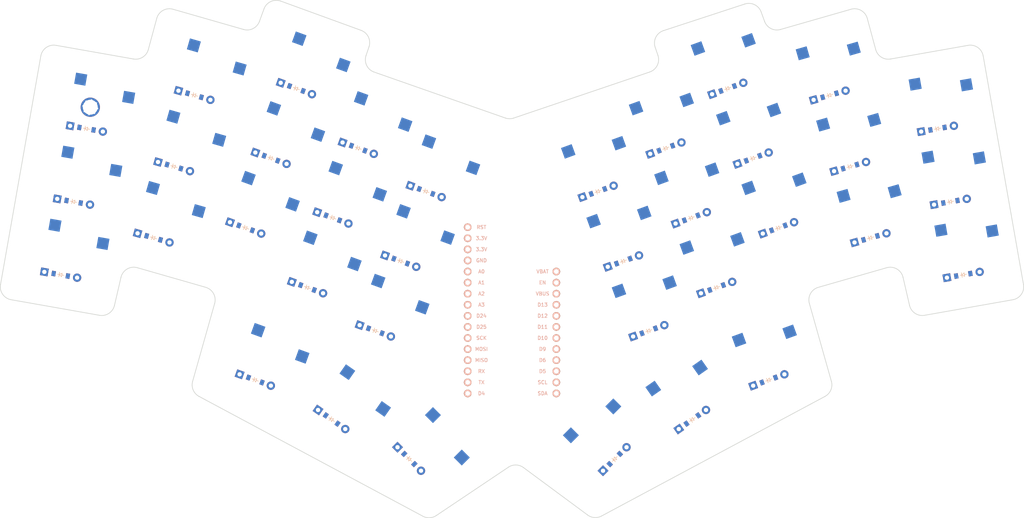
<source format=kicad_pcb>


(kicad_pcb (version 20171130) (host pcbnew 5.1.6)

  (page A3)
  (title_block
    (title "flexible-determinist")
    (rev "v1.0.0")
    (company "Unknown")
  )

  (general
    (thickness 1.6)
  )

  (layers
    (0 F.Cu signal)
    (31 B.Cu signal)
    (32 B.Adhes user)
    (33 F.Adhes user)
    (34 B.Paste user)
    (35 F.Paste user)
    (36 B.SilkS user)
    (37 F.SilkS user)
    (38 B.Mask user)
    (39 F.Mask user)
    (40 Dwgs.User user)
    (41 Cmts.User user)
    (42 Eco1.User user)
    (43 Eco2.User user)
    (44 Edge.Cuts user)
    (45 Margin user)
    (46 B.CrtYd user)
    (47 F.CrtYd user)
    (48 B.Fab user)
    (49 F.Fab user)
  )

  (setup
    (last_trace_width 0.25)
    (trace_clearance 0.2)
    (zone_clearance 0.508)
    (zone_45_only no)
    (trace_min 0.2)
    (via_size 0.8)
    (via_drill 0.4)
    (via_min_size 0.4)
    (via_min_drill 0.3)
    (uvia_size 0.3)
    (uvia_drill 0.1)
    (uvias_allowed no)
    (uvia_min_size 0.2)
    (uvia_min_drill 0.1)
    (edge_width 0.05)
    (segment_width 0.2)
    (pcb_text_width 0.3)
    (pcb_text_size 1.5 1.5)
    (mod_edge_width 0.12)
    (mod_text_size 1 1)
    (mod_text_width 0.15)
    (pad_size 1.524 1.524)
    (pad_drill 0.762)
    (pad_to_mask_clearance 0.05)
    (aux_axis_origin 0 0)
    (visible_elements FFFFFF7F)
    (pcbplotparams
      (layerselection 0x010fc_ffffffff)
      (usegerberextensions false)
      (usegerberattributes true)
      (usegerberadvancedattributes true)
      (creategerberjobfile true)
      (excludeedgelayer true)
      (linewidth 0.100000)
      (plotframeref false)
      (viasonmask false)
      (mode 1)
      (useauxorigin false)
      (hpglpennumber 1)
      (hpglpenspeed 20)
      (hpglpendiameter 15.000000)
      (psnegative false)
      (psa4output false)
      (plotreference true)
      (plotvalue true)
      (plotinvisibletext false)
      (padsonsilk false)
      (subtractmaskfromsilk false)
      (outputformat 1)
      (mirror false)
      (drillshape 1)
      (scaleselection 1)
      (outputdirectory ""))
  )

  (net 0 "")
(net 1 "P7")
(net 2 "pinkie_bottom")
(net 3 "pinkie_middle")
(net 4 "pinkie_top")
(net 5 "P6")
(net 6 "ring_bottom")
(net 7 "ring_middle")
(net 8 "ring_top")
(net 9 "P5")
(net 10 "middle_bottom")
(net 11 "middle_middle")
(net 12 "middle_top")
(net 13 "P4")
(net 14 "index_bottom")
(net 15 "index_middle")
(net 16 "index_top")
(net 17 "P3")
(net 18 "inner_bottom")
(net 19 "inner_middle")
(net 20 "inner_top")
(net 21 "P8")
(net 22 "outer_cluster")
(net 23 "mod_cluster")
(net 24 "space_cluster")
(net 25 "mirror_pinkie_bottom")
(net 26 "mirror_pinkie_middle")
(net 27 "mirror_pinkie_top")
(net 28 "mirror_ring_bottom")
(net 29 "mirror_ring_middle")
(net 30 "mirror_ring_top")
(net 31 "mirror_middle_bottom")
(net 32 "mirror_middle_middle")
(net 33 "mirror_middle_top")
(net 34 "mirror_index_bottom")
(net 35 "mirror_index_middle")
(net 36 "mirror_index_top")
(net 37 "mirror_inner_bottom")
(net 38 "mirror_inner_middle")
(net 39 "mirror_inner_top")
(net 40 "mirror_outer_cluster")
(net 41 "mirror_mod_cluster")
(net 42 "mirror_space_cluster")
(net 43 "P19")
(net 44 "P20")
(net 45 "P21")
(net 46 "P10")
(net 47 "P2")
(net 48 "P0")
(net 49 "P1")
(net 50 "P9")
(net 51 "VBAT")
(net 52 "EN")
(net 53 "VBUS")
(net 54 "D13")
(net 55 "D12")
(net 56 "D11")
(net 57 "D10")
(net 58 "D9")
(net 59 "D6")
(net 60 "D5")
(net 61 "SCL")
(net 62 "SDA")
(net 63 "RST")
(net 64 "V33")
(net 65 "GND")
(net 66 "A0")
(net 67 "A1")
(net 68 "A2")
(net 69 "A3")
(net 70 "D24")
(net 71 "D25")
(net 72 "SCK")
(net 73 "MOSI")
(net 74 "MISO")
(net 75 "RX")
(net 76 "TX")
(net 77 "D4")

  (net_class Default "This is the default net class."
    (clearance 0.2)
    (trace_width 0.25)
    (via_dia 0.8)
    (via_drill 0.4)
    (uvia_dia 0.3)
    (uvia_drill 0.1)
    (add_net "")
(add_net "P7")
(add_net "pinkie_bottom")
(add_net "pinkie_middle")
(add_net "pinkie_top")
(add_net "P6")
(add_net "ring_bottom")
(add_net "ring_middle")
(add_net "ring_top")
(add_net "P5")
(add_net "middle_bottom")
(add_net "middle_middle")
(add_net "middle_top")
(add_net "P4")
(add_net "index_bottom")
(add_net "index_middle")
(add_net "index_top")
(add_net "P3")
(add_net "inner_bottom")
(add_net "inner_middle")
(add_net "inner_top")
(add_net "P8")
(add_net "outer_cluster")
(add_net "mod_cluster")
(add_net "space_cluster")
(add_net "mirror_pinkie_bottom")
(add_net "mirror_pinkie_middle")
(add_net "mirror_pinkie_top")
(add_net "mirror_ring_bottom")
(add_net "mirror_ring_middle")
(add_net "mirror_ring_top")
(add_net "mirror_middle_bottom")
(add_net "mirror_middle_middle")
(add_net "mirror_middle_top")
(add_net "mirror_index_bottom")
(add_net "mirror_index_middle")
(add_net "mirror_index_top")
(add_net "mirror_inner_bottom")
(add_net "mirror_inner_middle")
(add_net "mirror_inner_top")
(add_net "mirror_outer_cluster")
(add_net "mirror_mod_cluster")
(add_net "mirror_space_cluster")
(add_net "P19")
(add_net "P20")
(add_net "P21")
(add_net "P10")
(add_net "P2")
(add_net "P0")
(add_net "P1")
(add_net "P9")
(add_net "VBAT")
(add_net "EN")
(add_net "VBUS")
(add_net "D13")
(add_net "D12")
(add_net "D11")
(add_net "D10")
(add_net "D9")
(add_net "D6")
(add_net "D5")
(add_net "SCL")
(add_net "SDA")
(add_net "RST")
(add_net "V33")
(add_net "GND")
(add_net "A0")
(add_net "A1")
(add_net "A2")
(add_net "A3")
(add_net "D24")
(add_net "D25")
(add_net "SCK")
(add_net "MOSI")
(add_net "MISO")
(add_net "RX")
(add_net "TX")
(add_net "D4")
  )

  
    (module "MountingHole_2.2mm_M2_Pad_Via" (version 20210722) (generator pcbnew) (layer "F.Cu")
      (tedit 56DDB9C7)
      (at 65.6712858 94.6878128 -10) 
    
      (fp_text reference "_1" (at 0 -3.2) (layer "F.SilkS") hide 
        (effects (font (size 1 1) (thickness 0.15)))
        (tstamp b68bb25c-687d-44b1-b966-dad4cac66b35)
      )
    
      (fp_circle (center 0 0) (end 2.45 0) (layer "F.CrtYd") (width 0.05) (fill none) (tstamp b2688462-c375-45d3-9095-3425fb17c88f))
      (pad "1" thru_hole circle locked (at 1.166726 1.166726) (size 0.7 0.7) (drill 0.4) (layers *.Cu *.Mask) (tstamp 2a7fc905-328f-4bbb-9222-ca8d15d03a86))
      (pad "1" thru_hole circle locked (at 0 0) (size 4.4 4.4) (drill 2.2) (layers *.Cu *.Mask) (tstamp 47ee1d53-0551-4b6d-bc24-3f3f14c73c36))
      (pad "1" thru_hole circle locked (at 0 1.65) (size 0.7 0.7) (drill 0.4) (layers *.Cu *.Mask) (tstamp 4eef65bc-4add-40d7-8319-14dcdbae0d44))
      (pad "1" thru_hole circle locked (at 1.166726 -1.166726) (size 0.7 0.7) (drill 0.4) (layers *.Cu *.Mask) (tstamp 56155f4d-2ebc-4ad4-8d82-7aa7846deba8))
      (pad "1" thru_hole circle locked (at -1.65 0) (size 0.7 0.7) (drill 0.4) (layers *.Cu *.Mask) (tstamp 787d6162-1d3c-4def-859e-6532ce27c1ef))
      (pad "1" thru_hole circle locked (at -1.166726 -1.166726) (size 0.7 0.7) (drill 0.4) (layers *.Cu *.Mask) (tstamp 8d699d12-7099-4814-bbe6-11bc74c6e8b2))
      (pad "1" thru_hole circle locked (at -1.166726 1.166726) (size 0.7 0.7) (drill 0.4) (layers *.Cu *.Mask) (tstamp 95ab0420-a56b-46ee-98ad-5072a1a93a6f))
      (pad "1" thru_hole circle locked (at 1.65 0) (size 0.7 0.7) (drill 0.4) (layers *.Cu *.Mask) (tstamp cde0acf2-b3b4-46de-9f6e-3ab519744000))
      (pad "1" thru_hole circle locked (at 0 -1.65) (size 0.7 0.7) (drill 0.4) (layers *.Cu *.Mask) (tstamp ff0de415-ae11-46fb-b780-c24aee621212))
    )

        
      (module PG1350 (layer F.Cu) (tedit 5DD50112)
      (at 59.7672477 128.1712764 -10)

      
      (fp_text reference "S1" (at 0 0) (layer F.SilkS) hide (effects (font (size 1.27 1.27) (thickness 0.15))))
      (fp_text value "" (at 0 0) (layer F.SilkS) hide (effects (font (size 1.27 1.27) (thickness 0.15))))

      
      (fp_line (start -7 -6) (end -7 -7) (layer Dwgs.User) (width 0.15))
      (fp_line (start -7 7) (end -6 7) (layer Dwgs.User) (width 0.15))
      (fp_line (start -6 -7) (end -7 -7) (layer Dwgs.User) (width 0.15))
      (fp_line (start -7 7) (end -7 6) (layer Dwgs.User) (width 0.15))
      (fp_line (start 7 6) (end 7 7) (layer Dwgs.User) (width 0.15))
      (fp_line (start 7 -7) (end 6 -7) (layer Dwgs.User) (width 0.15))
      (fp_line (start 6 7) (end 7 7) (layer Dwgs.User) (width 0.15))
      (fp_line (start 7 -7) (end 7 -6) (layer Dwgs.User) (width 0.15))      
      
      
      (pad "" np_thru_hole circle (at 0 0) (size 3.429 3.429) (drill 3.429) (layers *.Cu *.Mask))
        
      
      (pad "" np_thru_hole circle (at 5.5 0) (size 1.7018 1.7018) (drill 1.7018) (layers *.Cu *.Mask))
      (pad "" np_thru_hole circle (at -5.5 0) (size 1.7018 1.7018) (drill 1.7018) (layers *.Cu *.Mask))
      
        
      
      (fp_line (start -9 -8.5) (end 9 -8.5) (layer Dwgs.User) (width 0.15))
      (fp_line (start 9 -8.5) (end 9 8.5) (layer Dwgs.User) (width 0.15))
      (fp_line (start 9 8.5) (end -9 8.5) (layer Dwgs.User) (width 0.15))
      (fp_line (start -9 8.5) (end -9 -8.5) (layer Dwgs.User) (width 0.15))
      
        
          
          (pad "" np_thru_hole circle (at 5 -3.75) (size 3 3) (drill 3) (layers *.Cu *.Mask))
          (pad "" np_thru_hole circle (at 0 -5.95) (size 3 3) (drill 3) (layers *.Cu *.Mask))
      
          
          (pad 1 smd rect (at -3.275 -5.95 -10) (size 2.6 2.6) (layers B.Cu B.Paste B.Mask)  (net 1 "P7"))
          (pad 2 smd rect (at 8.275 -3.75 -10) (size 2.6 2.6) (layers B.Cu B.Paste B.Mask)  (net 2 "pinkie_bottom"))
        )
        

        
      (module PG1350 (layer F.Cu) (tedit 5DD50112)
      (at 62.7192668 111.4295446 -10)

      
      (fp_text reference "S2" (at 0 0) (layer F.SilkS) hide (effects (font (size 1.27 1.27) (thickness 0.15))))
      (fp_text value "" (at 0 0) (layer F.SilkS) hide (effects (font (size 1.27 1.27) (thickness 0.15))))

      
      (fp_line (start -7 -6) (end -7 -7) (layer Dwgs.User) (width 0.15))
      (fp_line (start -7 7) (end -6 7) (layer Dwgs.User) (width 0.15))
      (fp_line (start -6 -7) (end -7 -7) (layer Dwgs.User) (width 0.15))
      (fp_line (start -7 7) (end -7 6) (layer Dwgs.User) (width 0.15))
      (fp_line (start 7 6) (end 7 7) (layer Dwgs.User) (width 0.15))
      (fp_line (start 7 -7) (end 6 -7) (layer Dwgs.User) (width 0.15))
      (fp_line (start 6 7) (end 7 7) (layer Dwgs.User) (width 0.15))
      (fp_line (start 7 -7) (end 7 -6) (layer Dwgs.User) (width 0.15))      
      
      
      (pad "" np_thru_hole circle (at 0 0) (size 3.429 3.429) (drill 3.429) (layers *.Cu *.Mask))
        
      
      (pad "" np_thru_hole circle (at 5.5 0) (size 1.7018 1.7018) (drill 1.7018) (layers *.Cu *.Mask))
      (pad "" np_thru_hole circle (at -5.5 0) (size 1.7018 1.7018) (drill 1.7018) (layers *.Cu *.Mask))
      
        
      
      (fp_line (start -9 -8.5) (end 9 -8.5) (layer Dwgs.User) (width 0.15))
      (fp_line (start 9 -8.5) (end 9 8.5) (layer Dwgs.User) (width 0.15))
      (fp_line (start 9 8.5) (end -9 8.5) (layer Dwgs.User) (width 0.15))
      (fp_line (start -9 8.5) (end -9 -8.5) (layer Dwgs.User) (width 0.15))
      
        
          
          (pad "" np_thru_hole circle (at 5 -3.75) (size 3 3) (drill 3) (layers *.Cu *.Mask))
          (pad "" np_thru_hole circle (at 0 -5.95) (size 3 3) (drill 3) (layers *.Cu *.Mask))
      
          
          (pad 1 smd rect (at -3.275 -5.95 -10) (size 2.6 2.6) (layers B.Cu B.Paste B.Mask)  (net 1 "P7"))
          (pad 2 smd rect (at 8.275 -3.75 -10) (size 2.6 2.6) (layers B.Cu B.Paste B.Mask)  (net 3 "pinkie_middle"))
        )
        

        
      (module PG1350 (layer F.Cu) (tedit 5DD50112)
      (at 65.6712858 94.6878128 -10)

      
      (fp_text reference "S3" (at 0 0) (layer F.SilkS) hide (effects (font (size 1.27 1.27) (thickness 0.15))))
      (fp_text value "" (at 0 0) (layer F.SilkS) hide (effects (font (size 1.27 1.27) (thickness 0.15))))

      
      (fp_line (start -7 -6) (end -7 -7) (layer Dwgs.User) (width 0.15))
      (fp_line (start -7 7) (end -6 7) (layer Dwgs.User) (width 0.15))
      (fp_line (start -6 -7) (end -7 -7) (layer Dwgs.User) (width 0.15))
      (fp_line (start -7 7) (end -7 6) (layer Dwgs.User) (width 0.15))
      (fp_line (start 7 6) (end 7 7) (layer Dwgs.User) (width 0.15))
      (fp_line (start 7 -7) (end 6 -7) (layer Dwgs.User) (width 0.15))
      (fp_line (start 6 7) (end 7 7) (layer Dwgs.User) (width 0.15))
      (fp_line (start 7 -7) (end 7 -6) (layer Dwgs.User) (width 0.15))      
      
      
      (pad "" np_thru_hole circle (at 0 0) (size 3.429 3.429) (drill 3.429) (layers *.Cu *.Mask))
        
      
      (pad "" np_thru_hole circle (at 5.5 0) (size 1.7018 1.7018) (drill 1.7018) (layers *.Cu *.Mask))
      (pad "" np_thru_hole circle (at -5.5 0) (size 1.7018 1.7018) (drill 1.7018) (layers *.Cu *.Mask))
      
        
      
      (fp_line (start -9 -8.5) (end 9 -8.5) (layer Dwgs.User) (width 0.15))
      (fp_line (start 9 -8.5) (end 9 8.5) (layer Dwgs.User) (width 0.15))
      (fp_line (start 9 8.5) (end -9 8.5) (layer Dwgs.User) (width 0.15))
      (fp_line (start -9 8.5) (end -9 -8.5) (layer Dwgs.User) (width 0.15))
      
        
          
          (pad "" np_thru_hole circle (at 5 -3.75) (size 3 3) (drill 3) (layers *.Cu *.Mask))
          (pad "" np_thru_hole circle (at 0 -5.95) (size 3 3) (drill 3) (layers *.Cu *.Mask))
      
          
          (pad 1 smd rect (at -3.275 -5.95 -10) (size 2.6 2.6) (layers B.Cu B.Paste B.Mask)  (net 1 "P7"))
          (pad 2 smd rect (at 8.275 -3.75 -10) (size 2.6 2.6) (layers B.Cu B.Paste B.Mask)  (net 4 "pinkie_top"))
        )
        

        
      (module PG1350 (layer F.Cu) (tedit 5DD50112)
      (at 81.5471809 119.8265469 -16)

      
      (fp_text reference "S4" (at 0 0) (layer F.SilkS) hide (effects (font (size 1.27 1.27) (thickness 0.15))))
      (fp_text value "" (at 0 0) (layer F.SilkS) hide (effects (font (size 1.27 1.27) (thickness 0.15))))

      
      (fp_line (start -7 -6) (end -7 -7) (layer Dwgs.User) (width 0.15))
      (fp_line (start -7 7) (end -6 7) (layer Dwgs.User) (width 0.15))
      (fp_line (start -6 -7) (end -7 -7) (layer Dwgs.User) (width 0.15))
      (fp_line (start -7 7) (end -7 6) (layer Dwgs.User) (width 0.15))
      (fp_line (start 7 6) (end 7 7) (layer Dwgs.User) (width 0.15))
      (fp_line (start 7 -7) (end 6 -7) (layer Dwgs.User) (width 0.15))
      (fp_line (start 6 7) (end 7 7) (layer Dwgs.User) (width 0.15))
      (fp_line (start 7 -7) (end 7 -6) (layer Dwgs.User) (width 0.15))      
      
      
      (pad "" np_thru_hole circle (at 0 0) (size 3.429 3.429) (drill 3.429) (layers *.Cu *.Mask))
        
      
      (pad "" np_thru_hole circle (at 5.5 0) (size 1.7018 1.7018) (drill 1.7018) (layers *.Cu *.Mask))
      (pad "" np_thru_hole circle (at -5.5 0) (size 1.7018 1.7018) (drill 1.7018) (layers *.Cu *.Mask))
      
        
      
      (fp_line (start -9 -8.5) (end 9 -8.5) (layer Dwgs.User) (width 0.15))
      (fp_line (start 9 -8.5) (end 9 8.5) (layer Dwgs.User) (width 0.15))
      (fp_line (start 9 8.5) (end -9 8.5) (layer Dwgs.User) (width 0.15))
      (fp_line (start -9 8.5) (end -9 -8.5) (layer Dwgs.User) (width 0.15))
      
        
          
          (pad "" np_thru_hole circle (at 5 -3.75) (size 3 3) (drill 3) (layers *.Cu *.Mask))
          (pad "" np_thru_hole circle (at 0 -5.95) (size 3 3) (drill 3) (layers *.Cu *.Mask))
      
          
          (pad 1 smd rect (at -3.275 -5.95 -16) (size 2.6 2.6) (layers B.Cu B.Paste B.Mask)  (net 5 "P6"))
          (pad 2 smd rect (at 8.275 -3.75 -16) (size 2.6 2.6) (layers B.Cu B.Paste B.Mask)  (net 6 "ring_bottom"))
        )
        

        
      (module PG1350 (layer F.Cu) (tedit 5DD50112)
      (at 86.2330159 103.485098 -16)

      
      (fp_text reference "S5" (at 0 0) (layer F.SilkS) hide (effects (font (size 1.27 1.27) (thickness 0.15))))
      (fp_text value "" (at 0 0) (layer F.SilkS) hide (effects (font (size 1.27 1.27) (thickness 0.15))))

      
      (fp_line (start -7 -6) (end -7 -7) (layer Dwgs.User) (width 0.15))
      (fp_line (start -7 7) (end -6 7) (layer Dwgs.User) (width 0.15))
      (fp_line (start -6 -7) (end -7 -7) (layer Dwgs.User) (width 0.15))
      (fp_line (start -7 7) (end -7 6) (layer Dwgs.User) (width 0.15))
      (fp_line (start 7 6) (end 7 7) (layer Dwgs.User) (width 0.15))
      (fp_line (start 7 -7) (end 6 -7) (layer Dwgs.User) (width 0.15))
      (fp_line (start 6 7) (end 7 7) (layer Dwgs.User) (width 0.15))
      (fp_line (start 7 -7) (end 7 -6) (layer Dwgs.User) (width 0.15))      
      
      
      (pad "" np_thru_hole circle (at 0 0) (size 3.429 3.429) (drill 3.429) (layers *.Cu *.Mask))
        
      
      (pad "" np_thru_hole circle (at 5.5 0) (size 1.7018 1.7018) (drill 1.7018) (layers *.Cu *.Mask))
      (pad "" np_thru_hole circle (at -5.5 0) (size 1.7018 1.7018) (drill 1.7018) (layers *.Cu *.Mask))
      
        
      
      (fp_line (start -9 -8.5) (end 9 -8.5) (layer Dwgs.User) (width 0.15))
      (fp_line (start 9 -8.5) (end 9 8.5) (layer Dwgs.User) (width 0.15))
      (fp_line (start 9 8.5) (end -9 8.5) (layer Dwgs.User) (width 0.15))
      (fp_line (start -9 8.5) (end -9 -8.5) (layer Dwgs.User) (width 0.15))
      
        
          
          (pad "" np_thru_hole circle (at 5 -3.75) (size 3 3) (drill 3) (layers *.Cu *.Mask))
          (pad "" np_thru_hole circle (at 0 -5.95) (size 3 3) (drill 3) (layers *.Cu *.Mask))
      
          
          (pad 1 smd rect (at -3.275 -5.95 -16) (size 2.6 2.6) (layers B.Cu B.Paste B.Mask)  (net 5 "P6"))
          (pad 2 smd rect (at 8.275 -3.75 -16) (size 2.6 2.6) (layers B.Cu B.Paste B.Mask)  (net 7 "ring_middle"))
        )
        

        
      (module PG1350 (layer F.Cu) (tedit 5DD50112)
      (at 90.918851 87.1436491 -16)

      
      (fp_text reference "S6" (at 0 0) (layer F.SilkS) hide (effects (font (size 1.27 1.27) (thickness 0.15))))
      (fp_text value "" (at 0 0) (layer F.SilkS) hide (effects (font (size 1.27 1.27) (thickness 0.15))))

      
      (fp_line (start -7 -6) (end -7 -7) (layer Dwgs.User) (width 0.15))
      (fp_line (start -7 7) (end -6 7) (layer Dwgs.User) (width 0.15))
      (fp_line (start -6 -7) (end -7 -7) (layer Dwgs.User) (width 0.15))
      (fp_line (start -7 7) (end -7 6) (layer Dwgs.User) (width 0.15))
      (fp_line (start 7 6) (end 7 7) (layer Dwgs.User) (width 0.15))
      (fp_line (start 7 -7) (end 6 -7) (layer Dwgs.User) (width 0.15))
      (fp_line (start 6 7) (end 7 7) (layer Dwgs.User) (width 0.15))
      (fp_line (start 7 -7) (end 7 -6) (layer Dwgs.User) (width 0.15))      
      
      
      (pad "" np_thru_hole circle (at 0 0) (size 3.429 3.429) (drill 3.429) (layers *.Cu *.Mask))
        
      
      (pad "" np_thru_hole circle (at 5.5 0) (size 1.7018 1.7018) (drill 1.7018) (layers *.Cu *.Mask))
      (pad "" np_thru_hole circle (at -5.5 0) (size 1.7018 1.7018) (drill 1.7018) (layers *.Cu *.Mask))
      
        
      
      (fp_line (start -9 -8.5) (end 9 -8.5) (layer Dwgs.User) (width 0.15))
      (fp_line (start 9 -8.5) (end 9 8.5) (layer Dwgs.User) (width 0.15))
      (fp_line (start 9 8.5) (end -9 8.5) (layer Dwgs.User) (width 0.15))
      (fp_line (start -9 8.5) (end -9 -8.5) (layer Dwgs.User) (width 0.15))
      
        
          
          (pad "" np_thru_hole circle (at 5 -3.75) (size 3 3) (drill 3) (layers *.Cu *.Mask))
          (pad "" np_thru_hole circle (at 0 -5.95) (size 3 3) (drill 3) (layers *.Cu *.Mask))
      
          
          (pad 1 smd rect (at -3.275 -5.95 -16) (size 2.6 2.6) (layers B.Cu B.Paste B.Mask)  (net 5 "P6"))
          (pad 2 smd rect (at 8.275 -3.75 -16) (size 2.6 2.6) (layers B.Cu B.Paste B.Mask)  (net 8 "ring_top"))
        )
        

        
      (module PG1350 (layer F.Cu) (tedit 5DD50112)
      (at 102.9775138 117.6492005 -20)

      
      (fp_text reference "S7" (at 0 0) (layer F.SilkS) hide (effects (font (size 1.27 1.27) (thickness 0.15))))
      (fp_text value "" (at 0 0) (layer F.SilkS) hide (effects (font (size 1.27 1.27) (thickness 0.15))))

      
      (fp_line (start -7 -6) (end -7 -7) (layer Dwgs.User) (width 0.15))
      (fp_line (start -7 7) (end -6 7) (layer Dwgs.User) (width 0.15))
      (fp_line (start -6 -7) (end -7 -7) (layer Dwgs.User) (width 0.15))
      (fp_line (start -7 7) (end -7 6) (layer Dwgs.User) (width 0.15))
      (fp_line (start 7 6) (end 7 7) (layer Dwgs.User) (width 0.15))
      (fp_line (start 7 -7) (end 6 -7) (layer Dwgs.User) (width 0.15))
      (fp_line (start 6 7) (end 7 7) (layer Dwgs.User) (width 0.15))
      (fp_line (start 7 -7) (end 7 -6) (layer Dwgs.User) (width 0.15))      
      
      
      (pad "" np_thru_hole circle (at 0 0) (size 3.429 3.429) (drill 3.429) (layers *.Cu *.Mask))
        
      
      (pad "" np_thru_hole circle (at 5.5 0) (size 1.7018 1.7018) (drill 1.7018) (layers *.Cu *.Mask))
      (pad "" np_thru_hole circle (at -5.5 0) (size 1.7018 1.7018) (drill 1.7018) (layers *.Cu *.Mask))
      
        
      
      (fp_line (start -9 -8.5) (end 9 -8.5) (layer Dwgs.User) (width 0.15))
      (fp_line (start 9 -8.5) (end 9 8.5) (layer Dwgs.User) (width 0.15))
      (fp_line (start 9 8.5) (end -9 8.5) (layer Dwgs.User) (width 0.15))
      (fp_line (start -9 8.5) (end -9 -8.5) (layer Dwgs.User) (width 0.15))
      
        
          
          (pad "" np_thru_hole circle (at 5 -3.75) (size 3 3) (drill 3) (layers *.Cu *.Mask))
          (pad "" np_thru_hole circle (at 0 -5.95) (size 3 3) (drill 3) (layers *.Cu *.Mask))
      
          
          (pad 1 smd rect (at -3.275 -5.95 -20) (size 2.6 2.6) (layers B.Cu B.Paste B.Mask)  (net 9 "P5"))
          (pad 2 smd rect (at 8.275 -3.75 -20) (size 2.6 2.6) (layers B.Cu B.Paste B.Mask)  (net 10 "middle_bottom"))
        )
        

        
      (module PG1350 (layer F.Cu) (tedit 5DD50112)
      (at 108.7918562 101.6744259 -20)

      
      (fp_text reference "S8" (at 0 0) (layer F.SilkS) hide (effects (font (size 1.27 1.27) (thickness 0.15))))
      (fp_text value "" (at 0 0) (layer F.SilkS) hide (effects (font (size 1.27 1.27) (thickness 0.15))))

      
      (fp_line (start -7 -6) (end -7 -7) (layer Dwgs.User) (width 0.15))
      (fp_line (start -7 7) (end -6 7) (layer Dwgs.User) (width 0.15))
      (fp_line (start -6 -7) (end -7 -7) (layer Dwgs.User) (width 0.15))
      (fp_line (start -7 7) (end -7 6) (layer Dwgs.User) (width 0.15))
      (fp_line (start 7 6) (end 7 7) (layer Dwgs.User) (width 0.15))
      (fp_line (start 7 -7) (end 6 -7) (layer Dwgs.User) (width 0.15))
      (fp_line (start 6 7) (end 7 7) (layer Dwgs.User) (width 0.15))
      (fp_line (start 7 -7) (end 7 -6) (layer Dwgs.User) (width 0.15))      
      
      
      (pad "" np_thru_hole circle (at 0 0) (size 3.429 3.429) (drill 3.429) (layers *.Cu *.Mask))
        
      
      (pad "" np_thru_hole circle (at 5.5 0) (size 1.7018 1.7018) (drill 1.7018) (layers *.Cu *.Mask))
      (pad "" np_thru_hole circle (at -5.5 0) (size 1.7018 1.7018) (drill 1.7018) (layers *.Cu *.Mask))
      
        
      
      (fp_line (start -9 -8.5) (end 9 -8.5) (layer Dwgs.User) (width 0.15))
      (fp_line (start 9 -8.5) (end 9 8.5) (layer Dwgs.User) (width 0.15))
      (fp_line (start 9 8.5) (end -9 8.5) (layer Dwgs.User) (width 0.15))
      (fp_line (start -9 8.5) (end -9 -8.5) (layer Dwgs.User) (width 0.15))
      
        
          
          (pad "" np_thru_hole circle (at 5 -3.75) (size 3 3) (drill 3) (layers *.Cu *.Mask))
          (pad "" np_thru_hole circle (at 0 -5.95) (size 3 3) (drill 3) (layers *.Cu *.Mask))
      
          
          (pad 1 smd rect (at -3.275 -5.95 -20) (size 2.6 2.6) (layers B.Cu B.Paste B.Mask)  (net 9 "P5"))
          (pad 2 smd rect (at 8.275 -3.75 -20) (size 2.6 2.6) (layers B.Cu B.Paste B.Mask)  (net 11 "middle_middle"))
        )
        

        
      (module PG1350 (layer F.Cu) (tedit 5DD50112)
      (at 114.6061986 85.6996514 -20)

      
      (fp_text reference "S9" (at 0 0) (layer F.SilkS) hide (effects (font (size 1.27 1.27) (thickness 0.15))))
      (fp_text value "" (at 0 0) (layer F.SilkS) hide (effects (font (size 1.27 1.27) (thickness 0.15))))

      
      (fp_line (start -7 -6) (end -7 -7) (layer Dwgs.User) (width 0.15))
      (fp_line (start -7 7) (end -6 7) (layer Dwgs.User) (width 0.15))
      (fp_line (start -6 -7) (end -7 -7) (layer Dwgs.User) (width 0.15))
      (fp_line (start -7 7) (end -7 6) (layer Dwgs.User) (width 0.15))
      (fp_line (start 7 6) (end 7 7) (layer Dwgs.User) (width 0.15))
      (fp_line (start 7 -7) (end 6 -7) (layer Dwgs.User) (width 0.15))
      (fp_line (start 6 7) (end 7 7) (layer Dwgs.User) (width 0.15))
      (fp_line (start 7 -7) (end 7 -6) (layer Dwgs.User) (width 0.15))      
      
      
      (pad "" np_thru_hole circle (at 0 0) (size 3.429 3.429) (drill 3.429) (layers *.Cu *.Mask))
        
      
      (pad "" np_thru_hole circle (at 5.5 0) (size 1.7018 1.7018) (drill 1.7018) (layers *.Cu *.Mask))
      (pad "" np_thru_hole circle (at -5.5 0) (size 1.7018 1.7018) (drill 1.7018) (layers *.Cu *.Mask))
      
        
      
      (fp_line (start -9 -8.5) (end 9 -8.5) (layer Dwgs.User) (width 0.15))
      (fp_line (start 9 -8.5) (end 9 8.5) (layer Dwgs.User) (width 0.15))
      (fp_line (start 9 8.5) (end -9 8.5) (layer Dwgs.User) (width 0.15))
      (fp_line (start -9 8.5) (end -9 -8.5) (layer Dwgs.User) (width 0.15))
      
        
          
          (pad "" np_thru_hole circle (at 5 -3.75) (size 3 3) (drill 3) (layers *.Cu *.Mask))
          (pad "" np_thru_hole circle (at 0 -5.95) (size 3 3) (drill 3) (layers *.Cu *.Mask))
      
          
          (pad 1 smd rect (at -3.275 -5.95 -20) (size 2.6 2.6) (layers B.Cu B.Paste B.Mask)  (net 9 "P5"))
          (pad 2 smd rect (at 8.275 -3.75 -20) (size 2.6 2.6) (layers B.Cu B.Paste B.Mask)  (net 12 "middle_top"))
        )
        

        
      (module PG1350 (layer F.Cu) (tedit 5DD50112)
      (at 117.1558197 131.323104 -20)

      
      (fp_text reference "S10" (at 0 0) (layer F.SilkS) hide (effects (font (size 1.27 1.27) (thickness 0.15))))
      (fp_text value "" (at 0 0) (layer F.SilkS) hide (effects (font (size 1.27 1.27) (thickness 0.15))))

      
      (fp_line (start -7 -6) (end -7 -7) (layer Dwgs.User) (width 0.15))
      (fp_line (start -7 7) (end -6 7) (layer Dwgs.User) (width 0.15))
      (fp_line (start -6 -7) (end -7 -7) (layer Dwgs.User) (width 0.15))
      (fp_line (start -7 7) (end -7 6) (layer Dwgs.User) (width 0.15))
      (fp_line (start 7 6) (end 7 7) (layer Dwgs.User) (width 0.15))
      (fp_line (start 7 -7) (end 6 -7) (layer Dwgs.User) (width 0.15))
      (fp_line (start 6 7) (end 7 7) (layer Dwgs.User) (width 0.15))
      (fp_line (start 7 -7) (end 7 -6) (layer Dwgs.User) (width 0.15))      
      
      
      (pad "" np_thru_hole circle (at 0 0) (size 3.429 3.429) (drill 3.429) (layers *.Cu *.Mask))
        
      
      (pad "" np_thru_hole circle (at 5.5 0) (size 1.7018 1.7018) (drill 1.7018) (layers *.Cu *.Mask))
      (pad "" np_thru_hole circle (at -5.5 0) (size 1.7018 1.7018) (drill 1.7018) (layers *.Cu *.Mask))
      
        
      
      (fp_line (start -9 -8.5) (end 9 -8.5) (layer Dwgs.User) (width 0.15))
      (fp_line (start 9 -8.5) (end 9 8.5) (layer Dwgs.User) (width 0.15))
      (fp_line (start 9 8.5) (end -9 8.5) (layer Dwgs.User) (width 0.15))
      (fp_line (start -9 8.5) (end -9 -8.5) (layer Dwgs.User) (width 0.15))
      
        
          
          (pad "" np_thru_hole circle (at 5 -3.75) (size 3 3) (drill 3) (layers *.Cu *.Mask))
          (pad "" np_thru_hole circle (at 0 -5.95) (size 3 3) (drill 3) (layers *.Cu *.Mask))
      
          
          (pad 1 smd rect (at -3.275 -5.95 -20) (size 2.6 2.6) (layers B.Cu B.Paste B.Mask)  (net 13 "P4"))
          (pad 2 smd rect (at 8.275 -3.75 -20) (size 2.6 2.6) (layers B.Cu B.Paste B.Mask)  (net 14 "index_bottom"))
        )
        

        
      (module PG1350 (layer F.Cu) (tedit 5DD50112)
      (at 122.9701621 115.3483294 -20)

      
      (fp_text reference "S11" (at 0 0) (layer F.SilkS) hide (effects (font (size 1.27 1.27) (thickness 0.15))))
      (fp_text value "" (at 0 0) (layer F.SilkS) hide (effects (font (size 1.27 1.27) (thickness 0.15))))

      
      (fp_line (start -7 -6) (end -7 -7) (layer Dwgs.User) (width 0.15))
      (fp_line (start -7 7) (end -6 7) (layer Dwgs.User) (width 0.15))
      (fp_line (start -6 -7) (end -7 -7) (layer Dwgs.User) (width 0.15))
      (fp_line (start -7 7) (end -7 6) (layer Dwgs.User) (width 0.15))
      (fp_line (start 7 6) (end 7 7) (layer Dwgs.User) (width 0.15))
      (fp_line (start 7 -7) (end 6 -7) (layer Dwgs.User) (width 0.15))
      (fp_line (start 6 7) (end 7 7) (layer Dwgs.User) (width 0.15))
      (fp_line (start 7 -7) (end 7 -6) (layer Dwgs.User) (width 0.15))      
      
      
      (pad "" np_thru_hole circle (at 0 0) (size 3.429 3.429) (drill 3.429) (layers *.Cu *.Mask))
        
      
      (pad "" np_thru_hole circle (at 5.5 0) (size 1.7018 1.7018) (drill 1.7018) (layers *.Cu *.Mask))
      (pad "" np_thru_hole circle (at -5.5 0) (size 1.7018 1.7018) (drill 1.7018) (layers *.Cu *.Mask))
      
        
      
      (fp_line (start -9 -8.5) (end 9 -8.5) (layer Dwgs.User) (width 0.15))
      (fp_line (start 9 -8.5) (end 9 8.5) (layer Dwgs.User) (width 0.15))
      (fp_line (start 9 8.5) (end -9 8.5) (layer Dwgs.User) (width 0.15))
      (fp_line (start -9 8.5) (end -9 -8.5) (layer Dwgs.User) (width 0.15))
      
        
          
          (pad "" np_thru_hole circle (at 5 -3.75) (size 3 3) (drill 3) (layers *.Cu *.Mask))
          (pad "" np_thru_hole circle (at 0 -5.95) (size 3 3) (drill 3) (layers *.Cu *.Mask))
      
          
          (pad 1 smd rect (at -3.275 -5.95 -20) (size 2.6 2.6) (layers B.Cu B.Paste B.Mask)  (net 13 "P4"))
          (pad 2 smd rect (at 8.275 -3.75 -20) (size 2.6 2.6) (layers B.Cu B.Paste B.Mask)  (net 15 "index_middle"))
        )
        

        
      (module PG1350 (layer F.Cu) (tedit 5DD50112)
      (at 128.7845046 99.3735549 -20)

      
      (fp_text reference "S12" (at 0 0) (layer F.SilkS) hide (effects (font (size 1.27 1.27) (thickness 0.15))))
      (fp_text value "" (at 0 0) (layer F.SilkS) hide (effects (font (size 1.27 1.27) (thickness 0.15))))

      
      (fp_line (start -7 -6) (end -7 -7) (layer Dwgs.User) (width 0.15))
      (fp_line (start -7 7) (end -6 7) (layer Dwgs.User) (width 0.15))
      (fp_line (start -6 -7) (end -7 -7) (layer Dwgs.User) (width 0.15))
      (fp_line (start -7 7) (end -7 6) (layer Dwgs.User) (width 0.15))
      (fp_line (start 7 6) (end 7 7) (layer Dwgs.User) (width 0.15))
      (fp_line (start 7 -7) (end 6 -7) (layer Dwgs.User) (width 0.15))
      (fp_line (start 6 7) (end 7 7) (layer Dwgs.User) (width 0.15))
      (fp_line (start 7 -7) (end 7 -6) (layer Dwgs.User) (width 0.15))      
      
      
      (pad "" np_thru_hole circle (at 0 0) (size 3.429 3.429) (drill 3.429) (layers *.Cu *.Mask))
        
      
      (pad "" np_thru_hole circle (at 5.5 0) (size 1.7018 1.7018) (drill 1.7018) (layers *.Cu *.Mask))
      (pad "" np_thru_hole circle (at -5.5 0) (size 1.7018 1.7018) (drill 1.7018) (layers *.Cu *.Mask))
      
        
      
      (fp_line (start -9 -8.5) (end 9 -8.5) (layer Dwgs.User) (width 0.15))
      (fp_line (start 9 -8.5) (end 9 8.5) (layer Dwgs.User) (width 0.15))
      (fp_line (start 9 8.5) (end -9 8.5) (layer Dwgs.User) (width 0.15))
      (fp_line (start -9 8.5) (end -9 -8.5) (layer Dwgs.User) (width 0.15))
      
        
          
          (pad "" np_thru_hole circle (at 5 -3.75) (size 3 3) (drill 3) (layers *.Cu *.Mask))
          (pad "" np_thru_hole circle (at 0 -5.95) (size 3 3) (drill 3) (layers *.Cu *.Mask))
      
          
          (pad 1 smd rect (at -3.275 -5.95 -20) (size 2.6 2.6) (layers B.Cu B.Paste B.Mask)  (net 13 "P4"))
          (pad 2 smd rect (at 8.275 -3.75 -20) (size 2.6 2.6) (layers B.Cu B.Paste B.Mask)  (net 16 "index_top"))
        )
        

        
      (module PG1350 (layer F.Cu) (tedit 5DD50112)
      (at 132.7022063 141.238237 -20)

      
      (fp_text reference "S13" (at 0 0) (layer F.SilkS) hide (effects (font (size 1.27 1.27) (thickness 0.15))))
      (fp_text value "" (at 0 0) (layer F.SilkS) hide (effects (font (size 1.27 1.27) (thickness 0.15))))

      
      (fp_line (start -7 -6) (end -7 -7) (layer Dwgs.User) (width 0.15))
      (fp_line (start -7 7) (end -6 7) (layer Dwgs.User) (width 0.15))
      (fp_line (start -6 -7) (end -7 -7) (layer Dwgs.User) (width 0.15))
      (fp_line (start -7 7) (end -7 6) (layer Dwgs.User) (width 0.15))
      (fp_line (start 7 6) (end 7 7) (layer Dwgs.User) (width 0.15))
      (fp_line (start 7 -7) (end 6 -7) (layer Dwgs.User) (width 0.15))
      (fp_line (start 6 7) (end 7 7) (layer Dwgs.User) (width 0.15))
      (fp_line (start 7 -7) (end 7 -6) (layer Dwgs.User) (width 0.15))      
      
      
      (pad "" np_thru_hole circle (at 0 0) (size 3.429 3.429) (drill 3.429) (layers *.Cu *.Mask))
        
      
      (pad "" np_thru_hole circle (at 5.5 0) (size 1.7018 1.7018) (drill 1.7018) (layers *.Cu *.Mask))
      (pad "" np_thru_hole circle (at -5.5 0) (size 1.7018 1.7018) (drill 1.7018) (layers *.Cu *.Mask))
      
        
      
      (fp_line (start -9 -8.5) (end 9 -8.5) (layer Dwgs.User) (width 0.15))
      (fp_line (start 9 -8.5) (end 9 8.5) (layer Dwgs.User) (width 0.15))
      (fp_line (start 9 8.5) (end -9 8.5) (layer Dwgs.User) (width 0.15))
      (fp_line (start -9 8.5) (end -9 -8.5) (layer Dwgs.User) (width 0.15))
      
        
          
          (pad "" np_thru_hole circle (at 5 -3.75) (size 3 3) (drill 3) (layers *.Cu *.Mask))
          (pad "" np_thru_hole circle (at 0 -5.95) (size 3 3) (drill 3) (layers *.Cu *.Mask))
      
          
          (pad 1 smd rect (at -3.275 -5.95 -20) (size 2.6 2.6) (layers B.Cu B.Paste B.Mask)  (net 17 "P3"))
          (pad 2 smd rect (at 8.275 -3.75 -20) (size 2.6 2.6) (layers B.Cu B.Paste B.Mask)  (net 18 "inner_bottom"))
        )
        

        
      (module PG1350 (layer F.Cu) (tedit 5DD50112)
      (at 138.5165487 125.2634625 -20)

      
      (fp_text reference "S14" (at 0 0) (layer F.SilkS) hide (effects (font (size 1.27 1.27) (thickness 0.15))))
      (fp_text value "" (at 0 0) (layer F.SilkS) hide (effects (font (size 1.27 1.27) (thickness 0.15))))

      
      (fp_line (start -7 -6) (end -7 -7) (layer Dwgs.User) (width 0.15))
      (fp_line (start -7 7) (end -6 7) (layer Dwgs.User) (width 0.15))
      (fp_line (start -6 -7) (end -7 -7) (layer Dwgs.User) (width 0.15))
      (fp_line (start -7 7) (end -7 6) (layer Dwgs.User) (width 0.15))
      (fp_line (start 7 6) (end 7 7) (layer Dwgs.User) (width 0.15))
      (fp_line (start 7 -7) (end 6 -7) (layer Dwgs.User) (width 0.15))
      (fp_line (start 6 7) (end 7 7) (layer Dwgs.User) (width 0.15))
      (fp_line (start 7 -7) (end 7 -6) (layer Dwgs.User) (width 0.15))      
      
      
      (pad "" np_thru_hole circle (at 0 0) (size 3.429 3.429) (drill 3.429) (layers *.Cu *.Mask))
        
      
      (pad "" np_thru_hole circle (at 5.5 0) (size 1.7018 1.7018) (drill 1.7018) (layers *.Cu *.Mask))
      (pad "" np_thru_hole circle (at -5.5 0) (size 1.7018 1.7018) (drill 1.7018) (layers *.Cu *.Mask))
      
        
      
      (fp_line (start -9 -8.5) (end 9 -8.5) (layer Dwgs.User) (width 0.15))
      (fp_line (start 9 -8.5) (end 9 8.5) (layer Dwgs.User) (width 0.15))
      (fp_line (start 9 8.5) (end -9 8.5) (layer Dwgs.User) (width 0.15))
      (fp_line (start -9 8.5) (end -9 -8.5) (layer Dwgs.User) (width 0.15))
      
        
          
          (pad "" np_thru_hole circle (at 5 -3.75) (size 3 3) (drill 3) (layers *.Cu *.Mask))
          (pad "" np_thru_hole circle (at 0 -5.95) (size 3 3) (drill 3) (layers *.Cu *.Mask))
      
          
          (pad 1 smd rect (at -3.275 -5.95 -20) (size 2.6 2.6) (layers B.Cu B.Paste B.Mask)  (net 17 "P3"))
          (pad 2 smd rect (at 8.275 -3.75 -20) (size 2.6 2.6) (layers B.Cu B.Paste B.Mask)  (net 19 "inner_middle"))
        )
        

        
      (module PG1350 (layer F.Cu) (tedit 5DD50112)
      (at 144.3308912 109.2886879 -20)

      
      (fp_text reference "S15" (at 0 0) (layer F.SilkS) hide (effects (font (size 1.27 1.27) (thickness 0.15))))
      (fp_text value "" (at 0 0) (layer F.SilkS) hide (effects (font (size 1.27 1.27) (thickness 0.15))))

      
      (fp_line (start -7 -6) (end -7 -7) (layer Dwgs.User) (width 0.15))
      (fp_line (start -7 7) (end -6 7) (layer Dwgs.User) (width 0.15))
      (fp_line (start -6 -7) (end -7 -7) (layer Dwgs.User) (width 0.15))
      (fp_line (start -7 7) (end -7 6) (layer Dwgs.User) (width 0.15))
      (fp_line (start 7 6) (end 7 7) (layer Dwgs.User) (width 0.15))
      (fp_line (start 7 -7) (end 6 -7) (layer Dwgs.User) (width 0.15))
      (fp_line (start 6 7) (end 7 7) (layer Dwgs.User) (width 0.15))
      (fp_line (start 7 -7) (end 7 -6) (layer Dwgs.User) (width 0.15))      
      
      
      (pad "" np_thru_hole circle (at 0 0) (size 3.429 3.429) (drill 3.429) (layers *.Cu *.Mask))
        
      
      (pad "" np_thru_hole circle (at 5.5 0) (size 1.7018 1.7018) (drill 1.7018) (layers *.Cu *.Mask))
      (pad "" np_thru_hole circle (at -5.5 0) (size 1.7018 1.7018) (drill 1.7018) (layers *.Cu *.Mask))
      
        
      
      (fp_line (start -9 -8.5) (end 9 -8.5) (layer Dwgs.User) (width 0.15))
      (fp_line (start 9 -8.5) (end 9 8.5) (layer Dwgs.User) (width 0.15))
      (fp_line (start 9 8.5) (end -9 8.5) (layer Dwgs.User) (width 0.15))
      (fp_line (start -9 8.5) (end -9 -8.5) (layer Dwgs.User) (width 0.15))
      
        
          
          (pad "" np_thru_hole circle (at 5 -3.75) (size 3 3) (drill 3) (layers *.Cu *.Mask))
          (pad "" np_thru_hole circle (at 0 -5.95) (size 3 3) (drill 3) (layers *.Cu *.Mask))
      
          
          (pad 1 smd rect (at -3.275 -5.95 -20) (size 2.6 2.6) (layers B.Cu B.Paste B.Mask)  (net 17 "P3"))
          (pad 2 smd rect (at 8.275 -3.75 -20) (size 2.6 2.6) (layers B.Cu B.Paste B.Mask)  (net 20 "inner_top"))
        )
        

        
      (module PG1350 (layer F.Cu) (tedit 5DD50112)
      (at 105.1885659 152.5076463 -20)

      
      (fp_text reference "S16" (at 0 0) (layer F.SilkS) hide (effects (font (size 1.27 1.27) (thickness 0.15))))
      (fp_text value "" (at 0 0) (layer F.SilkS) hide (effects (font (size 1.27 1.27) (thickness 0.15))))

      
      (fp_line (start -7 -6) (end -7 -7) (layer Dwgs.User) (width 0.15))
      (fp_line (start -7 7) (end -6 7) (layer Dwgs.User) (width 0.15))
      (fp_line (start -6 -7) (end -7 -7) (layer Dwgs.User) (width 0.15))
      (fp_line (start -7 7) (end -7 6) (layer Dwgs.User) (width 0.15))
      (fp_line (start 7 6) (end 7 7) (layer Dwgs.User) (width 0.15))
      (fp_line (start 7 -7) (end 6 -7) (layer Dwgs.User) (width 0.15))
      (fp_line (start 6 7) (end 7 7) (layer Dwgs.User) (width 0.15))
      (fp_line (start 7 -7) (end 7 -6) (layer Dwgs.User) (width 0.15))      
      
      
      (pad "" np_thru_hole circle (at 0 0) (size 3.429 3.429) (drill 3.429) (layers *.Cu *.Mask))
        
      
      (pad "" np_thru_hole circle (at 5.5 0) (size 1.7018 1.7018) (drill 1.7018) (layers *.Cu *.Mask))
      (pad "" np_thru_hole circle (at -5.5 0) (size 1.7018 1.7018) (drill 1.7018) (layers *.Cu *.Mask))
      
        
      
      (fp_line (start -9 -8.5) (end 9 -8.5) (layer Dwgs.User) (width 0.15))
      (fp_line (start 9 -8.5) (end 9 8.5) (layer Dwgs.User) (width 0.15))
      (fp_line (start 9 8.5) (end -9 8.5) (layer Dwgs.User) (width 0.15))
      (fp_line (start -9 8.5) (end -9 -8.5) (layer Dwgs.User) (width 0.15))
      
        
          
          (pad "" np_thru_hole circle (at 5 -3.75) (size 3 3) (drill 3) (layers *.Cu *.Mask))
          (pad "" np_thru_hole circle (at 0 -5.95) (size 3 3) (drill 3) (layers *.Cu *.Mask))
      
          
          (pad 1 smd rect (at -3.275 -5.95 -20) (size 2.6 2.6) (layers B.Cu B.Paste B.Mask)  (net 21 "P8"))
          (pad 2 smd rect (at 8.275 -3.75 -20) (size 2.6 2.6) (layers B.Cu B.Paste B.Mask)  (net 22 "outer_cluster"))
        )
        

        
      (module PG1350 (layer F.Cu) (tedit 5DD50112)
      (at 123.8603291 162.1672841 -35)

      
      (fp_text reference "S17" (at 0 0) (layer F.SilkS) hide (effects (font (size 1.27 1.27) (thickness 0.15))))
      (fp_text value "" (at 0 0) (layer F.SilkS) hide (effects (font (size 1.27 1.27) (thickness 0.15))))

      
      (fp_line (start -7 -6) (end -7 -7) (layer Dwgs.User) (width 0.15))
      (fp_line (start -7 7) (end -6 7) (layer Dwgs.User) (width 0.15))
      (fp_line (start -6 -7) (end -7 -7) (layer Dwgs.User) (width 0.15))
      (fp_line (start -7 7) (end -7 6) (layer Dwgs.User) (width 0.15))
      (fp_line (start 7 6) (end 7 7) (layer Dwgs.User) (width 0.15))
      (fp_line (start 7 -7) (end 6 -7) (layer Dwgs.User) (width 0.15))
      (fp_line (start 6 7) (end 7 7) (layer Dwgs.User) (width 0.15))
      (fp_line (start 7 -7) (end 7 -6) (layer Dwgs.User) (width 0.15))      
      
      
      (pad "" np_thru_hole circle (at 0 0) (size 3.429 3.429) (drill 3.429) (layers *.Cu *.Mask))
        
      
      (pad "" np_thru_hole circle (at 5.5 0) (size 1.7018 1.7018) (drill 1.7018) (layers *.Cu *.Mask))
      (pad "" np_thru_hole circle (at -5.5 0) (size 1.7018 1.7018) (drill 1.7018) (layers *.Cu *.Mask))
      
        
      
      (fp_line (start -9 -8.5) (end 9 -8.5) (layer Dwgs.User) (width 0.15))
      (fp_line (start 9 -8.5) (end 9 8.5) (layer Dwgs.User) (width 0.15))
      (fp_line (start 9 8.5) (end -9 8.5) (layer Dwgs.User) (width 0.15))
      (fp_line (start -9 8.5) (end -9 -8.5) (layer Dwgs.User) (width 0.15))
      
        
          
          (pad "" np_thru_hole circle (at 5 -3.75) (size 3 3) (drill 3) (layers *.Cu *.Mask))
          (pad "" np_thru_hole circle (at 0 -5.95) (size 3 3) (drill 3) (layers *.Cu *.Mask))
      
          
          (pad 1 smd rect (at -3.275 -5.95 -35) (size 2.6 2.6) (layers B.Cu B.Paste B.Mask)  (net 21 "P8"))
          (pad 2 smd rect (at 8.275 -3.75 -35) (size 2.6 2.6) (layers B.Cu B.Paste B.Mask)  (net 23 "mod_cluster"))
        )
        

        
      (module PG1350 (layer F.Cu) (tedit 5DD50112)
      (at 142.3144639 171.7759932 -45)

      
      (fp_text reference "S18" (at 0 0) (layer F.SilkS) hide (effects (font (size 1.27 1.27) (thickness 0.15))))
      (fp_text value "" (at 0 0) (layer F.SilkS) hide (effects (font (size 1.27 1.27) (thickness 0.15))))

      
      (fp_line (start -7 -6) (end -7 -7) (layer Dwgs.User) (width 0.15))
      (fp_line (start -7 7) (end -6 7) (layer Dwgs.User) (width 0.15))
      (fp_line (start -6 -7) (end -7 -7) (layer Dwgs.User) (width 0.15))
      (fp_line (start -7 7) (end -7 6) (layer Dwgs.User) (width 0.15))
      (fp_line (start 7 6) (end 7 7) (layer Dwgs.User) (width 0.15))
      (fp_line (start 7 -7) (end 6 -7) (layer Dwgs.User) (width 0.15))
      (fp_line (start 6 7) (end 7 7) (layer Dwgs.User) (width 0.15))
      (fp_line (start 7 -7) (end 7 -6) (layer Dwgs.User) (width 0.15))      
      
      
      (pad "" np_thru_hole circle (at 0 0) (size 3.429 3.429) (drill 3.429) (layers *.Cu *.Mask))
        
      
      (pad "" np_thru_hole circle (at 5.5 0) (size 1.7018 1.7018) (drill 1.7018) (layers *.Cu *.Mask))
      (pad "" np_thru_hole circle (at -5.5 0) (size 1.7018 1.7018) (drill 1.7018) (layers *.Cu *.Mask))
      
        
      
      (fp_line (start -9 -8.5) (end 9 -8.5) (layer Dwgs.User) (width 0.15))
      (fp_line (start 9 -8.5) (end 9 8.5) (layer Dwgs.User) (width 0.15))
      (fp_line (start 9 8.5) (end -9 8.5) (layer Dwgs.User) (width 0.15))
      (fp_line (start -9 8.5) (end -9 -8.5) (layer Dwgs.User) (width 0.15))
      
        
          
          (pad "" np_thru_hole circle (at 5 -3.75) (size 3 3) (drill 3) (layers *.Cu *.Mask))
          (pad "" np_thru_hole circle (at 0 -5.95) (size 3 3) (drill 3) (layers *.Cu *.Mask))
      
          
          (pad 1 smd rect (at -3.275 -5.95 -45) (size 2.6 2.6) (layers B.Cu B.Paste B.Mask)  (net 21 "P8"))
          (pad 2 smd rect (at 8.275 -3.75 -45) (size 2.6 2.6) (layers B.Cu B.Paste B.Mask)  (net 24 "space_cluster"))
        )
        

        
      (module PG1350 (layer F.Cu) (tedit 5DD50112)
      (at 264.8945347 128.1712764 10)

      
      (fp_text reference "S19" (at 0 0) (layer F.SilkS) hide (effects (font (size 1.27 1.27) (thickness 0.15))))
      (fp_text value "" (at 0 0) (layer F.SilkS) hide (effects (font (size 1.27 1.27) (thickness 0.15))))

      
      (fp_line (start -7 -6) (end -7 -7) (layer Dwgs.User) (width 0.15))
      (fp_line (start -7 7) (end -6 7) (layer Dwgs.User) (width 0.15))
      (fp_line (start -6 -7) (end -7 -7) (layer Dwgs.User) (width 0.15))
      (fp_line (start -7 7) (end -7 6) (layer Dwgs.User) (width 0.15))
      (fp_line (start 7 6) (end 7 7) (layer Dwgs.User) (width 0.15))
      (fp_line (start 7 -7) (end 6 -7) (layer Dwgs.User) (width 0.15))
      (fp_line (start 6 7) (end 7 7) (layer Dwgs.User) (width 0.15))
      (fp_line (start 7 -7) (end 7 -6) (layer Dwgs.User) (width 0.15))      
      
      
      (pad "" np_thru_hole circle (at 0 0) (size 3.429 3.429) (drill 3.429) (layers *.Cu *.Mask))
        
      
      (pad "" np_thru_hole circle (at 5.5 0) (size 1.7018 1.7018) (drill 1.7018) (layers *.Cu *.Mask))
      (pad "" np_thru_hole circle (at -5.5 0) (size 1.7018 1.7018) (drill 1.7018) (layers *.Cu *.Mask))
      
        
      
      (fp_line (start -9 -8.5) (end 9 -8.5) (layer Dwgs.User) (width 0.15))
      (fp_line (start 9 -8.5) (end 9 8.5) (layer Dwgs.User) (width 0.15))
      (fp_line (start 9 8.5) (end -9 8.5) (layer Dwgs.User) (width 0.15))
      (fp_line (start -9 8.5) (end -9 -8.5) (layer Dwgs.User) (width 0.15))
      
        
          
          (pad "" np_thru_hole circle (at 5 -3.75) (size 3 3) (drill 3) (layers *.Cu *.Mask))
          (pad "" np_thru_hole circle (at 0 -5.95) (size 3 3) (drill 3) (layers *.Cu *.Mask))
      
          
          (pad 1 smd rect (at -3.275 -5.95 10) (size 2.6 2.6) (layers B.Cu B.Paste B.Mask)  (net 1 "P7"))
          (pad 2 smd rect (at 8.275 -3.75 10) (size 2.6 2.6) (layers B.Cu B.Paste B.Mask)  (net 25 "mirror_pinkie_bottom"))
        )
        

        
      (module PG1350 (layer F.Cu) (tedit 5DD50112)
      (at 261.9425156 111.4295446 10)

      
      (fp_text reference "S20" (at 0 0) (layer F.SilkS) hide (effects (font (size 1.27 1.27) (thickness 0.15))))
      (fp_text value "" (at 0 0) (layer F.SilkS) hide (effects (font (size 1.27 1.27) (thickness 0.15))))

      
      (fp_line (start -7 -6) (end -7 -7) (layer Dwgs.User) (width 0.15))
      (fp_line (start -7 7) (end -6 7) (layer Dwgs.User) (width 0.15))
      (fp_line (start -6 -7) (end -7 -7) (layer Dwgs.User) (width 0.15))
      (fp_line (start -7 7) (end -7 6) (layer Dwgs.User) (width 0.15))
      (fp_line (start 7 6) (end 7 7) (layer Dwgs.User) (width 0.15))
      (fp_line (start 7 -7) (end 6 -7) (layer Dwgs.User) (width 0.15))
      (fp_line (start 6 7) (end 7 7) (layer Dwgs.User) (width 0.15))
      (fp_line (start 7 -7) (end 7 -6) (layer Dwgs.User) (width 0.15))      
      
      
      (pad "" np_thru_hole circle (at 0 0) (size 3.429 3.429) (drill 3.429) (layers *.Cu *.Mask))
        
      
      (pad "" np_thru_hole circle (at 5.5 0) (size 1.7018 1.7018) (drill 1.7018) (layers *.Cu *.Mask))
      (pad "" np_thru_hole circle (at -5.5 0) (size 1.7018 1.7018) (drill 1.7018) (layers *.Cu *.Mask))
      
        
      
      (fp_line (start -9 -8.5) (end 9 -8.5) (layer Dwgs.User) (width 0.15))
      (fp_line (start 9 -8.5) (end 9 8.5) (layer Dwgs.User) (width 0.15))
      (fp_line (start 9 8.5) (end -9 8.5) (layer Dwgs.User) (width 0.15))
      (fp_line (start -9 8.5) (end -9 -8.5) (layer Dwgs.User) (width 0.15))
      
        
          
          (pad "" np_thru_hole circle (at 5 -3.75) (size 3 3) (drill 3) (layers *.Cu *.Mask))
          (pad "" np_thru_hole circle (at 0 -5.95) (size 3 3) (drill 3) (layers *.Cu *.Mask))
      
          
          (pad 1 smd rect (at -3.275 -5.95 10) (size 2.6 2.6) (layers B.Cu B.Paste B.Mask)  (net 1 "P7"))
          (pad 2 smd rect (at 8.275 -3.75 10) (size 2.6 2.6) (layers B.Cu B.Paste B.Mask)  (net 26 "mirror_pinkie_middle"))
        )
        

        
      (module PG1350 (layer F.Cu) (tedit 5DD50112)
      (at 258.9904966 94.6878128 10)

      
      (fp_text reference "S21" (at 0 0) (layer F.SilkS) hide (effects (font (size 1.27 1.27) (thickness 0.15))))
      (fp_text value "" (at 0 0) (layer F.SilkS) hide (effects (font (size 1.27 1.27) (thickness 0.15))))

      
      (fp_line (start -7 -6) (end -7 -7) (layer Dwgs.User) (width 0.15))
      (fp_line (start -7 7) (end -6 7) (layer Dwgs.User) (width 0.15))
      (fp_line (start -6 -7) (end -7 -7) (layer Dwgs.User) (width 0.15))
      (fp_line (start -7 7) (end -7 6) (layer Dwgs.User) (width 0.15))
      (fp_line (start 7 6) (end 7 7) (layer Dwgs.User) (width 0.15))
      (fp_line (start 7 -7) (end 6 -7) (layer Dwgs.User) (width 0.15))
      (fp_line (start 6 7) (end 7 7) (layer Dwgs.User) (width 0.15))
      (fp_line (start 7 -7) (end 7 -6) (layer Dwgs.User) (width 0.15))      
      
      
      (pad "" np_thru_hole circle (at 0 0) (size 3.429 3.429) (drill 3.429) (layers *.Cu *.Mask))
        
      
      (pad "" np_thru_hole circle (at 5.5 0) (size 1.7018 1.7018) (drill 1.7018) (layers *.Cu *.Mask))
      (pad "" np_thru_hole circle (at -5.5 0) (size 1.7018 1.7018) (drill 1.7018) (layers *.Cu *.Mask))
      
        
      
      (fp_line (start -9 -8.5) (end 9 -8.5) (layer Dwgs.User) (width 0.15))
      (fp_line (start 9 -8.5) (end 9 8.5) (layer Dwgs.User) (width 0.15))
      (fp_line (start 9 8.5) (end -9 8.5) (layer Dwgs.User) (width 0.15))
      (fp_line (start -9 8.5) (end -9 -8.5) (layer Dwgs.User) (width 0.15))
      
        
          
          (pad "" np_thru_hole circle (at 5 -3.75) (size 3 3) (drill 3) (layers *.Cu *.Mask))
          (pad "" np_thru_hole circle (at 0 -5.95) (size 3 3) (drill 3) (layers *.Cu *.Mask))
      
          
          (pad 1 smd rect (at -3.275 -5.95 10) (size 2.6 2.6) (layers B.Cu B.Paste B.Mask)  (net 1 "P7"))
          (pad 2 smd rect (at 8.275 -3.75 10) (size 2.6 2.6) (layers B.Cu B.Paste B.Mask)  (net 27 "mirror_pinkie_top"))
        )
        

        
      (module PG1350 (layer F.Cu) (tedit 5DD50112)
      (at 243.1146015 119.8265469 16)

      
      (fp_text reference "S22" (at 0 0) (layer F.SilkS) hide (effects (font (size 1.27 1.27) (thickness 0.15))))
      (fp_text value "" (at 0 0) (layer F.SilkS) hide (effects (font (size 1.27 1.27) (thickness 0.15))))

      
      (fp_line (start -7 -6) (end -7 -7) (layer Dwgs.User) (width 0.15))
      (fp_line (start -7 7) (end -6 7) (layer Dwgs.User) (width 0.15))
      (fp_line (start -6 -7) (end -7 -7) (layer Dwgs.User) (width 0.15))
      (fp_line (start -7 7) (end -7 6) (layer Dwgs.User) (width 0.15))
      (fp_line (start 7 6) (end 7 7) (layer Dwgs.User) (width 0.15))
      (fp_line (start 7 -7) (end 6 -7) (layer Dwgs.User) (width 0.15))
      (fp_line (start 6 7) (end 7 7) (layer Dwgs.User) (width 0.15))
      (fp_line (start 7 -7) (end 7 -6) (layer Dwgs.User) (width 0.15))      
      
      
      (pad "" np_thru_hole circle (at 0 0) (size 3.429 3.429) (drill 3.429) (layers *.Cu *.Mask))
        
      
      (pad "" np_thru_hole circle (at 5.5 0) (size 1.7018 1.7018) (drill 1.7018) (layers *.Cu *.Mask))
      (pad "" np_thru_hole circle (at -5.5 0) (size 1.7018 1.7018) (drill 1.7018) (layers *.Cu *.Mask))
      
        
      
      (fp_line (start -9 -8.5) (end 9 -8.5) (layer Dwgs.User) (width 0.15))
      (fp_line (start 9 -8.5) (end 9 8.5) (layer Dwgs.User) (width 0.15))
      (fp_line (start 9 8.5) (end -9 8.5) (layer Dwgs.User) (width 0.15))
      (fp_line (start -9 8.5) (end -9 -8.5) (layer Dwgs.User) (width 0.15))
      
        
          
          (pad "" np_thru_hole circle (at 5 -3.75) (size 3 3) (drill 3) (layers *.Cu *.Mask))
          (pad "" np_thru_hole circle (at 0 -5.95) (size 3 3) (drill 3) (layers *.Cu *.Mask))
      
          
          (pad 1 smd rect (at -3.275 -5.95 16) (size 2.6 2.6) (layers B.Cu B.Paste B.Mask)  (net 5 "P6"))
          (pad 2 smd rect (at 8.275 -3.75 16) (size 2.6 2.6) (layers B.Cu B.Paste B.Mask)  (net 28 "mirror_ring_bottom"))
        )
        

        
      (module PG1350 (layer F.Cu) (tedit 5DD50112)
      (at 238.4287665 103.485098 16)

      
      (fp_text reference "S23" (at 0 0) (layer F.SilkS) hide (effects (font (size 1.27 1.27) (thickness 0.15))))
      (fp_text value "" (at 0 0) (layer F.SilkS) hide (effects (font (size 1.27 1.27) (thickness 0.15))))

      
      (fp_line (start -7 -6) (end -7 -7) (layer Dwgs.User) (width 0.15))
      (fp_line (start -7 7) (end -6 7) (layer Dwgs.User) (width 0.15))
      (fp_line (start -6 -7) (end -7 -7) (layer Dwgs.User) (width 0.15))
      (fp_line (start -7 7) (end -7 6) (layer Dwgs.User) (width 0.15))
      (fp_line (start 7 6) (end 7 7) (layer Dwgs.User) (width 0.15))
      (fp_line (start 7 -7) (end 6 -7) (layer Dwgs.User) (width 0.15))
      (fp_line (start 6 7) (end 7 7) (layer Dwgs.User) (width 0.15))
      (fp_line (start 7 -7) (end 7 -6) (layer Dwgs.User) (width 0.15))      
      
      
      (pad "" np_thru_hole circle (at 0 0) (size 3.429 3.429) (drill 3.429) (layers *.Cu *.Mask))
        
      
      (pad "" np_thru_hole circle (at 5.5 0) (size 1.7018 1.7018) (drill 1.7018) (layers *.Cu *.Mask))
      (pad "" np_thru_hole circle (at -5.5 0) (size 1.7018 1.7018) (drill 1.7018) (layers *.Cu *.Mask))
      
        
      
      (fp_line (start -9 -8.5) (end 9 -8.5) (layer Dwgs.User) (width 0.15))
      (fp_line (start 9 -8.5) (end 9 8.5) (layer Dwgs.User) (width 0.15))
      (fp_line (start 9 8.5) (end -9 8.5) (layer Dwgs.User) (width 0.15))
      (fp_line (start -9 8.5) (end -9 -8.5) (layer Dwgs.User) (width 0.15))
      
        
          
          (pad "" np_thru_hole circle (at 5 -3.75) (size 3 3) (drill 3) (layers *.Cu *.Mask))
          (pad "" np_thru_hole circle (at 0 -5.95) (size 3 3) (drill 3) (layers *.Cu *.Mask))
      
          
          (pad 1 smd rect (at -3.275 -5.95 16) (size 2.6 2.6) (layers B.Cu B.Paste B.Mask)  (net 5 "P6"))
          (pad 2 smd rect (at 8.275 -3.75 16) (size 2.6 2.6) (layers B.Cu B.Paste B.Mask)  (net 29 "mirror_ring_middle"))
        )
        

        
      (module PG1350 (layer F.Cu) (tedit 5DD50112)
      (at 233.74293139999997 87.1436491 16)

      
      (fp_text reference "S24" (at 0 0) (layer F.SilkS) hide (effects (font (size 1.27 1.27) (thickness 0.15))))
      (fp_text value "" (at 0 0) (layer F.SilkS) hide (effects (font (size 1.27 1.27) (thickness 0.15))))

      
      (fp_line (start -7 -6) (end -7 -7) (layer Dwgs.User) (width 0.15))
      (fp_line (start -7 7) (end -6 7) (layer Dwgs.User) (width 0.15))
      (fp_line (start -6 -7) (end -7 -7) (layer Dwgs.User) (width 0.15))
      (fp_line (start -7 7) (end -7 6) (layer Dwgs.User) (width 0.15))
      (fp_line (start 7 6) (end 7 7) (layer Dwgs.User) (width 0.15))
      (fp_line (start 7 -7) (end 6 -7) (layer Dwgs.User) (width 0.15))
      (fp_line (start 6 7) (end 7 7) (layer Dwgs.User) (width 0.15))
      (fp_line (start 7 -7) (end 7 -6) (layer Dwgs.User) (width 0.15))      
      
      
      (pad "" np_thru_hole circle (at 0 0) (size 3.429 3.429) (drill 3.429) (layers *.Cu *.Mask))
        
      
      (pad "" np_thru_hole circle (at 5.5 0) (size 1.7018 1.7018) (drill 1.7018) (layers *.Cu *.Mask))
      (pad "" np_thru_hole circle (at -5.5 0) (size 1.7018 1.7018) (drill 1.7018) (layers *.Cu *.Mask))
      
        
      
      (fp_line (start -9 -8.5) (end 9 -8.5) (layer Dwgs.User) (width 0.15))
      (fp_line (start 9 -8.5) (end 9 8.5) (layer Dwgs.User) (width 0.15))
      (fp_line (start 9 8.5) (end -9 8.5) (layer Dwgs.User) (width 0.15))
      (fp_line (start -9 8.5) (end -9 -8.5) (layer Dwgs.User) (width 0.15))
      
        
          
          (pad "" np_thru_hole circle (at 5 -3.75) (size 3 3) (drill 3) (layers *.Cu *.Mask))
          (pad "" np_thru_hole circle (at 0 -5.95) (size 3 3) (drill 3) (layers *.Cu *.Mask))
      
          
          (pad 1 smd rect (at -3.275 -5.95 16) (size 2.6 2.6) (layers B.Cu B.Paste B.Mask)  (net 5 "P6"))
          (pad 2 smd rect (at 8.275 -3.75 16) (size 2.6 2.6) (layers B.Cu B.Paste B.Mask)  (net 30 "mirror_ring_top"))
        )
        

        
      (module PG1350 (layer F.Cu) (tedit 5DD50112)
      (at 221.6842686 117.6492005 20)

      
      (fp_text reference "S25" (at 0 0) (layer F.SilkS) hide (effects (font (size 1.27 1.27) (thickness 0.15))))
      (fp_text value "" (at 0 0) (layer F.SilkS) hide (effects (font (size 1.27 1.27) (thickness 0.15))))

      
      (fp_line (start -7 -6) (end -7 -7) (layer Dwgs.User) (width 0.15))
      (fp_line (start -7 7) (end -6 7) (layer Dwgs.User) (width 0.15))
      (fp_line (start -6 -7) (end -7 -7) (layer Dwgs.User) (width 0.15))
      (fp_line (start -7 7) (end -7 6) (layer Dwgs.User) (width 0.15))
      (fp_line (start 7 6) (end 7 7) (layer Dwgs.User) (width 0.15))
      (fp_line (start 7 -7) (end 6 -7) (layer Dwgs.User) (width 0.15))
      (fp_line (start 6 7) (end 7 7) (layer Dwgs.User) (width 0.15))
      (fp_line (start 7 -7) (end 7 -6) (layer Dwgs.User) (width 0.15))      
      
      
      (pad "" np_thru_hole circle (at 0 0) (size 3.429 3.429) (drill 3.429) (layers *.Cu *.Mask))
        
      
      (pad "" np_thru_hole circle (at 5.5 0) (size 1.7018 1.7018) (drill 1.7018) (layers *.Cu *.Mask))
      (pad "" np_thru_hole circle (at -5.5 0) (size 1.7018 1.7018) (drill 1.7018) (layers *.Cu *.Mask))
      
        
      
      (fp_line (start -9 -8.5) (end 9 -8.5) (layer Dwgs.User) (width 0.15))
      (fp_line (start 9 -8.5) (end 9 8.5) (layer Dwgs.User) (width 0.15))
      (fp_line (start 9 8.5) (end -9 8.5) (layer Dwgs.User) (width 0.15))
      (fp_line (start -9 8.5) (end -9 -8.5) (layer Dwgs.User) (width 0.15))
      
        
          
          (pad "" np_thru_hole circle (at 5 -3.75) (size 3 3) (drill 3) (layers *.Cu *.Mask))
          (pad "" np_thru_hole circle (at 0 -5.95) (size 3 3) (drill 3) (layers *.Cu *.Mask))
      
          
          (pad 1 smd rect (at -3.275 -5.95 20) (size 2.6 2.6) (layers B.Cu B.Paste B.Mask)  (net 9 "P5"))
          (pad 2 smd rect (at 8.275 -3.75 20) (size 2.6 2.6) (layers B.Cu B.Paste B.Mask)  (net 31 "mirror_middle_bottom"))
        )
        

        
      (module PG1350 (layer F.Cu) (tedit 5DD50112)
      (at 215.8699262 101.6744259 20)

      
      (fp_text reference "S26" (at 0 0) (layer F.SilkS) hide (effects (font (size 1.27 1.27) (thickness 0.15))))
      (fp_text value "" (at 0 0) (layer F.SilkS) hide (effects (font (size 1.27 1.27) (thickness 0.15))))

      
      (fp_line (start -7 -6) (end -7 -7) (layer Dwgs.User) (width 0.15))
      (fp_line (start -7 7) (end -6 7) (layer Dwgs.User) (width 0.15))
      (fp_line (start -6 -7) (end -7 -7) (layer Dwgs.User) (width 0.15))
      (fp_line (start -7 7) (end -7 6) (layer Dwgs.User) (width 0.15))
      (fp_line (start 7 6) (end 7 7) (layer Dwgs.User) (width 0.15))
      (fp_line (start 7 -7) (end 6 -7) (layer Dwgs.User) (width 0.15))
      (fp_line (start 6 7) (end 7 7) (layer Dwgs.User) (width 0.15))
      (fp_line (start 7 -7) (end 7 -6) (layer Dwgs.User) (width 0.15))      
      
      
      (pad "" np_thru_hole circle (at 0 0) (size 3.429 3.429) (drill 3.429) (layers *.Cu *.Mask))
        
      
      (pad "" np_thru_hole circle (at 5.5 0) (size 1.7018 1.7018) (drill 1.7018) (layers *.Cu *.Mask))
      (pad "" np_thru_hole circle (at -5.5 0) (size 1.7018 1.7018) (drill 1.7018) (layers *.Cu *.Mask))
      
        
      
      (fp_line (start -9 -8.5) (end 9 -8.5) (layer Dwgs.User) (width 0.15))
      (fp_line (start 9 -8.5) (end 9 8.5) (layer Dwgs.User) (width 0.15))
      (fp_line (start 9 8.5) (end -9 8.5) (layer Dwgs.User) (width 0.15))
      (fp_line (start -9 8.5) (end -9 -8.5) (layer Dwgs.User) (width 0.15))
      
        
          
          (pad "" np_thru_hole circle (at 5 -3.75) (size 3 3) (drill 3) (layers *.Cu *.Mask))
          (pad "" np_thru_hole circle (at 0 -5.95) (size 3 3) (drill 3) (layers *.Cu *.Mask))
      
          
          (pad 1 smd rect (at -3.275 -5.95 20) (size 2.6 2.6) (layers B.Cu B.Paste B.Mask)  (net 9 "P5"))
          (pad 2 smd rect (at 8.275 -3.75 20) (size 2.6 2.6) (layers B.Cu B.Paste B.Mask)  (net 32 "mirror_middle_middle"))
        )
        

        
      (module PG1350 (layer F.Cu) (tedit 5DD50112)
      (at 210.0555838 85.6996514 20)

      
      (fp_text reference "S27" (at 0 0) (layer F.SilkS) hide (effects (font (size 1.27 1.27) (thickness 0.15))))
      (fp_text value "" (at 0 0) (layer F.SilkS) hide (effects (font (size 1.27 1.27) (thickness 0.15))))

      
      (fp_line (start -7 -6) (end -7 -7) (layer Dwgs.User) (width 0.15))
      (fp_line (start -7 7) (end -6 7) (layer Dwgs.User) (width 0.15))
      (fp_line (start -6 -7) (end -7 -7) (layer Dwgs.User) (width 0.15))
      (fp_line (start -7 7) (end -7 6) (layer Dwgs.User) (width 0.15))
      (fp_line (start 7 6) (end 7 7) (layer Dwgs.User) (width 0.15))
      (fp_line (start 7 -7) (end 6 -7) (layer Dwgs.User) (width 0.15))
      (fp_line (start 6 7) (end 7 7) (layer Dwgs.User) (width 0.15))
      (fp_line (start 7 -7) (end 7 -6) (layer Dwgs.User) (width 0.15))      
      
      
      (pad "" np_thru_hole circle (at 0 0) (size 3.429 3.429) (drill 3.429) (layers *.Cu *.Mask))
        
      
      (pad "" np_thru_hole circle (at 5.5 0) (size 1.7018 1.7018) (drill 1.7018) (layers *.Cu *.Mask))
      (pad "" np_thru_hole circle (at -5.5 0) (size 1.7018 1.7018) (drill 1.7018) (layers *.Cu *.Mask))
      
        
      
      (fp_line (start -9 -8.5) (end 9 -8.5) (layer Dwgs.User) (width 0.15))
      (fp_line (start 9 -8.5) (end 9 8.5) (layer Dwgs.User) (width 0.15))
      (fp_line (start 9 8.5) (end -9 8.5) (layer Dwgs.User) (width 0.15))
      (fp_line (start -9 8.5) (end -9 -8.5) (layer Dwgs.User) (width 0.15))
      
        
          
          (pad "" np_thru_hole circle (at 5 -3.75) (size 3 3) (drill 3) (layers *.Cu *.Mask))
          (pad "" np_thru_hole circle (at 0 -5.95) (size 3 3) (drill 3) (layers *.Cu *.Mask))
      
          
          (pad 1 smd rect (at -3.275 -5.95 20) (size 2.6 2.6) (layers B.Cu B.Paste B.Mask)  (net 9 "P5"))
          (pad 2 smd rect (at 8.275 -3.75 20) (size 2.6 2.6) (layers B.Cu B.Paste B.Mask)  (net 33 "mirror_middle_top"))
        )
        

        
      (module PG1350 (layer F.Cu) (tedit 5DD50112)
      (at 207.5059627 131.323104 20)

      
      (fp_text reference "S28" (at 0 0) (layer F.SilkS) hide (effects (font (size 1.27 1.27) (thickness 0.15))))
      (fp_text value "" (at 0 0) (layer F.SilkS) hide (effects (font (size 1.27 1.27) (thickness 0.15))))

      
      (fp_line (start -7 -6) (end -7 -7) (layer Dwgs.User) (width 0.15))
      (fp_line (start -7 7) (end -6 7) (layer Dwgs.User) (width 0.15))
      (fp_line (start -6 -7) (end -7 -7) (layer Dwgs.User) (width 0.15))
      (fp_line (start -7 7) (end -7 6) (layer Dwgs.User) (width 0.15))
      (fp_line (start 7 6) (end 7 7) (layer Dwgs.User) (width 0.15))
      (fp_line (start 7 -7) (end 6 -7) (layer Dwgs.User) (width 0.15))
      (fp_line (start 6 7) (end 7 7) (layer Dwgs.User) (width 0.15))
      (fp_line (start 7 -7) (end 7 -6) (layer Dwgs.User) (width 0.15))      
      
      
      (pad "" np_thru_hole circle (at 0 0) (size 3.429 3.429) (drill 3.429) (layers *.Cu *.Mask))
        
      
      (pad "" np_thru_hole circle (at 5.5 0) (size 1.7018 1.7018) (drill 1.7018) (layers *.Cu *.Mask))
      (pad "" np_thru_hole circle (at -5.5 0) (size 1.7018 1.7018) (drill 1.7018) (layers *.Cu *.Mask))
      
        
      
      (fp_line (start -9 -8.5) (end 9 -8.5) (layer Dwgs.User) (width 0.15))
      (fp_line (start 9 -8.5) (end 9 8.5) (layer Dwgs.User) (width 0.15))
      (fp_line (start 9 8.5) (end -9 8.5) (layer Dwgs.User) (width 0.15))
      (fp_line (start -9 8.5) (end -9 -8.5) (layer Dwgs.User) (width 0.15))
      
        
          
          (pad "" np_thru_hole circle (at 5 -3.75) (size 3 3) (drill 3) (layers *.Cu *.Mask))
          (pad "" np_thru_hole circle (at 0 -5.95) (size 3 3) (drill 3) (layers *.Cu *.Mask))
      
          
          (pad 1 smd rect (at -3.275 -5.95 20) (size 2.6 2.6) (layers B.Cu B.Paste B.Mask)  (net 13 "P4"))
          (pad 2 smd rect (at 8.275 -3.75 20) (size 2.6 2.6) (layers B.Cu B.Paste B.Mask)  (net 34 "mirror_index_bottom"))
        )
        

        
      (module PG1350 (layer F.Cu) (tedit 5DD50112)
      (at 201.6916203 115.3483294 20)

      
      (fp_text reference "S29" (at 0 0) (layer F.SilkS) hide (effects (font (size 1.27 1.27) (thickness 0.15))))
      (fp_text value "" (at 0 0) (layer F.SilkS) hide (effects (font (size 1.27 1.27) (thickness 0.15))))

      
      (fp_line (start -7 -6) (end -7 -7) (layer Dwgs.User) (width 0.15))
      (fp_line (start -7 7) (end -6 7) (layer Dwgs.User) (width 0.15))
      (fp_line (start -6 -7) (end -7 -7) (layer Dwgs.User) (width 0.15))
      (fp_line (start -7 7) (end -7 6) (layer Dwgs.User) (width 0.15))
      (fp_line (start 7 6) (end 7 7) (layer Dwgs.User) (width 0.15))
      (fp_line (start 7 -7) (end 6 -7) (layer Dwgs.User) (width 0.15))
      (fp_line (start 6 7) (end 7 7) (layer Dwgs.User) (width 0.15))
      (fp_line (start 7 -7) (end 7 -6) (layer Dwgs.User) (width 0.15))      
      
      
      (pad "" np_thru_hole circle (at 0 0) (size 3.429 3.429) (drill 3.429) (layers *.Cu *.Mask))
        
      
      (pad "" np_thru_hole circle (at 5.5 0) (size 1.7018 1.7018) (drill 1.7018) (layers *.Cu *.Mask))
      (pad "" np_thru_hole circle (at -5.5 0) (size 1.7018 1.7018) (drill 1.7018) (layers *.Cu *.Mask))
      
        
      
      (fp_line (start -9 -8.5) (end 9 -8.5) (layer Dwgs.User) (width 0.15))
      (fp_line (start 9 -8.5) (end 9 8.5) (layer Dwgs.User) (width 0.15))
      (fp_line (start 9 8.5) (end -9 8.5) (layer Dwgs.User) (width 0.15))
      (fp_line (start -9 8.5) (end -9 -8.5) (layer Dwgs.User) (width 0.15))
      
        
          
          (pad "" np_thru_hole circle (at 5 -3.75) (size 3 3) (drill 3) (layers *.Cu *.Mask))
          (pad "" np_thru_hole circle (at 0 -5.95) (size 3 3) (drill 3) (layers *.Cu *.Mask))
      
          
          (pad 1 smd rect (at -3.275 -5.95 20) (size 2.6 2.6) (layers B.Cu B.Paste B.Mask)  (net 13 "P4"))
          (pad 2 smd rect (at 8.275 -3.75 20) (size 2.6 2.6) (layers B.Cu B.Paste B.Mask)  (net 35 "mirror_index_middle"))
        )
        

        
      (module PG1350 (layer F.Cu) (tedit 5DD50112)
      (at 195.8772778 99.3735549 20)

      
      (fp_text reference "S30" (at 0 0) (layer F.SilkS) hide (effects (font (size 1.27 1.27) (thickness 0.15))))
      (fp_text value "" (at 0 0) (layer F.SilkS) hide (effects (font (size 1.27 1.27) (thickness 0.15))))

      
      (fp_line (start -7 -6) (end -7 -7) (layer Dwgs.User) (width 0.15))
      (fp_line (start -7 7) (end -6 7) (layer Dwgs.User) (width 0.15))
      (fp_line (start -6 -7) (end -7 -7) (layer Dwgs.User) (width 0.15))
      (fp_line (start -7 7) (end -7 6) (layer Dwgs.User) (width 0.15))
      (fp_line (start 7 6) (end 7 7) (layer Dwgs.User) (width 0.15))
      (fp_line (start 7 -7) (end 6 -7) (layer Dwgs.User) (width 0.15))
      (fp_line (start 6 7) (end 7 7) (layer Dwgs.User) (width 0.15))
      (fp_line (start 7 -7) (end 7 -6) (layer Dwgs.User) (width 0.15))      
      
      
      (pad "" np_thru_hole circle (at 0 0) (size 3.429 3.429) (drill 3.429) (layers *.Cu *.Mask))
        
      
      (pad "" np_thru_hole circle (at 5.5 0) (size 1.7018 1.7018) (drill 1.7018) (layers *.Cu *.Mask))
      (pad "" np_thru_hole circle (at -5.5 0) (size 1.7018 1.7018) (drill 1.7018) (layers *.Cu *.Mask))
      
        
      
      (fp_line (start -9 -8.5) (end 9 -8.5) (layer Dwgs.User) (width 0.15))
      (fp_line (start 9 -8.5) (end 9 8.5) (layer Dwgs.User) (width 0.15))
      (fp_line (start 9 8.5) (end -9 8.5) (layer Dwgs.User) (width 0.15))
      (fp_line (start -9 8.5) (end -9 -8.5) (layer Dwgs.User) (width 0.15))
      
        
          
          (pad "" np_thru_hole circle (at 5 -3.75) (size 3 3) (drill 3) (layers *.Cu *.Mask))
          (pad "" np_thru_hole circle (at 0 -5.95) (size 3 3) (drill 3) (layers *.Cu *.Mask))
      
          
          (pad 1 smd rect (at -3.275 -5.95 20) (size 2.6 2.6) (layers B.Cu B.Paste B.Mask)  (net 13 "P4"))
          (pad 2 smd rect (at 8.275 -3.75 20) (size 2.6 2.6) (layers B.Cu B.Paste B.Mask)  (net 36 "mirror_index_top"))
        )
        

        
      (module PG1350 (layer F.Cu) (tedit 5DD50112)
      (at 191.9595761 141.238237 20)

      
      (fp_text reference "S31" (at 0 0) (layer F.SilkS) hide (effects (font (size 1.27 1.27) (thickness 0.15))))
      (fp_text value "" (at 0 0) (layer F.SilkS) hide (effects (font (size 1.27 1.27) (thickness 0.15))))

      
      (fp_line (start -7 -6) (end -7 -7) (layer Dwgs.User) (width 0.15))
      (fp_line (start -7 7) (end -6 7) (layer Dwgs.User) (width 0.15))
      (fp_line (start -6 -7) (end -7 -7) (layer Dwgs.User) (width 0.15))
      (fp_line (start -7 7) (end -7 6) (layer Dwgs.User) (width 0.15))
      (fp_line (start 7 6) (end 7 7) (layer Dwgs.User) (width 0.15))
      (fp_line (start 7 -7) (end 6 -7) (layer Dwgs.User) (width 0.15))
      (fp_line (start 6 7) (end 7 7) (layer Dwgs.User) (width 0.15))
      (fp_line (start 7 -7) (end 7 -6) (layer Dwgs.User) (width 0.15))      
      
      
      (pad "" np_thru_hole circle (at 0 0) (size 3.429 3.429) (drill 3.429) (layers *.Cu *.Mask))
        
      
      (pad "" np_thru_hole circle (at 5.5 0) (size 1.7018 1.7018) (drill 1.7018) (layers *.Cu *.Mask))
      (pad "" np_thru_hole circle (at -5.5 0) (size 1.7018 1.7018) (drill 1.7018) (layers *.Cu *.Mask))
      
        
      
      (fp_line (start -9 -8.5) (end 9 -8.5) (layer Dwgs.User) (width 0.15))
      (fp_line (start 9 -8.5) (end 9 8.5) (layer Dwgs.User) (width 0.15))
      (fp_line (start 9 8.5) (end -9 8.5) (layer Dwgs.User) (width 0.15))
      (fp_line (start -9 8.5) (end -9 -8.5) (layer Dwgs.User) (width 0.15))
      
        
          
          (pad "" np_thru_hole circle (at 5 -3.75) (size 3 3) (drill 3) (layers *.Cu *.Mask))
          (pad "" np_thru_hole circle (at 0 -5.95) (size 3 3) (drill 3) (layers *.Cu *.Mask))
      
          
          (pad 1 smd rect (at -3.275 -5.95 20) (size 2.6 2.6) (layers B.Cu B.Paste B.Mask)  (net 17 "P3"))
          (pad 2 smd rect (at 8.275 -3.75 20) (size 2.6 2.6) (layers B.Cu B.Paste B.Mask)  (net 37 "mirror_inner_bottom"))
        )
        

        
      (module PG1350 (layer F.Cu) (tedit 5DD50112)
      (at 186.1452337 125.2634625 20)

      
      (fp_text reference "S32" (at 0 0) (layer F.SilkS) hide (effects (font (size 1.27 1.27) (thickness 0.15))))
      (fp_text value "" (at 0 0) (layer F.SilkS) hide (effects (font (size 1.27 1.27) (thickness 0.15))))

      
      (fp_line (start -7 -6) (end -7 -7) (layer Dwgs.User) (width 0.15))
      (fp_line (start -7 7) (end -6 7) (layer Dwgs.User) (width 0.15))
      (fp_line (start -6 -7) (end -7 -7) (layer Dwgs.User) (width 0.15))
      (fp_line (start -7 7) (end -7 6) (layer Dwgs.User) (width 0.15))
      (fp_line (start 7 6) (end 7 7) (layer Dwgs.User) (width 0.15))
      (fp_line (start 7 -7) (end 6 -7) (layer Dwgs.User) (width 0.15))
      (fp_line (start 6 7) (end 7 7) (layer Dwgs.User) (width 0.15))
      (fp_line (start 7 -7) (end 7 -6) (layer Dwgs.User) (width 0.15))      
      
      
      (pad "" np_thru_hole circle (at 0 0) (size 3.429 3.429) (drill 3.429) (layers *.Cu *.Mask))
        
      
      (pad "" np_thru_hole circle (at 5.5 0) (size 1.7018 1.7018) (drill 1.7018) (layers *.Cu *.Mask))
      (pad "" np_thru_hole circle (at -5.5 0) (size 1.7018 1.7018) (drill 1.7018) (layers *.Cu *.Mask))
      
        
      
      (fp_line (start -9 -8.5) (end 9 -8.5) (layer Dwgs.User) (width 0.15))
      (fp_line (start 9 -8.5) (end 9 8.5) (layer Dwgs.User) (width 0.15))
      (fp_line (start 9 8.5) (end -9 8.5) (layer Dwgs.User) (width 0.15))
      (fp_line (start -9 8.5) (end -9 -8.5) (layer Dwgs.User) (width 0.15))
      
        
          
          (pad "" np_thru_hole circle (at 5 -3.75) (size 3 3) (drill 3) (layers *.Cu *.Mask))
          (pad "" np_thru_hole circle (at 0 -5.95) (size 3 3) (drill 3) (layers *.Cu *.Mask))
      
          
          (pad 1 smd rect (at -3.275 -5.95 20) (size 2.6 2.6) (layers B.Cu B.Paste B.Mask)  (net 17 "P3"))
          (pad 2 smd rect (at 8.275 -3.75 20) (size 2.6 2.6) (layers B.Cu B.Paste B.Mask)  (net 38 "mirror_inner_middle"))
        )
        

        
      (module PG1350 (layer F.Cu) (tedit 5DD50112)
      (at 180.3308912 109.2886879 20)

      
      (fp_text reference "S33" (at 0 0) (layer F.SilkS) hide (effects (font (size 1.27 1.27) (thickness 0.15))))
      (fp_text value "" (at 0 0) (layer F.SilkS) hide (effects (font (size 1.27 1.27) (thickness 0.15))))

      
      (fp_line (start -7 -6) (end -7 -7) (layer Dwgs.User) (width 0.15))
      (fp_line (start -7 7) (end -6 7) (layer Dwgs.User) (width 0.15))
      (fp_line (start -6 -7) (end -7 -7) (layer Dwgs.User) (width 0.15))
      (fp_line (start -7 7) (end -7 6) (layer Dwgs.User) (width 0.15))
      (fp_line (start 7 6) (end 7 7) (layer Dwgs.User) (width 0.15))
      (fp_line (start 7 -7) (end 6 -7) (layer Dwgs.User) (width 0.15))
      (fp_line (start 6 7) (end 7 7) (layer Dwgs.User) (width 0.15))
      (fp_line (start 7 -7) (end 7 -6) (layer Dwgs.User) (width 0.15))      
      
      
      (pad "" np_thru_hole circle (at 0 0) (size 3.429 3.429) (drill 3.429) (layers *.Cu *.Mask))
        
      
      (pad "" np_thru_hole circle (at 5.5 0) (size 1.7018 1.7018) (drill 1.7018) (layers *.Cu *.Mask))
      (pad "" np_thru_hole circle (at -5.5 0) (size 1.7018 1.7018) (drill 1.7018) (layers *.Cu *.Mask))
      
        
      
      (fp_line (start -9 -8.5) (end 9 -8.5) (layer Dwgs.User) (width 0.15))
      (fp_line (start 9 -8.5) (end 9 8.5) (layer Dwgs.User) (width 0.15))
      (fp_line (start 9 8.5) (end -9 8.5) (layer Dwgs.User) (width 0.15))
      (fp_line (start -9 8.5) (end -9 -8.5) (layer Dwgs.User) (width 0.15))
      
        
          
          (pad "" np_thru_hole circle (at 5 -3.75) (size 3 3) (drill 3) (layers *.Cu *.Mask))
          (pad "" np_thru_hole circle (at 0 -5.95) (size 3 3) (drill 3) (layers *.Cu *.Mask))
      
          
          (pad 1 smd rect (at -3.275 -5.95 20) (size 2.6 2.6) (layers B.Cu B.Paste B.Mask)  (net 17 "P3"))
          (pad 2 smd rect (at 8.275 -3.75 20) (size 2.6 2.6) (layers B.Cu B.Paste B.Mask)  (net 39 "mirror_inner_top"))
        )
        

        
      (module PG1350 (layer F.Cu) (tedit 5DD50112)
      (at 219.47321649999998 152.5076463 20)

      
      (fp_text reference "S34" (at 0 0) (layer F.SilkS) hide (effects (font (size 1.27 1.27) (thickness 0.15))))
      (fp_text value "" (at 0 0) (layer F.SilkS) hide (effects (font (size 1.27 1.27) (thickness 0.15))))

      
      (fp_line (start -7 -6) (end -7 -7) (layer Dwgs.User) (width 0.15))
      (fp_line (start -7 7) (end -6 7) (layer Dwgs.User) (width 0.15))
      (fp_line (start -6 -7) (end -7 -7) (layer Dwgs.User) (width 0.15))
      (fp_line (start -7 7) (end -7 6) (layer Dwgs.User) (width 0.15))
      (fp_line (start 7 6) (end 7 7) (layer Dwgs.User) (width 0.15))
      (fp_line (start 7 -7) (end 6 -7) (layer Dwgs.User) (width 0.15))
      (fp_line (start 6 7) (end 7 7) (layer Dwgs.User) (width 0.15))
      (fp_line (start 7 -7) (end 7 -6) (layer Dwgs.User) (width 0.15))      
      
      
      (pad "" np_thru_hole circle (at 0 0) (size 3.429 3.429) (drill 3.429) (layers *.Cu *.Mask))
        
      
      (pad "" np_thru_hole circle (at 5.5 0) (size 1.7018 1.7018) (drill 1.7018) (layers *.Cu *.Mask))
      (pad "" np_thru_hole circle (at -5.5 0) (size 1.7018 1.7018) (drill 1.7018) (layers *.Cu *.Mask))
      
        
      
      (fp_line (start -9 -8.5) (end 9 -8.5) (layer Dwgs.User) (width 0.15))
      (fp_line (start 9 -8.5) (end 9 8.5) (layer Dwgs.User) (width 0.15))
      (fp_line (start 9 8.5) (end -9 8.5) (layer Dwgs.User) (width 0.15))
      (fp_line (start -9 8.5) (end -9 -8.5) (layer Dwgs.User) (width 0.15))
      
        
          
          (pad "" np_thru_hole circle (at 5 -3.75) (size 3 3) (drill 3) (layers *.Cu *.Mask))
          (pad "" np_thru_hole circle (at 0 -5.95) (size 3 3) (drill 3) (layers *.Cu *.Mask))
      
          
          (pad 1 smd rect (at -3.275 -5.95 20) (size 2.6 2.6) (layers B.Cu B.Paste B.Mask)  (net 21 "P8"))
          (pad 2 smd rect (at 8.275 -3.75 20) (size 2.6 2.6) (layers B.Cu B.Paste B.Mask)  (net 40 "mirror_outer_cluster"))
        )
        

        
      (module PG1350 (layer F.Cu) (tedit 5DD50112)
      (at 200.8014533 162.1672841 35)

      
      (fp_text reference "S35" (at 0 0) (layer F.SilkS) hide (effects (font (size 1.27 1.27) (thickness 0.15))))
      (fp_text value "" (at 0 0) (layer F.SilkS) hide (effects (font (size 1.27 1.27) (thickness 0.15))))

      
      (fp_line (start -7 -6) (end -7 -7) (layer Dwgs.User) (width 0.15))
      (fp_line (start -7 7) (end -6 7) (layer Dwgs.User) (width 0.15))
      (fp_line (start -6 -7) (end -7 -7) (layer Dwgs.User) (width 0.15))
      (fp_line (start -7 7) (end -7 6) (layer Dwgs.User) (width 0.15))
      (fp_line (start 7 6) (end 7 7) (layer Dwgs.User) (width 0.15))
      (fp_line (start 7 -7) (end 6 -7) (layer Dwgs.User) (width 0.15))
      (fp_line (start 6 7) (end 7 7) (layer Dwgs.User) (width 0.15))
      (fp_line (start 7 -7) (end 7 -6) (layer Dwgs.User) (width 0.15))      
      
      
      (pad "" np_thru_hole circle (at 0 0) (size 3.429 3.429) (drill 3.429) (layers *.Cu *.Mask))
        
      
      (pad "" np_thru_hole circle (at 5.5 0) (size 1.7018 1.7018) (drill 1.7018) (layers *.Cu *.Mask))
      (pad "" np_thru_hole circle (at -5.5 0) (size 1.7018 1.7018) (drill 1.7018) (layers *.Cu *.Mask))
      
        
      
      (fp_line (start -9 -8.5) (end 9 -8.5) (layer Dwgs.User) (width 0.15))
      (fp_line (start 9 -8.5) (end 9 8.5) (layer Dwgs.User) (width 0.15))
      (fp_line (start 9 8.5) (end -9 8.5) (layer Dwgs.User) (width 0.15))
      (fp_line (start -9 8.5) (end -9 -8.5) (layer Dwgs.User) (width 0.15))
      
        
          
          (pad "" np_thru_hole circle (at 5 -3.75) (size 3 3) (drill 3) (layers *.Cu *.Mask))
          (pad "" np_thru_hole circle (at 0 -5.95) (size 3 3) (drill 3) (layers *.Cu *.Mask))
      
          
          (pad 1 smd rect (at -3.275 -5.95 35) (size 2.6 2.6) (layers B.Cu B.Paste B.Mask)  (net 21 "P8"))
          (pad 2 smd rect (at 8.275 -3.75 35) (size 2.6 2.6) (layers B.Cu B.Paste B.Mask)  (net 41 "mirror_mod_cluster"))
        )
        

        
      (module PG1350 (layer F.Cu) (tedit 5DD50112)
      (at 182.3473185 171.7759932 45)

      
      (fp_text reference "S36" (at 0 0) (layer F.SilkS) hide (effects (font (size 1.27 1.27) (thickness 0.15))))
      (fp_text value "" (at 0 0) (layer F.SilkS) hide (effects (font (size 1.27 1.27) (thickness 0.15))))

      
      (fp_line (start -7 -6) (end -7 -7) (layer Dwgs.User) (width 0.15))
      (fp_line (start -7 7) (end -6 7) (layer Dwgs.User) (width 0.15))
      (fp_line (start -6 -7) (end -7 -7) (layer Dwgs.User) (width 0.15))
      (fp_line (start -7 7) (end -7 6) (layer Dwgs.User) (width 0.15))
      (fp_line (start 7 6) (end 7 7) (layer Dwgs.User) (width 0.15))
      (fp_line (start 7 -7) (end 6 -7) (layer Dwgs.User) (width 0.15))
      (fp_line (start 6 7) (end 7 7) (layer Dwgs.User) (width 0.15))
      (fp_line (start 7 -7) (end 7 -6) (layer Dwgs.User) (width 0.15))      
      
      
      (pad "" np_thru_hole circle (at 0 0) (size 3.429 3.429) (drill 3.429) (layers *.Cu *.Mask))
        
      
      (pad "" np_thru_hole circle (at 5.5 0) (size 1.7018 1.7018) (drill 1.7018) (layers *.Cu *.Mask))
      (pad "" np_thru_hole circle (at -5.5 0) (size 1.7018 1.7018) (drill 1.7018) (layers *.Cu *.Mask))
      
        
      
      (fp_line (start -9 -8.5) (end 9 -8.5) (layer Dwgs.User) (width 0.15))
      (fp_line (start 9 -8.5) (end 9 8.5) (layer Dwgs.User) (width 0.15))
      (fp_line (start 9 8.5) (end -9 8.5) (layer Dwgs.User) (width 0.15))
      (fp_line (start -9 8.5) (end -9 -8.5) (layer Dwgs.User) (width 0.15))
      
        
          
          (pad "" np_thru_hole circle (at 5 -3.75) (size 3 3) (drill 3) (layers *.Cu *.Mask))
          (pad "" np_thru_hole circle (at 0 -5.95) (size 3 3) (drill 3) (layers *.Cu *.Mask))
      
          
          (pad 1 smd rect (at -3.275 -5.95 45) (size 2.6 2.6) (layers B.Cu B.Paste B.Mask)  (net 21 "P8"))
          (pad 2 smd rect (at 8.275 -3.75 45) (size 2.6 2.6) (layers B.Cu B.Paste B.Mask)  (net 42 "mirror_space_cluster"))
        )
        

  
    (module ComboDiode (layer F.Cu) (tedit 5B24D78E)


        (at 58.899006799999995 133.09531520000002 -10)

        
        (fp_text reference "D1" (at 0 0) (layer F.SilkS) hide (effects (font (size 1.27 1.27) (thickness 0.15))))
        (fp_text value "" (at 0 0) (layer F.SilkS) hide (effects (font (size 1.27 1.27) (thickness 0.15))))
        
        
        (fp_line (start 0.25 0) (end 0.75 0) (layer F.SilkS) (width 0.1))
        (fp_line (start 0.25 0.4) (end -0.35 0) (layer F.SilkS) (width 0.1))
        (fp_line (start 0.25 -0.4) (end 0.25 0.4) (layer F.SilkS) (width 0.1))
        (fp_line (start -0.35 0) (end 0.25 -0.4) (layer F.SilkS) (width 0.1))
        (fp_line (start -0.35 0) (end -0.35 0.55) (layer F.SilkS) (width 0.1))
        (fp_line (start -0.35 0) (end -0.35 -0.55) (layer F.SilkS) (width 0.1))
        (fp_line (start -0.75 0) (end -0.35 0) (layer F.SilkS) (width 0.1))
        (fp_line (start 0.25 0) (end 0.75 0) (layer B.SilkS) (width 0.1))
        (fp_line (start 0.25 0.4) (end -0.35 0) (layer B.SilkS) (width 0.1))
        (fp_line (start 0.25 -0.4) (end 0.25 0.4) (layer B.SilkS) (width 0.1))
        (fp_line (start -0.35 0) (end 0.25 -0.4) (layer B.SilkS) (width 0.1))
        (fp_line (start -0.35 0) (end -0.35 0.55) (layer B.SilkS) (width 0.1))
        (fp_line (start -0.35 0) (end -0.35 -0.55) (layer B.SilkS) (width 0.1))
        (fp_line (start -0.75 0) (end -0.35 0) (layer B.SilkS) (width 0.1))
    
        
        (pad 1 smd rect (at -1.65 0 -10) (size 0.9 1.2) (layers F.Cu F.Paste F.Mask) (net 43 "P19"))
        (pad 2 smd rect (at 1.65 0 -10) (size 0.9 1.2) (layers B.Cu B.Paste B.Mask) (net 2 "pinkie_bottom"))
        (pad 1 smd rect (at -1.65 0 -10) (size 0.9 1.2) (layers B.Cu B.Paste B.Mask) (net 43 "P19"))
        (pad 2 smd rect (at 1.65 0 -10) (size 0.9 1.2) (layers F.Cu F.Paste F.Mask) (net 2 "pinkie_bottom"))
        
        
        (pad 1 thru_hole rect (at -3.81 0 -10) (size 1.778 1.778) (drill 0.9906) (layers *.Cu *.Mask) (net 43 "P19"))
        (pad 2 thru_hole circle (at 3.81 0 -10) (size 1.905 1.905) (drill 0.9906) (layers *.Cu *.Mask) (net 2 "pinkie_bottom"))
    )
  
    

  
    (module ComboDiode (layer F.Cu) (tedit 5B24D78E)


        (at 61.851025899999996 116.3535834 -10)

        
        (fp_text reference "D2" (at 0 0) (layer F.SilkS) hide (effects (font (size 1.27 1.27) (thickness 0.15))))
        (fp_text value "" (at 0 0) (layer F.SilkS) hide (effects (font (size 1.27 1.27) (thickness 0.15))))
        
        
        (fp_line (start 0.25 0) (end 0.75 0) (layer F.SilkS) (width 0.1))
        (fp_line (start 0.25 0.4) (end -0.35 0) (layer F.SilkS) (width 0.1))
        (fp_line (start 0.25 -0.4) (end 0.25 0.4) (layer F.SilkS) (width 0.1))
        (fp_line (start -0.35 0) (end 0.25 -0.4) (layer F.SilkS) (width 0.1))
        (fp_line (start -0.35 0) (end -0.35 0.55) (layer F.SilkS) (width 0.1))
        (fp_line (start -0.35 0) (end -0.35 -0.55) (layer F.SilkS) (width 0.1))
        (fp_line (start -0.75 0) (end -0.35 0) (layer F.SilkS) (width 0.1))
        (fp_line (start 0.25 0) (end 0.75 0) (layer B.SilkS) (width 0.1))
        (fp_line (start 0.25 0.4) (end -0.35 0) (layer B.SilkS) (width 0.1))
        (fp_line (start 0.25 -0.4) (end 0.25 0.4) (layer B.SilkS) (width 0.1))
        (fp_line (start -0.35 0) (end 0.25 -0.4) (layer B.SilkS) (width 0.1))
        (fp_line (start -0.35 0) (end -0.35 0.55) (layer B.SilkS) (width 0.1))
        (fp_line (start -0.35 0) (end -0.35 -0.55) (layer B.SilkS) (width 0.1))
        (fp_line (start -0.75 0) (end -0.35 0) (layer B.SilkS) (width 0.1))
    
        
        (pad 1 smd rect (at -1.65 0 -10) (size 0.9 1.2) (layers F.Cu F.Paste F.Mask) (net 44 "P20"))
        (pad 2 smd rect (at 1.65 0 -10) (size 0.9 1.2) (layers B.Cu B.Paste B.Mask) (net 3 "pinkie_middle"))
        (pad 1 smd rect (at -1.65 0 -10) (size 0.9 1.2) (layers B.Cu B.Paste B.Mask) (net 44 "P20"))
        (pad 2 smd rect (at 1.65 0 -10) (size 0.9 1.2) (layers F.Cu F.Paste F.Mask) (net 3 "pinkie_middle"))
        
        
        (pad 1 thru_hole rect (at -3.81 0 -10) (size 1.778 1.778) (drill 0.9906) (layers *.Cu *.Mask) (net 44 "P20"))
        (pad 2 thru_hole circle (at 3.81 0 -10) (size 1.905 1.905) (drill 0.9906) (layers *.Cu *.Mask) (net 3 "pinkie_middle"))
    )
  
    

  
    (module ComboDiode (layer F.Cu) (tedit 5B24D78E)


        (at 64.8030449 99.61185160000001 -10)

        
        (fp_text reference "D3" (at 0 0) (layer F.SilkS) hide (effects (font (size 1.27 1.27) (thickness 0.15))))
        (fp_text value "" (at 0 0) (layer F.SilkS) hide (effects (font (size 1.27 1.27) (thickness 0.15))))
        
        
        (fp_line (start 0.25 0) (end 0.75 0) (layer F.SilkS) (width 0.1))
        (fp_line (start 0.25 0.4) (end -0.35 0) (layer F.SilkS) (width 0.1))
        (fp_line (start 0.25 -0.4) (end 0.25 0.4) (layer F.SilkS) (width 0.1))
        (fp_line (start -0.35 0) (end 0.25 -0.4) (layer F.SilkS) (width 0.1))
        (fp_line (start -0.35 0) (end -0.35 0.55) (layer F.SilkS) (width 0.1))
        (fp_line (start -0.35 0) (end -0.35 -0.55) (layer F.SilkS) (width 0.1))
        (fp_line (start -0.75 0) (end -0.35 0) (layer F.SilkS) (width 0.1))
        (fp_line (start 0.25 0) (end 0.75 0) (layer B.SilkS) (width 0.1))
        (fp_line (start 0.25 0.4) (end -0.35 0) (layer B.SilkS) (width 0.1))
        (fp_line (start 0.25 -0.4) (end 0.25 0.4) (layer B.SilkS) (width 0.1))
        (fp_line (start -0.35 0) (end 0.25 -0.4) (layer B.SilkS) (width 0.1))
        (fp_line (start -0.35 0) (end -0.35 0.55) (layer B.SilkS) (width 0.1))
        (fp_line (start -0.35 0) (end -0.35 -0.55) (layer B.SilkS) (width 0.1))
        (fp_line (start -0.75 0) (end -0.35 0) (layer B.SilkS) (width 0.1))
    
        
        (pad 1 smd rect (at -1.65 0 -10) (size 0.9 1.2) (layers F.Cu F.Paste F.Mask) (net 45 "P21"))
        (pad 2 smd rect (at 1.65 0 -10) (size 0.9 1.2) (layers B.Cu B.Paste B.Mask) (net 4 "pinkie_top"))
        (pad 1 smd rect (at -1.65 0 -10) (size 0.9 1.2) (layers B.Cu B.Paste B.Mask) (net 45 "P21"))
        (pad 2 smd rect (at 1.65 0 -10) (size 0.9 1.2) (layers F.Cu F.Paste F.Mask) (net 4 "pinkie_top"))
        
        
        (pad 1 thru_hole rect (at -3.81 0 -10) (size 1.778 1.778) (drill 0.9906) (layers *.Cu *.Mask) (net 45 "P21"))
        (pad 2 thru_hole circle (at 3.81 0 -10) (size 1.905 1.905) (drill 0.9906) (layers *.Cu *.Mask) (net 4 "pinkie_top"))
    )
  
    

  
    (module ComboDiode (layer F.Cu) (tedit 5B24D78E)


        (at 80.1689941 124.6328554 -16)

        
        (fp_text reference "D4" (at 0 0) (layer F.SilkS) hide (effects (font (size 1.27 1.27) (thickness 0.15))))
        (fp_text value "" (at 0 0) (layer F.SilkS) hide (effects (font (size 1.27 1.27) (thickness 0.15))))
        
        
        (fp_line (start 0.25 0) (end 0.75 0) (layer F.SilkS) (width 0.1))
        (fp_line (start 0.25 0.4) (end -0.35 0) (layer F.SilkS) (width 0.1))
        (fp_line (start 0.25 -0.4) (end 0.25 0.4) (layer F.SilkS) (width 0.1))
        (fp_line (start -0.35 0) (end 0.25 -0.4) (layer F.SilkS) (width 0.1))
        (fp_line (start -0.35 0) (end -0.35 0.55) (layer F.SilkS) (width 0.1))
        (fp_line (start -0.35 0) (end -0.35 -0.55) (layer F.SilkS) (width 0.1))
        (fp_line (start -0.75 0) (end -0.35 0) (layer F.SilkS) (width 0.1))
        (fp_line (start 0.25 0) (end 0.75 0) (layer B.SilkS) (width 0.1))
        (fp_line (start 0.25 0.4) (end -0.35 0) (layer B.SilkS) (width 0.1))
        (fp_line (start 0.25 -0.4) (end 0.25 0.4) (layer B.SilkS) (width 0.1))
        (fp_line (start -0.35 0) (end 0.25 -0.4) (layer B.SilkS) (width 0.1))
        (fp_line (start -0.35 0) (end -0.35 0.55) (layer B.SilkS) (width 0.1))
        (fp_line (start -0.35 0) (end -0.35 -0.55) (layer B.SilkS) (width 0.1))
        (fp_line (start -0.75 0) (end -0.35 0) (layer B.SilkS) (width 0.1))
    
        
        (pad 1 smd rect (at -1.65 0 -16) (size 0.9 1.2) (layers F.Cu F.Paste F.Mask) (net 43 "P19"))
        (pad 2 smd rect (at 1.65 0 -16) (size 0.9 1.2) (layers B.Cu B.Paste B.Mask) (net 6 "ring_bottom"))
        (pad 1 smd rect (at -1.65 0 -16) (size 0.9 1.2) (layers B.Cu B.Paste B.Mask) (net 43 "P19"))
        (pad 2 smd rect (at 1.65 0 -16) (size 0.9 1.2) (layers F.Cu F.Paste F.Mask) (net 6 "ring_bottom"))
        
        
        (pad 1 thru_hole rect (at -3.81 0 -16) (size 1.778 1.778) (drill 0.9906) (layers *.Cu *.Mask) (net 43 "P19"))
        (pad 2 thru_hole circle (at 3.81 0 -16) (size 1.905 1.905) (drill 0.9906) (layers *.Cu *.Mask) (net 6 "ring_bottom"))
    )
  
    

  
    (module ComboDiode (layer F.Cu) (tedit 5B24D78E)


        (at 84.8548291 108.2914065 -16)

        
        (fp_text reference "D5" (at 0 0) (layer F.SilkS) hide (effects (font (size 1.27 1.27) (thickness 0.15))))
        (fp_text value "" (at 0 0) (layer F.SilkS) hide (effects (font (size 1.27 1.27) (thickness 0.15))))
        
        
        (fp_line (start 0.25 0) (end 0.75 0) (layer F.SilkS) (width 0.1))
        (fp_line (start 0.25 0.4) (end -0.35 0) (layer F.SilkS) (width 0.1))
        (fp_line (start 0.25 -0.4) (end 0.25 0.4) (layer F.SilkS) (width 0.1))
        (fp_line (start -0.35 0) (end 0.25 -0.4) (layer F.SilkS) (width 0.1))
        (fp_line (start -0.35 0) (end -0.35 0.55) (layer F.SilkS) (width 0.1))
        (fp_line (start -0.35 0) (end -0.35 -0.55) (layer F.SilkS) (width 0.1))
        (fp_line (start -0.75 0) (end -0.35 0) (layer F.SilkS) (width 0.1))
        (fp_line (start 0.25 0) (end 0.75 0) (layer B.SilkS) (width 0.1))
        (fp_line (start 0.25 0.4) (end -0.35 0) (layer B.SilkS) (width 0.1))
        (fp_line (start 0.25 -0.4) (end 0.25 0.4) (layer B.SilkS) (width 0.1))
        (fp_line (start -0.35 0) (end 0.25 -0.4) (layer B.SilkS) (width 0.1))
        (fp_line (start -0.35 0) (end -0.35 0.55) (layer B.SilkS) (width 0.1))
        (fp_line (start -0.35 0) (end -0.35 -0.55) (layer B.SilkS) (width 0.1))
        (fp_line (start -0.75 0) (end -0.35 0) (layer B.SilkS) (width 0.1))
    
        
        (pad 1 smd rect (at -1.65 0 -16) (size 0.9 1.2) (layers F.Cu F.Paste F.Mask) (net 44 "P20"))
        (pad 2 smd rect (at 1.65 0 -16) (size 0.9 1.2) (layers B.Cu B.Paste B.Mask) (net 7 "ring_middle"))
        (pad 1 smd rect (at -1.65 0 -16) (size 0.9 1.2) (layers B.Cu B.Paste B.Mask) (net 44 "P20"))
        (pad 2 smd rect (at 1.65 0 -16) (size 0.9 1.2) (layers F.Cu F.Paste F.Mask) (net 7 "ring_middle"))
        
        
        (pad 1 thru_hole rect (at -3.81 0 -16) (size 1.778 1.778) (drill 0.9906) (layers *.Cu *.Mask) (net 44 "P20"))
        (pad 2 thru_hole circle (at 3.81 0 -16) (size 1.905 1.905) (drill 0.9906) (layers *.Cu *.Mask) (net 7 "ring_middle"))
    )
  
    

  
    (module ComboDiode (layer F.Cu) (tedit 5B24D78E)


        (at 89.54066420000001 91.9499576 -16)

        
        (fp_text reference "D6" (at 0 0) (layer F.SilkS) hide (effects (font (size 1.27 1.27) (thickness 0.15))))
        (fp_text value "" (at 0 0) (layer F.SilkS) hide (effects (font (size 1.27 1.27) (thickness 0.15))))
        
        
        (fp_line (start 0.25 0) (end 0.75 0) (layer F.SilkS) (width 0.1))
        (fp_line (start 0.25 0.4) (end -0.35 0) (layer F.SilkS) (width 0.1))
        (fp_line (start 0.25 -0.4) (end 0.25 0.4) (layer F.SilkS) (width 0.1))
        (fp_line (start -0.35 0) (end 0.25 -0.4) (layer F.SilkS) (width 0.1))
        (fp_line (start -0.35 0) (end -0.35 0.55) (layer F.SilkS) (width 0.1))
        (fp_line (start -0.35 0) (end -0.35 -0.55) (layer F.SilkS) (width 0.1))
        (fp_line (start -0.75 0) (end -0.35 0) (layer F.SilkS) (width 0.1))
        (fp_line (start 0.25 0) (end 0.75 0) (layer B.SilkS) (width 0.1))
        (fp_line (start 0.25 0.4) (end -0.35 0) (layer B.SilkS) (width 0.1))
        (fp_line (start 0.25 -0.4) (end 0.25 0.4) (layer B.SilkS) (width 0.1))
        (fp_line (start -0.35 0) (end 0.25 -0.4) (layer B.SilkS) (width 0.1))
        (fp_line (start -0.35 0) (end -0.35 0.55) (layer B.SilkS) (width 0.1))
        (fp_line (start -0.35 0) (end -0.35 -0.55) (layer B.SilkS) (width 0.1))
        (fp_line (start -0.75 0) (end -0.35 0) (layer B.SilkS) (width 0.1))
    
        
        (pad 1 smd rect (at -1.65 0 -16) (size 0.9 1.2) (layers F.Cu F.Paste F.Mask) (net 45 "P21"))
        (pad 2 smd rect (at 1.65 0 -16) (size 0.9 1.2) (layers B.Cu B.Paste B.Mask) (net 8 "ring_top"))
        (pad 1 smd rect (at -1.65 0 -16) (size 0.9 1.2) (layers B.Cu B.Paste B.Mask) (net 45 "P21"))
        (pad 2 smd rect (at 1.65 0 -16) (size 0.9 1.2) (layers F.Cu F.Paste F.Mask) (net 8 "ring_top"))
        
        
        (pad 1 thru_hole rect (at -3.81 0 -16) (size 1.778 1.778) (drill 0.9906) (layers *.Cu *.Mask) (net 45 "P21"))
        (pad 2 thru_hole circle (at 3.81 0 -16) (size 1.905 1.905) (drill 0.9906) (layers *.Cu *.Mask) (net 8 "ring_top"))
    )
  
    

  
    (module ComboDiode (layer F.Cu) (tedit 5B24D78E)


        (at 101.2674131 122.3476636 -20)

        
        (fp_text reference "D7" (at 0 0) (layer F.SilkS) hide (effects (font (size 1.27 1.27) (thickness 0.15))))
        (fp_text value "" (at 0 0) (layer F.SilkS) hide (effects (font (size 1.27 1.27) (thickness 0.15))))
        
        
        (fp_line (start 0.25 0) (end 0.75 0) (layer F.SilkS) (width 0.1))
        (fp_line (start 0.25 0.4) (end -0.35 0) (layer F.SilkS) (width 0.1))
        (fp_line (start 0.25 -0.4) (end 0.25 0.4) (layer F.SilkS) (width 0.1))
        (fp_line (start -0.35 0) (end 0.25 -0.4) (layer F.SilkS) (width 0.1))
        (fp_line (start -0.35 0) (end -0.35 0.55) (layer F.SilkS) (width 0.1))
        (fp_line (start -0.35 0) (end -0.35 -0.55) (layer F.SilkS) (width 0.1))
        (fp_line (start -0.75 0) (end -0.35 0) (layer F.SilkS) (width 0.1))
        (fp_line (start 0.25 0) (end 0.75 0) (layer B.SilkS) (width 0.1))
        (fp_line (start 0.25 0.4) (end -0.35 0) (layer B.SilkS) (width 0.1))
        (fp_line (start 0.25 -0.4) (end 0.25 0.4) (layer B.SilkS) (width 0.1))
        (fp_line (start -0.35 0) (end 0.25 -0.4) (layer B.SilkS) (width 0.1))
        (fp_line (start -0.35 0) (end -0.35 0.55) (layer B.SilkS) (width 0.1))
        (fp_line (start -0.35 0) (end -0.35 -0.55) (layer B.SilkS) (width 0.1))
        (fp_line (start -0.75 0) (end -0.35 0) (layer B.SilkS) (width 0.1))
    
        
        (pad 1 smd rect (at -1.65 0 -20) (size 0.9 1.2) (layers F.Cu F.Paste F.Mask) (net 43 "P19"))
        (pad 2 smd rect (at 1.65 0 -20) (size 0.9 1.2) (layers B.Cu B.Paste B.Mask) (net 10 "middle_bottom"))
        (pad 1 smd rect (at -1.65 0 -20) (size 0.9 1.2) (layers B.Cu B.Paste B.Mask) (net 43 "P19"))
        (pad 2 smd rect (at 1.65 0 -20) (size 0.9 1.2) (layers F.Cu F.Paste F.Mask) (net 10 "middle_bottom"))
        
        
        (pad 1 thru_hole rect (at -3.81 0 -20) (size 1.778 1.778) (drill 0.9906) (layers *.Cu *.Mask) (net 43 "P19"))
        (pad 2 thru_hole circle (at 3.81 0 -20) (size 1.905 1.905) (drill 0.9906) (layers *.Cu *.Mask) (net 10 "middle_bottom"))
    )
  
    

  
    (module ComboDiode (layer F.Cu) (tedit 5B24D78E)


        (at 107.0817555 106.372889 -20)

        
        (fp_text reference "D8" (at 0 0) (layer F.SilkS) hide (effects (font (size 1.27 1.27) (thickness 0.15))))
        (fp_text value "" (at 0 0) (layer F.SilkS) hide (effects (font (size 1.27 1.27) (thickness 0.15))))
        
        
        (fp_line (start 0.25 0) (end 0.75 0) (layer F.SilkS) (width 0.1))
        (fp_line (start 0.25 0.4) (end -0.35 0) (layer F.SilkS) (width 0.1))
        (fp_line (start 0.25 -0.4) (end 0.25 0.4) (layer F.SilkS) (width 0.1))
        (fp_line (start -0.35 0) (end 0.25 -0.4) (layer F.SilkS) (width 0.1))
        (fp_line (start -0.35 0) (end -0.35 0.55) (layer F.SilkS) (width 0.1))
        (fp_line (start -0.35 0) (end -0.35 -0.55) (layer F.SilkS) (width 0.1))
        (fp_line (start -0.75 0) (end -0.35 0) (layer F.SilkS) (width 0.1))
        (fp_line (start 0.25 0) (end 0.75 0) (layer B.SilkS) (width 0.1))
        (fp_line (start 0.25 0.4) (end -0.35 0) (layer B.SilkS) (width 0.1))
        (fp_line (start 0.25 -0.4) (end 0.25 0.4) (layer B.SilkS) (width 0.1))
        (fp_line (start -0.35 0) (end 0.25 -0.4) (layer B.SilkS) (width 0.1))
        (fp_line (start -0.35 0) (end -0.35 0.55) (layer B.SilkS) (width 0.1))
        (fp_line (start -0.35 0) (end -0.35 -0.55) (layer B.SilkS) (width 0.1))
        (fp_line (start -0.75 0) (end -0.35 0) (layer B.SilkS) (width 0.1))
    
        
        (pad 1 smd rect (at -1.65 0 -20) (size 0.9 1.2) (layers F.Cu F.Paste F.Mask) (net 44 "P20"))
        (pad 2 smd rect (at 1.65 0 -20) (size 0.9 1.2) (layers B.Cu B.Paste B.Mask) (net 11 "middle_middle"))
        (pad 1 smd rect (at -1.65 0 -20) (size 0.9 1.2) (layers B.Cu B.Paste B.Mask) (net 44 "P20"))
        (pad 2 smd rect (at 1.65 0 -20) (size 0.9 1.2) (layers F.Cu F.Paste F.Mask) (net 11 "middle_middle"))
        
        
        (pad 1 thru_hole rect (at -3.81 0 -20) (size 1.778 1.778) (drill 0.9906) (layers *.Cu *.Mask) (net 44 "P20"))
        (pad 2 thru_hole circle (at 3.81 0 -20) (size 1.905 1.905) (drill 0.9906) (layers *.Cu *.Mask) (net 11 "middle_middle"))
    )
  
    

  
    (module ComboDiode (layer F.Cu) (tedit 5B24D78E)


        (at 112.8960979 90.39811449999999 -20)

        
        (fp_text reference "D9" (at 0 0) (layer F.SilkS) hide (effects (font (size 1.27 1.27) (thickness 0.15))))
        (fp_text value "" (at 0 0) (layer F.SilkS) hide (effects (font (size 1.27 1.27) (thickness 0.15))))
        
        
        (fp_line (start 0.25 0) (end 0.75 0) (layer F.SilkS) (width 0.1))
        (fp_line (start 0.25 0.4) (end -0.35 0) (layer F.SilkS) (width 0.1))
        (fp_line (start 0.25 -0.4) (end 0.25 0.4) (layer F.SilkS) (width 0.1))
        (fp_line (start -0.35 0) (end 0.25 -0.4) (layer F.SilkS) (width 0.1))
        (fp_line (start -0.35 0) (end -0.35 0.55) (layer F.SilkS) (width 0.1))
        (fp_line (start -0.35 0) (end -0.35 -0.55) (layer F.SilkS) (width 0.1))
        (fp_line (start -0.75 0) (end -0.35 0) (layer F.SilkS) (width 0.1))
        (fp_line (start 0.25 0) (end 0.75 0) (layer B.SilkS) (width 0.1))
        (fp_line (start 0.25 0.4) (end -0.35 0) (layer B.SilkS) (width 0.1))
        (fp_line (start 0.25 -0.4) (end 0.25 0.4) (layer B.SilkS) (width 0.1))
        (fp_line (start -0.35 0) (end 0.25 -0.4) (layer B.SilkS) (width 0.1))
        (fp_line (start -0.35 0) (end -0.35 0.55) (layer B.SilkS) (width 0.1))
        (fp_line (start -0.35 0) (end -0.35 -0.55) (layer B.SilkS) (width 0.1))
        (fp_line (start -0.75 0) (end -0.35 0) (layer B.SilkS) (width 0.1))
    
        
        (pad 1 smd rect (at -1.65 0 -20) (size 0.9 1.2) (layers F.Cu F.Paste F.Mask) (net 45 "P21"))
        (pad 2 smd rect (at 1.65 0 -20) (size 0.9 1.2) (layers B.Cu B.Paste B.Mask) (net 12 "middle_top"))
        (pad 1 smd rect (at -1.65 0 -20) (size 0.9 1.2) (layers B.Cu B.Paste B.Mask) (net 45 "P21"))
        (pad 2 smd rect (at 1.65 0 -20) (size 0.9 1.2) (layers F.Cu F.Paste F.Mask) (net 12 "middle_top"))
        
        
        (pad 1 thru_hole rect (at -3.81 0 -20) (size 1.778 1.778) (drill 0.9906) (layers *.Cu *.Mask) (net 45 "P21"))
        (pad 2 thru_hole circle (at 3.81 0 -20) (size 1.905 1.905) (drill 0.9906) (layers *.Cu *.Mask) (net 12 "middle_top"))
    )
  
    

  
    (module ComboDiode (layer F.Cu) (tedit 5B24D78E)


        (at 115.445719 136.0215671 -20)

        
        (fp_text reference "D10" (at 0 0) (layer F.SilkS) hide (effects (font (size 1.27 1.27) (thickness 0.15))))
        (fp_text value "" (at 0 0) (layer F.SilkS) hide (effects (font (size 1.27 1.27) (thickness 0.15))))
        
        
        (fp_line (start 0.25 0) (end 0.75 0) (layer F.SilkS) (width 0.1))
        (fp_line (start 0.25 0.4) (end -0.35 0) (layer F.SilkS) (width 0.1))
        (fp_line (start 0.25 -0.4) (end 0.25 0.4) (layer F.SilkS) (width 0.1))
        (fp_line (start -0.35 0) (end 0.25 -0.4) (layer F.SilkS) (width 0.1))
        (fp_line (start -0.35 0) (end -0.35 0.55) (layer F.SilkS) (width 0.1))
        (fp_line (start -0.35 0) (end -0.35 -0.55) (layer F.SilkS) (width 0.1))
        (fp_line (start -0.75 0) (end -0.35 0) (layer F.SilkS) (width 0.1))
        (fp_line (start 0.25 0) (end 0.75 0) (layer B.SilkS) (width 0.1))
        (fp_line (start 0.25 0.4) (end -0.35 0) (layer B.SilkS) (width 0.1))
        (fp_line (start 0.25 -0.4) (end 0.25 0.4) (layer B.SilkS) (width 0.1))
        (fp_line (start -0.35 0) (end 0.25 -0.4) (layer B.SilkS) (width 0.1))
        (fp_line (start -0.35 0) (end -0.35 0.55) (layer B.SilkS) (width 0.1))
        (fp_line (start -0.35 0) (end -0.35 -0.55) (layer B.SilkS) (width 0.1))
        (fp_line (start -0.75 0) (end -0.35 0) (layer B.SilkS) (width 0.1))
    
        
        (pad 1 smd rect (at -1.65 0 -20) (size 0.9 1.2) (layers F.Cu F.Paste F.Mask) (net 43 "P19"))
        (pad 2 smd rect (at 1.65 0 -20) (size 0.9 1.2) (layers B.Cu B.Paste B.Mask) (net 14 "index_bottom"))
        (pad 1 smd rect (at -1.65 0 -20) (size 0.9 1.2) (layers B.Cu B.Paste B.Mask) (net 43 "P19"))
        (pad 2 smd rect (at 1.65 0 -20) (size 0.9 1.2) (layers F.Cu F.Paste F.Mask) (net 14 "index_bottom"))
        
        
        (pad 1 thru_hole rect (at -3.81 0 -20) (size 1.778 1.778) (drill 0.9906) (layers *.Cu *.Mask) (net 43 "P19"))
        (pad 2 thru_hole circle (at 3.81 0 -20) (size 1.905 1.905) (drill 0.9906) (layers *.Cu *.Mask) (net 14 "index_bottom"))
    )
  
    

  
    (module ComboDiode (layer F.Cu) (tedit 5B24D78E)


        (at 121.2600614 120.0467925 -20)

        
        (fp_text reference "D11" (at 0 0) (layer F.SilkS) hide (effects (font (size 1.27 1.27) (thickness 0.15))))
        (fp_text value "" (at 0 0) (layer F.SilkS) hide (effects (font (size 1.27 1.27) (thickness 0.15))))
        
        
        (fp_line (start 0.25 0) (end 0.75 0) (layer F.SilkS) (width 0.1))
        (fp_line (start 0.25 0.4) (end -0.35 0) (layer F.SilkS) (width 0.1))
        (fp_line (start 0.25 -0.4) (end 0.25 0.4) (layer F.SilkS) (width 0.1))
        (fp_line (start -0.35 0) (end 0.25 -0.4) (layer F.SilkS) (width 0.1))
        (fp_line (start -0.35 0) (end -0.35 0.55) (layer F.SilkS) (width 0.1))
        (fp_line (start -0.35 0) (end -0.35 -0.55) (layer F.SilkS) (width 0.1))
        (fp_line (start -0.75 0) (end -0.35 0) (layer F.SilkS) (width 0.1))
        (fp_line (start 0.25 0) (end 0.75 0) (layer B.SilkS) (width 0.1))
        (fp_line (start 0.25 0.4) (end -0.35 0) (layer B.SilkS) (width 0.1))
        (fp_line (start 0.25 -0.4) (end 0.25 0.4) (layer B.SilkS) (width 0.1))
        (fp_line (start -0.35 0) (end 0.25 -0.4) (layer B.SilkS) (width 0.1))
        (fp_line (start -0.35 0) (end -0.35 0.55) (layer B.SilkS) (width 0.1))
        (fp_line (start -0.35 0) (end -0.35 -0.55) (layer B.SilkS) (width 0.1))
        (fp_line (start -0.75 0) (end -0.35 0) (layer B.SilkS) (width 0.1))
    
        
        (pad 1 smd rect (at -1.65 0 -20) (size 0.9 1.2) (layers F.Cu F.Paste F.Mask) (net 44 "P20"))
        (pad 2 smd rect (at 1.65 0 -20) (size 0.9 1.2) (layers B.Cu B.Paste B.Mask) (net 15 "index_middle"))
        (pad 1 smd rect (at -1.65 0 -20) (size 0.9 1.2) (layers B.Cu B.Paste B.Mask) (net 44 "P20"))
        (pad 2 smd rect (at 1.65 0 -20) (size 0.9 1.2) (layers F.Cu F.Paste F.Mask) (net 15 "index_middle"))
        
        
        (pad 1 thru_hole rect (at -3.81 0 -20) (size 1.778 1.778) (drill 0.9906) (layers *.Cu *.Mask) (net 44 "P20"))
        (pad 2 thru_hole circle (at 3.81 0 -20) (size 1.905 1.905) (drill 0.9906) (layers *.Cu *.Mask) (net 15 "index_middle"))
    )
  
    

  
    (module ComboDiode (layer F.Cu) (tedit 5B24D78E)


        (at 127.0744039 104.072018 -20)

        
        (fp_text reference "D12" (at 0 0) (layer F.SilkS) hide (effects (font (size 1.27 1.27) (thickness 0.15))))
        (fp_text value "" (at 0 0) (layer F.SilkS) hide (effects (font (size 1.27 1.27) (thickness 0.15))))
        
        
        (fp_line (start 0.25 0) (end 0.75 0) (layer F.SilkS) (width 0.1))
        (fp_line (start 0.25 0.4) (end -0.35 0) (layer F.SilkS) (width 0.1))
        (fp_line (start 0.25 -0.4) (end 0.25 0.4) (layer F.SilkS) (width 0.1))
        (fp_line (start -0.35 0) (end 0.25 -0.4) (layer F.SilkS) (width 0.1))
        (fp_line (start -0.35 0) (end -0.35 0.55) (layer F.SilkS) (width 0.1))
        (fp_line (start -0.35 0) (end -0.35 -0.55) (layer F.SilkS) (width 0.1))
        (fp_line (start -0.75 0) (end -0.35 0) (layer F.SilkS) (width 0.1))
        (fp_line (start 0.25 0) (end 0.75 0) (layer B.SilkS) (width 0.1))
        (fp_line (start 0.25 0.4) (end -0.35 0) (layer B.SilkS) (width 0.1))
        (fp_line (start 0.25 -0.4) (end 0.25 0.4) (layer B.SilkS) (width 0.1))
        (fp_line (start -0.35 0) (end 0.25 -0.4) (layer B.SilkS) (width 0.1))
        (fp_line (start -0.35 0) (end -0.35 0.55) (layer B.SilkS) (width 0.1))
        (fp_line (start -0.35 0) (end -0.35 -0.55) (layer B.SilkS) (width 0.1))
        (fp_line (start -0.75 0) (end -0.35 0) (layer B.SilkS) (width 0.1))
    
        
        (pad 1 smd rect (at -1.65 0 -20) (size 0.9 1.2) (layers F.Cu F.Paste F.Mask) (net 45 "P21"))
        (pad 2 smd rect (at 1.65 0 -20) (size 0.9 1.2) (layers B.Cu B.Paste B.Mask) (net 16 "index_top"))
        (pad 1 smd rect (at -1.65 0 -20) (size 0.9 1.2) (layers B.Cu B.Paste B.Mask) (net 45 "P21"))
        (pad 2 smd rect (at 1.65 0 -20) (size 0.9 1.2) (layers F.Cu F.Paste F.Mask) (net 16 "index_top"))
        
        
        (pad 1 thru_hole rect (at -3.81 0 -20) (size 1.778 1.778) (drill 0.9906) (layers *.Cu *.Mask) (net 45 "P21"))
        (pad 2 thru_hole circle (at 3.81 0 -20) (size 1.905 1.905) (drill 0.9906) (layers *.Cu *.Mask) (net 16 "index_top"))
    )
  
    

  
    (module ComboDiode (layer F.Cu) (tedit 5B24D78E)


        (at 130.9921056 145.9367001 -20)

        
        (fp_text reference "D13" (at 0 0) (layer F.SilkS) hide (effects (font (size 1.27 1.27) (thickness 0.15))))
        (fp_text value "" (at 0 0) (layer F.SilkS) hide (effects (font (size 1.27 1.27) (thickness 0.15))))
        
        
        (fp_line (start 0.25 0) (end 0.75 0) (layer F.SilkS) (width 0.1))
        (fp_line (start 0.25 0.4) (end -0.35 0) (layer F.SilkS) (width 0.1))
        (fp_line (start 0.25 -0.4) (end 0.25 0.4) (layer F.SilkS) (width 0.1))
        (fp_line (start -0.35 0) (end 0.25 -0.4) (layer F.SilkS) (width 0.1))
        (fp_line (start -0.35 0) (end -0.35 0.55) (layer F.SilkS) (width 0.1))
        (fp_line (start -0.35 0) (end -0.35 -0.55) (layer F.SilkS) (width 0.1))
        (fp_line (start -0.75 0) (end -0.35 0) (layer F.SilkS) (width 0.1))
        (fp_line (start 0.25 0) (end 0.75 0) (layer B.SilkS) (width 0.1))
        (fp_line (start 0.25 0.4) (end -0.35 0) (layer B.SilkS) (width 0.1))
        (fp_line (start 0.25 -0.4) (end 0.25 0.4) (layer B.SilkS) (width 0.1))
        (fp_line (start -0.35 0) (end 0.25 -0.4) (layer B.SilkS) (width 0.1))
        (fp_line (start -0.35 0) (end -0.35 0.55) (layer B.SilkS) (width 0.1))
        (fp_line (start -0.35 0) (end -0.35 -0.55) (layer B.SilkS) (width 0.1))
        (fp_line (start -0.75 0) (end -0.35 0) (layer B.SilkS) (width 0.1))
    
        
        (pad 1 smd rect (at -1.65 0 -20) (size 0.9 1.2) (layers F.Cu F.Paste F.Mask) (net 43 "P19"))
        (pad 2 smd rect (at 1.65 0 -20) (size 0.9 1.2) (layers B.Cu B.Paste B.Mask) (net 18 "inner_bottom"))
        (pad 1 smd rect (at -1.65 0 -20) (size 0.9 1.2) (layers B.Cu B.Paste B.Mask) (net 43 "P19"))
        (pad 2 smd rect (at 1.65 0 -20) (size 0.9 1.2) (layers F.Cu F.Paste F.Mask) (net 18 "inner_bottom"))
        
        
        (pad 1 thru_hole rect (at -3.81 0 -20) (size 1.778 1.778) (drill 0.9906) (layers *.Cu *.Mask) (net 43 "P19"))
        (pad 2 thru_hole circle (at 3.81 0 -20) (size 1.905 1.905) (drill 0.9906) (layers *.Cu *.Mask) (net 18 "inner_bottom"))
    )
  
    

  
    (module ComboDiode (layer F.Cu) (tedit 5B24D78E)


        (at 136.806448 129.9619256 -20)

        
        (fp_text reference "D14" (at 0 0) (layer F.SilkS) hide (effects (font (size 1.27 1.27) (thickness 0.15))))
        (fp_text value "" (at 0 0) (layer F.SilkS) hide (effects (font (size 1.27 1.27) (thickness 0.15))))
        
        
        (fp_line (start 0.25 0) (end 0.75 0) (layer F.SilkS) (width 0.1))
        (fp_line (start 0.25 0.4) (end -0.35 0) (layer F.SilkS) (width 0.1))
        (fp_line (start 0.25 -0.4) (end 0.25 0.4) (layer F.SilkS) (width 0.1))
        (fp_line (start -0.35 0) (end 0.25 -0.4) (layer F.SilkS) (width 0.1))
        (fp_line (start -0.35 0) (end -0.35 0.55) (layer F.SilkS) (width 0.1))
        (fp_line (start -0.35 0) (end -0.35 -0.55) (layer F.SilkS) (width 0.1))
        (fp_line (start -0.75 0) (end -0.35 0) (layer F.SilkS) (width 0.1))
        (fp_line (start 0.25 0) (end 0.75 0) (layer B.SilkS) (width 0.1))
        (fp_line (start 0.25 0.4) (end -0.35 0) (layer B.SilkS) (width 0.1))
        (fp_line (start 0.25 -0.4) (end 0.25 0.4) (layer B.SilkS) (width 0.1))
        (fp_line (start -0.35 0) (end 0.25 -0.4) (layer B.SilkS) (width 0.1))
        (fp_line (start -0.35 0) (end -0.35 0.55) (layer B.SilkS) (width 0.1))
        (fp_line (start -0.35 0) (end -0.35 -0.55) (layer B.SilkS) (width 0.1))
        (fp_line (start -0.75 0) (end -0.35 0) (layer B.SilkS) (width 0.1))
    
        
        (pad 1 smd rect (at -1.65 0 -20) (size 0.9 1.2) (layers F.Cu F.Paste F.Mask) (net 44 "P20"))
        (pad 2 smd rect (at 1.65 0 -20) (size 0.9 1.2) (layers B.Cu B.Paste B.Mask) (net 19 "inner_middle"))
        (pad 1 smd rect (at -1.65 0 -20) (size 0.9 1.2) (layers B.Cu B.Paste B.Mask) (net 44 "P20"))
        (pad 2 smd rect (at 1.65 0 -20) (size 0.9 1.2) (layers F.Cu F.Paste F.Mask) (net 19 "inner_middle"))
        
        
        (pad 1 thru_hole rect (at -3.81 0 -20) (size 1.778 1.778) (drill 0.9906) (layers *.Cu *.Mask) (net 44 "P20"))
        (pad 2 thru_hole circle (at 3.81 0 -20) (size 1.905 1.905) (drill 0.9906) (layers *.Cu *.Mask) (net 19 "inner_middle"))
    )
  
    

  
    (module ComboDiode (layer F.Cu) (tedit 5B24D78E)


        (at 142.6207905 113.987151 -20)

        
        (fp_text reference "D15" (at 0 0) (layer F.SilkS) hide (effects (font (size 1.27 1.27) (thickness 0.15))))
        (fp_text value "" (at 0 0) (layer F.SilkS) hide (effects (font (size 1.27 1.27) (thickness 0.15))))
        
        
        (fp_line (start 0.25 0) (end 0.75 0) (layer F.SilkS) (width 0.1))
        (fp_line (start 0.25 0.4) (end -0.35 0) (layer F.SilkS) (width 0.1))
        (fp_line (start 0.25 -0.4) (end 0.25 0.4) (layer F.SilkS) (width 0.1))
        (fp_line (start -0.35 0) (end 0.25 -0.4) (layer F.SilkS) (width 0.1))
        (fp_line (start -0.35 0) (end -0.35 0.55) (layer F.SilkS) (width 0.1))
        (fp_line (start -0.35 0) (end -0.35 -0.55) (layer F.SilkS) (width 0.1))
        (fp_line (start -0.75 0) (end -0.35 0) (layer F.SilkS) (width 0.1))
        (fp_line (start 0.25 0) (end 0.75 0) (layer B.SilkS) (width 0.1))
        (fp_line (start 0.25 0.4) (end -0.35 0) (layer B.SilkS) (width 0.1))
        (fp_line (start 0.25 -0.4) (end 0.25 0.4) (layer B.SilkS) (width 0.1))
        (fp_line (start -0.35 0) (end 0.25 -0.4) (layer B.SilkS) (width 0.1))
        (fp_line (start -0.35 0) (end -0.35 0.55) (layer B.SilkS) (width 0.1))
        (fp_line (start -0.35 0) (end -0.35 -0.55) (layer B.SilkS) (width 0.1))
        (fp_line (start -0.75 0) (end -0.35 0) (layer B.SilkS) (width 0.1))
    
        
        (pad 1 smd rect (at -1.65 0 -20) (size 0.9 1.2) (layers F.Cu F.Paste F.Mask) (net 45 "P21"))
        (pad 2 smd rect (at 1.65 0 -20) (size 0.9 1.2) (layers B.Cu B.Paste B.Mask) (net 20 "inner_top"))
        (pad 1 smd rect (at -1.65 0 -20) (size 0.9 1.2) (layers B.Cu B.Paste B.Mask) (net 45 "P21"))
        (pad 2 smd rect (at 1.65 0 -20) (size 0.9 1.2) (layers F.Cu F.Paste F.Mask) (net 20 "inner_top"))
        
        
        (pad 1 thru_hole rect (at -3.81 0 -20) (size 1.778 1.778) (drill 0.9906) (layers *.Cu *.Mask) (net 45 "P21"))
        (pad 2 thru_hole circle (at 3.81 0 -20) (size 1.905 1.905) (drill 0.9906) (layers *.Cu *.Mask) (net 20 "inner_top"))
    )
  
    

  
    (module ComboDiode (layer F.Cu) (tedit 5B24D78E)


        (at 103.4784652 157.2061094 -20)

        
        (fp_text reference "D16" (at 0 0) (layer F.SilkS) hide (effects (font (size 1.27 1.27) (thickness 0.15))))
        (fp_text value "" (at 0 0) (layer F.SilkS) hide (effects (font (size 1.27 1.27) (thickness 0.15))))
        
        
        (fp_line (start 0.25 0) (end 0.75 0) (layer F.SilkS) (width 0.1))
        (fp_line (start 0.25 0.4) (end -0.35 0) (layer F.SilkS) (width 0.1))
        (fp_line (start 0.25 -0.4) (end 0.25 0.4) (layer F.SilkS) (width 0.1))
        (fp_line (start -0.35 0) (end 0.25 -0.4) (layer F.SilkS) (width 0.1))
        (fp_line (start -0.35 0) (end -0.35 0.55) (layer F.SilkS) (width 0.1))
        (fp_line (start -0.35 0) (end -0.35 -0.55) (layer F.SilkS) (width 0.1))
        (fp_line (start -0.75 0) (end -0.35 0) (layer F.SilkS) (width 0.1))
        (fp_line (start 0.25 0) (end 0.75 0) (layer B.SilkS) (width 0.1))
        (fp_line (start 0.25 0.4) (end -0.35 0) (layer B.SilkS) (width 0.1))
        (fp_line (start 0.25 -0.4) (end 0.25 0.4) (layer B.SilkS) (width 0.1))
        (fp_line (start -0.35 0) (end 0.25 -0.4) (layer B.SilkS) (width 0.1))
        (fp_line (start -0.35 0) (end -0.35 0.55) (layer B.SilkS) (width 0.1))
        (fp_line (start -0.35 0) (end -0.35 -0.55) (layer B.SilkS) (width 0.1))
        (fp_line (start -0.75 0) (end -0.35 0) (layer B.SilkS) (width 0.1))
    
        
        (pad 1 smd rect (at -1.65 0 -20) (size 0.9 1.2) (layers F.Cu F.Paste F.Mask) (net 46 "P10"))
        (pad 2 smd rect (at 1.65 0 -20) (size 0.9 1.2) (layers B.Cu B.Paste B.Mask) (net 22 "outer_cluster"))
        (pad 1 smd rect (at -1.65 0 -20) (size 0.9 1.2) (layers B.Cu B.Paste B.Mask) (net 46 "P10"))
        (pad 2 smd rect (at 1.65 0 -20) (size 0.9 1.2) (layers F.Cu F.Paste F.Mask) (net 22 "outer_cluster"))
        
        
        (pad 1 thru_hole rect (at -3.81 0 -20) (size 1.778 1.778) (drill 0.9906) (layers *.Cu *.Mask) (net 46 "P10"))
        (pad 2 thru_hole circle (at 3.81 0 -20) (size 1.905 1.905) (drill 0.9906) (layers *.Cu *.Mask) (net 22 "outer_cluster"))
    )
  
    

  
    (module ComboDiode (layer F.Cu) (tedit 5B24D78E)


        (at 120.9924469 166.2630443 -35)

        
        (fp_text reference "D17" (at 0 0) (layer F.SilkS) hide (effects (font (size 1.27 1.27) (thickness 0.15))))
        (fp_text value "" (at 0 0) (layer F.SilkS) hide (effects (font (size 1.27 1.27) (thickness 0.15))))
        
        
        (fp_line (start 0.25 0) (end 0.75 0) (layer F.SilkS) (width 0.1))
        (fp_line (start 0.25 0.4) (end -0.35 0) (layer F.SilkS) (width 0.1))
        (fp_line (start 0.25 -0.4) (end 0.25 0.4) (layer F.SilkS) (width 0.1))
        (fp_line (start -0.35 0) (end 0.25 -0.4) (layer F.SilkS) (width 0.1))
        (fp_line (start -0.35 0) (end -0.35 0.55) (layer F.SilkS) (width 0.1))
        (fp_line (start -0.35 0) (end -0.35 -0.55) (layer F.SilkS) (width 0.1))
        (fp_line (start -0.75 0) (end -0.35 0) (layer F.SilkS) (width 0.1))
        (fp_line (start 0.25 0) (end 0.75 0) (layer B.SilkS) (width 0.1))
        (fp_line (start 0.25 0.4) (end -0.35 0) (layer B.SilkS) (width 0.1))
        (fp_line (start 0.25 -0.4) (end 0.25 0.4) (layer B.SilkS) (width 0.1))
        (fp_line (start -0.35 0) (end 0.25 -0.4) (layer B.SilkS) (width 0.1))
        (fp_line (start -0.35 0) (end -0.35 0.55) (layer B.SilkS) (width 0.1))
        (fp_line (start -0.35 0) (end -0.35 -0.55) (layer B.SilkS) (width 0.1))
        (fp_line (start -0.75 0) (end -0.35 0) (layer B.SilkS) (width 0.1))
    
        
        (pad 1 smd rect (at -1.65 0 -35) (size 0.9 1.2) (layers F.Cu F.Paste F.Mask) (net 46 "P10"))
        (pad 2 smd rect (at 1.65 0 -35) (size 0.9 1.2) (layers B.Cu B.Paste B.Mask) (net 23 "mod_cluster"))
        (pad 1 smd rect (at -1.65 0 -35) (size 0.9 1.2) (layers B.Cu B.Paste B.Mask) (net 46 "P10"))
        (pad 2 smd rect (at 1.65 0 -35) (size 0.9 1.2) (layers F.Cu F.Paste F.Mask) (net 23 "mod_cluster"))
        
        
        (pad 1 thru_hole rect (at -3.81 0 -35) (size 1.778 1.778) (drill 0.9906) (layers *.Cu *.Mask) (net 46 "P10"))
        (pad 2 thru_hole circle (at 3.81 0 -35) (size 1.905 1.905) (drill 0.9906) (layers *.Cu *.Mask) (net 23 "mod_cluster"))
    )
  
    

  
    (module ComboDiode (layer F.Cu) (tedit 5B24D78E)


        (at 138.77893 175.31152709999998 -45)

        
        (fp_text reference "D18" (at 0 0) (layer F.SilkS) hide (effects (font (size 1.27 1.27) (thickness 0.15))))
        (fp_text value "" (at 0 0) (layer F.SilkS) hide (effects (font (size 1.27 1.27) (thickness 0.15))))
        
        
        (fp_line (start 0.25 0) (end 0.75 0) (layer F.SilkS) (width 0.1))
        (fp_line (start 0.25 0.4) (end -0.35 0) (layer F.SilkS) (width 0.1))
        (fp_line (start 0.25 -0.4) (end 0.25 0.4) (layer F.SilkS) (width 0.1))
        (fp_line (start -0.35 0) (end 0.25 -0.4) (layer F.SilkS) (width 0.1))
        (fp_line (start -0.35 0) (end -0.35 0.55) (layer F.SilkS) (width 0.1))
        (fp_line (start -0.35 0) (end -0.35 -0.55) (layer F.SilkS) (width 0.1))
        (fp_line (start -0.75 0) (end -0.35 0) (layer F.SilkS) (width 0.1))
        (fp_line (start 0.25 0) (end 0.75 0) (layer B.SilkS) (width 0.1))
        (fp_line (start 0.25 0.4) (end -0.35 0) (layer B.SilkS) (width 0.1))
        (fp_line (start 0.25 -0.4) (end 0.25 0.4) (layer B.SilkS) (width 0.1))
        (fp_line (start -0.35 0) (end 0.25 -0.4) (layer B.SilkS) (width 0.1))
        (fp_line (start -0.35 0) (end -0.35 0.55) (layer B.SilkS) (width 0.1))
        (fp_line (start -0.35 0) (end -0.35 -0.55) (layer B.SilkS) (width 0.1))
        (fp_line (start -0.75 0) (end -0.35 0) (layer B.SilkS) (width 0.1))
    
        
        (pad 1 smd rect (at -1.65 0 -45) (size 0.9 1.2) (layers F.Cu F.Paste F.Mask) (net 46 "P10"))
        (pad 2 smd rect (at 1.65 0 -45) (size 0.9 1.2) (layers B.Cu B.Paste B.Mask) (net 24 "space_cluster"))
        (pad 1 smd rect (at -1.65 0 -45) (size 0.9 1.2) (layers B.Cu B.Paste B.Mask) (net 46 "P10"))
        (pad 2 smd rect (at 1.65 0 -45) (size 0.9 1.2) (layers F.Cu F.Paste F.Mask) (net 24 "space_cluster"))
        
        
        (pad 1 thru_hole rect (at -3.81 0 -45) (size 1.778 1.778) (drill 0.9906) (layers *.Cu *.Mask) (net 46 "P10"))
        (pad 2 thru_hole circle (at 3.81 0 -45) (size 1.905 1.905) (drill 0.9906) (layers *.Cu *.Mask) (net 24 "space_cluster"))
    )
  
    

  
    (module ComboDiode (layer F.Cu) (tedit 5B24D78E)


        (at 265.7627756 133.09531520000002 10)

        
        (fp_text reference "D19" (at 0 0) (layer F.SilkS) hide (effects (font (size 1.27 1.27) (thickness 0.15))))
        (fp_text value "" (at 0 0) (layer F.SilkS) hide (effects (font (size 1.27 1.27) (thickness 0.15))))
        
        
        (fp_line (start 0.25 0) (end 0.75 0) (layer F.SilkS) (width 0.1))
        (fp_line (start 0.25 0.4) (end -0.35 0) (layer F.SilkS) (width 0.1))
        (fp_line (start 0.25 -0.4) (end 0.25 0.4) (layer F.SilkS) (width 0.1))
        (fp_line (start -0.35 0) (end 0.25 -0.4) (layer F.SilkS) (width 0.1))
        (fp_line (start -0.35 0) (end -0.35 0.55) (layer F.SilkS) (width 0.1))
        (fp_line (start -0.35 0) (end -0.35 -0.55) (layer F.SilkS) (width 0.1))
        (fp_line (start -0.75 0) (end -0.35 0) (layer F.SilkS) (width 0.1))
        (fp_line (start 0.25 0) (end 0.75 0) (layer B.SilkS) (width 0.1))
        (fp_line (start 0.25 0.4) (end -0.35 0) (layer B.SilkS) (width 0.1))
        (fp_line (start 0.25 -0.4) (end 0.25 0.4) (layer B.SilkS) (width 0.1))
        (fp_line (start -0.35 0) (end 0.25 -0.4) (layer B.SilkS) (width 0.1))
        (fp_line (start -0.35 0) (end -0.35 0.55) (layer B.SilkS) (width 0.1))
        (fp_line (start -0.35 0) (end -0.35 -0.55) (layer B.SilkS) (width 0.1))
        (fp_line (start -0.75 0) (end -0.35 0) (layer B.SilkS) (width 0.1))
    
        
        (pad 1 smd rect (at -1.65 0 10) (size 0.9 1.2) (layers F.Cu F.Paste F.Mask) (net 47 "P2"))
        (pad 2 smd rect (at 1.65 0 10) (size 0.9 1.2) (layers B.Cu B.Paste B.Mask) (net 25 "mirror_pinkie_bottom"))
        (pad 1 smd rect (at -1.65 0 10) (size 0.9 1.2) (layers B.Cu B.Paste B.Mask) (net 47 "P2"))
        (pad 2 smd rect (at 1.65 0 10) (size 0.9 1.2) (layers F.Cu F.Paste F.Mask) (net 25 "mirror_pinkie_bottom"))
        
        
        (pad 1 thru_hole rect (at -3.81 0 10) (size 1.778 1.778) (drill 0.9906) (layers *.Cu *.Mask) (net 47 "P2"))
        (pad 2 thru_hole circle (at 3.81 0 10) (size 1.905 1.905) (drill 0.9906) (layers *.Cu *.Mask) (net 25 "mirror_pinkie_bottom"))
    )
  
    

  
    (module ComboDiode (layer F.Cu) (tedit 5B24D78E)


        (at 262.81075649999997 116.3535834 10)

        
        (fp_text reference "D20" (at 0 0) (layer F.SilkS) hide (effects (font (size 1.27 1.27) (thickness 0.15))))
        (fp_text value "" (at 0 0) (layer F.SilkS) hide (effects (font (size 1.27 1.27) (thickness 0.15))))
        
        
        (fp_line (start 0.25 0) (end 0.75 0) (layer F.SilkS) (width 0.1))
        (fp_line (start 0.25 0.4) (end -0.35 0) (layer F.SilkS) (width 0.1))
        (fp_line (start 0.25 -0.4) (end 0.25 0.4) (layer F.SilkS) (width 0.1))
        (fp_line (start -0.35 0) (end 0.25 -0.4) (layer F.SilkS) (width 0.1))
        (fp_line (start -0.35 0) (end -0.35 0.55) (layer F.SilkS) (width 0.1))
        (fp_line (start -0.35 0) (end -0.35 -0.55) (layer F.SilkS) (width 0.1))
        (fp_line (start -0.75 0) (end -0.35 0) (layer F.SilkS) (width 0.1))
        (fp_line (start 0.25 0) (end 0.75 0) (layer B.SilkS) (width 0.1))
        (fp_line (start 0.25 0.4) (end -0.35 0) (layer B.SilkS) (width 0.1))
        (fp_line (start 0.25 -0.4) (end 0.25 0.4) (layer B.SilkS) (width 0.1))
        (fp_line (start -0.35 0) (end 0.25 -0.4) (layer B.SilkS) (width 0.1))
        (fp_line (start -0.35 0) (end -0.35 0.55) (layer B.SilkS) (width 0.1))
        (fp_line (start -0.35 0) (end -0.35 -0.55) (layer B.SilkS) (width 0.1))
        (fp_line (start -0.75 0) (end -0.35 0) (layer B.SilkS) (width 0.1))
    
        
        (pad 1 smd rect (at -1.65 0 10) (size 0.9 1.2) (layers F.Cu F.Paste F.Mask) (net 48 "P0"))
        (pad 2 smd rect (at 1.65 0 10) (size 0.9 1.2) (layers B.Cu B.Paste B.Mask) (net 26 "mirror_pinkie_middle"))
        (pad 1 smd rect (at -1.65 0 10) (size 0.9 1.2) (layers B.Cu B.Paste B.Mask) (net 48 "P0"))
        (pad 2 smd rect (at 1.65 0 10) (size 0.9 1.2) (layers F.Cu F.Paste F.Mask) (net 26 "mirror_pinkie_middle"))
        
        
        (pad 1 thru_hole rect (at -3.81 0 10) (size 1.778 1.778) (drill 0.9906) (layers *.Cu *.Mask) (net 48 "P0"))
        (pad 2 thru_hole circle (at 3.81 0 10) (size 1.905 1.905) (drill 0.9906) (layers *.Cu *.Mask) (net 26 "mirror_pinkie_middle"))
    )
  
    

  
    (module ComboDiode (layer F.Cu) (tedit 5B24D78E)


        (at 259.85873749999996 99.61185160000001 10)

        
        (fp_text reference "D21" (at 0 0) (layer F.SilkS) hide (effects (font (size 1.27 1.27) (thickness 0.15))))
        (fp_text value "" (at 0 0) (layer F.SilkS) hide (effects (font (size 1.27 1.27) (thickness 0.15))))
        
        
        (fp_line (start 0.25 0) (end 0.75 0) (layer F.SilkS) (width 0.1))
        (fp_line (start 0.25 0.4) (end -0.35 0) (layer F.SilkS) (width 0.1))
        (fp_line (start 0.25 -0.4) (end 0.25 0.4) (layer F.SilkS) (width 0.1))
        (fp_line (start -0.35 0) (end 0.25 -0.4) (layer F.SilkS) (width 0.1))
        (fp_line (start -0.35 0) (end -0.35 0.55) (layer F.SilkS) (width 0.1))
        (fp_line (start -0.35 0) (end -0.35 -0.55) (layer F.SilkS) (width 0.1))
        (fp_line (start -0.75 0) (end -0.35 0) (layer F.SilkS) (width 0.1))
        (fp_line (start 0.25 0) (end 0.75 0) (layer B.SilkS) (width 0.1))
        (fp_line (start 0.25 0.4) (end -0.35 0) (layer B.SilkS) (width 0.1))
        (fp_line (start 0.25 -0.4) (end 0.25 0.4) (layer B.SilkS) (width 0.1))
        (fp_line (start -0.35 0) (end 0.25 -0.4) (layer B.SilkS) (width 0.1))
        (fp_line (start -0.35 0) (end -0.35 0.55) (layer B.SilkS) (width 0.1))
        (fp_line (start -0.35 0) (end -0.35 -0.55) (layer B.SilkS) (width 0.1))
        (fp_line (start -0.75 0) (end -0.35 0) (layer B.SilkS) (width 0.1))
    
        
        (pad 1 smd rect (at -1.65 0 10) (size 0.9 1.2) (layers F.Cu F.Paste F.Mask) (net 49 "P1"))
        (pad 2 smd rect (at 1.65 0 10) (size 0.9 1.2) (layers B.Cu B.Paste B.Mask) (net 27 "mirror_pinkie_top"))
        (pad 1 smd rect (at -1.65 0 10) (size 0.9 1.2) (layers B.Cu B.Paste B.Mask) (net 49 "P1"))
        (pad 2 smd rect (at 1.65 0 10) (size 0.9 1.2) (layers F.Cu F.Paste F.Mask) (net 27 "mirror_pinkie_top"))
        
        
        (pad 1 thru_hole rect (at -3.81 0 10) (size 1.778 1.778) (drill 0.9906) (layers *.Cu *.Mask) (net 49 "P1"))
        (pad 2 thru_hole circle (at 3.81 0 10) (size 1.905 1.905) (drill 0.9906) (layers *.Cu *.Mask) (net 27 "mirror_pinkie_top"))
    )
  
    

  
    (module ComboDiode (layer F.Cu) (tedit 5B24D78E)


        (at 244.4927883 124.6328554 16)

        
        (fp_text reference "D22" (at 0 0) (layer F.SilkS) hide (effects (font (size 1.27 1.27) (thickness 0.15))))
        (fp_text value "" (at 0 0) (layer F.SilkS) hide (effects (font (size 1.27 1.27) (thickness 0.15))))
        
        
        (fp_line (start 0.25 0) (end 0.75 0) (layer F.SilkS) (width 0.1))
        (fp_line (start 0.25 0.4) (end -0.35 0) (layer F.SilkS) (width 0.1))
        (fp_line (start 0.25 -0.4) (end 0.25 0.4) (layer F.SilkS) (width 0.1))
        (fp_line (start -0.35 0) (end 0.25 -0.4) (layer F.SilkS) (width 0.1))
        (fp_line (start -0.35 0) (end -0.35 0.55) (layer F.SilkS) (width 0.1))
        (fp_line (start -0.35 0) (end -0.35 -0.55) (layer F.SilkS) (width 0.1))
        (fp_line (start -0.75 0) (end -0.35 0) (layer F.SilkS) (width 0.1))
        (fp_line (start 0.25 0) (end 0.75 0) (layer B.SilkS) (width 0.1))
        (fp_line (start 0.25 0.4) (end -0.35 0) (layer B.SilkS) (width 0.1))
        (fp_line (start 0.25 -0.4) (end 0.25 0.4) (layer B.SilkS) (width 0.1))
        (fp_line (start -0.35 0) (end 0.25 -0.4) (layer B.SilkS) (width 0.1))
        (fp_line (start -0.35 0) (end -0.35 0.55) (layer B.SilkS) (width 0.1))
        (fp_line (start -0.35 0) (end -0.35 -0.55) (layer B.SilkS) (width 0.1))
        (fp_line (start -0.75 0) (end -0.35 0) (layer B.SilkS) (width 0.1))
    
        
        (pad 1 smd rect (at -1.65 0 16) (size 0.9 1.2) (layers F.Cu F.Paste F.Mask) (net 47 "P2"))
        (pad 2 smd rect (at 1.65 0 16) (size 0.9 1.2) (layers B.Cu B.Paste B.Mask) (net 28 "mirror_ring_bottom"))
        (pad 1 smd rect (at -1.65 0 16) (size 0.9 1.2) (layers B.Cu B.Paste B.Mask) (net 47 "P2"))
        (pad 2 smd rect (at 1.65 0 16) (size 0.9 1.2) (layers F.Cu F.Paste F.Mask) (net 28 "mirror_ring_bottom"))
        
        
        (pad 1 thru_hole rect (at -3.81 0 16) (size 1.778 1.778) (drill 0.9906) (layers *.Cu *.Mask) (net 47 "P2"))
        (pad 2 thru_hole circle (at 3.81 0 16) (size 1.905 1.905) (drill 0.9906) (layers *.Cu *.Mask) (net 28 "mirror_ring_bottom"))
    )
  
    

  
    (module ComboDiode (layer F.Cu) (tedit 5B24D78E)


        (at 239.8069533 108.2914065 16)

        
        (fp_text reference "D23" (at 0 0) (layer F.SilkS) hide (effects (font (size 1.27 1.27) (thickness 0.15))))
        (fp_text value "" (at 0 0) (layer F.SilkS) hide (effects (font (size 1.27 1.27) (thickness 0.15))))
        
        
        (fp_line (start 0.25 0) (end 0.75 0) (layer F.SilkS) (width 0.1))
        (fp_line (start 0.25 0.4) (end -0.35 0) (layer F.SilkS) (width 0.1))
        (fp_line (start 0.25 -0.4) (end 0.25 0.4) (layer F.SilkS) (width 0.1))
        (fp_line (start -0.35 0) (end 0.25 -0.4) (layer F.SilkS) (width 0.1))
        (fp_line (start -0.35 0) (end -0.35 0.55) (layer F.SilkS) (width 0.1))
        (fp_line (start -0.35 0) (end -0.35 -0.55) (layer F.SilkS) (width 0.1))
        (fp_line (start -0.75 0) (end -0.35 0) (layer F.SilkS) (width 0.1))
        (fp_line (start 0.25 0) (end 0.75 0) (layer B.SilkS) (width 0.1))
        (fp_line (start 0.25 0.4) (end -0.35 0) (layer B.SilkS) (width 0.1))
        (fp_line (start 0.25 -0.4) (end 0.25 0.4) (layer B.SilkS) (width 0.1))
        (fp_line (start -0.35 0) (end 0.25 -0.4) (layer B.SilkS) (width 0.1))
        (fp_line (start -0.35 0) (end -0.35 0.55) (layer B.SilkS) (width 0.1))
        (fp_line (start -0.35 0) (end -0.35 -0.55) (layer B.SilkS) (width 0.1))
        (fp_line (start -0.75 0) (end -0.35 0) (layer B.SilkS) (width 0.1))
    
        
        (pad 1 smd rect (at -1.65 0 16) (size 0.9 1.2) (layers F.Cu F.Paste F.Mask) (net 48 "P0"))
        (pad 2 smd rect (at 1.65 0 16) (size 0.9 1.2) (layers B.Cu B.Paste B.Mask) (net 29 "mirror_ring_middle"))
        (pad 1 smd rect (at -1.65 0 16) (size 0.9 1.2) (layers B.Cu B.Paste B.Mask) (net 48 "P0"))
        (pad 2 smd rect (at 1.65 0 16) (size 0.9 1.2) (layers F.Cu F.Paste F.Mask) (net 29 "mirror_ring_middle"))
        
        
        (pad 1 thru_hole rect (at -3.81 0 16) (size 1.778 1.778) (drill 0.9906) (layers *.Cu *.Mask) (net 48 "P0"))
        (pad 2 thru_hole circle (at 3.81 0 16) (size 1.905 1.905) (drill 0.9906) (layers *.Cu *.Mask) (net 29 "mirror_ring_middle"))
    )
  
    

  
    (module ComboDiode (layer F.Cu) (tedit 5B24D78E)


        (at 235.12111819999998 91.9499576 16)

        
        (fp_text reference "D24" (at 0 0) (layer F.SilkS) hide (effects (font (size 1.27 1.27) (thickness 0.15))))
        (fp_text value "" (at 0 0) (layer F.SilkS) hide (effects (font (size 1.27 1.27) (thickness 0.15))))
        
        
        (fp_line (start 0.25 0) (end 0.75 0) (layer F.SilkS) (width 0.1))
        (fp_line (start 0.25 0.4) (end -0.35 0) (layer F.SilkS) (width 0.1))
        (fp_line (start 0.25 -0.4) (end 0.25 0.4) (layer F.SilkS) (width 0.1))
        (fp_line (start -0.35 0) (end 0.25 -0.4) (layer F.SilkS) (width 0.1))
        (fp_line (start -0.35 0) (end -0.35 0.55) (layer F.SilkS) (width 0.1))
        (fp_line (start -0.35 0) (end -0.35 -0.55) (layer F.SilkS) (width 0.1))
        (fp_line (start -0.75 0) (end -0.35 0) (layer F.SilkS) (width 0.1))
        (fp_line (start 0.25 0) (end 0.75 0) (layer B.SilkS) (width 0.1))
        (fp_line (start 0.25 0.4) (end -0.35 0) (layer B.SilkS) (width 0.1))
        (fp_line (start 0.25 -0.4) (end 0.25 0.4) (layer B.SilkS) (width 0.1))
        (fp_line (start -0.35 0) (end 0.25 -0.4) (layer B.SilkS) (width 0.1))
        (fp_line (start -0.35 0) (end -0.35 0.55) (layer B.SilkS) (width 0.1))
        (fp_line (start -0.35 0) (end -0.35 -0.55) (layer B.SilkS) (width 0.1))
        (fp_line (start -0.75 0) (end -0.35 0) (layer B.SilkS) (width 0.1))
    
        
        (pad 1 smd rect (at -1.65 0 16) (size 0.9 1.2) (layers F.Cu F.Paste F.Mask) (net 49 "P1"))
        (pad 2 smd rect (at 1.65 0 16) (size 0.9 1.2) (layers B.Cu B.Paste B.Mask) (net 30 "mirror_ring_top"))
        (pad 1 smd rect (at -1.65 0 16) (size 0.9 1.2) (layers B.Cu B.Paste B.Mask) (net 49 "P1"))
        (pad 2 smd rect (at 1.65 0 16) (size 0.9 1.2) (layers F.Cu F.Paste F.Mask) (net 30 "mirror_ring_top"))
        
        
        (pad 1 thru_hole rect (at -3.81 0 16) (size 1.778 1.778) (drill 0.9906) (layers *.Cu *.Mask) (net 49 "P1"))
        (pad 2 thru_hole circle (at 3.81 0 16) (size 1.905 1.905) (drill 0.9906) (layers *.Cu *.Mask) (net 30 "mirror_ring_top"))
    )
  
    

  
    (module ComboDiode (layer F.Cu) (tedit 5B24D78E)


        (at 223.3943693 122.3476636 20)

        
        (fp_text reference "D25" (at 0 0) (layer F.SilkS) hide (effects (font (size 1.27 1.27) (thickness 0.15))))
        (fp_text value "" (at 0 0) (layer F.SilkS) hide (effects (font (size 1.27 1.27) (thickness 0.15))))
        
        
        (fp_line (start 0.25 0) (end 0.75 0) (layer F.SilkS) (width 0.1))
        (fp_line (start 0.25 0.4) (end -0.35 0) (layer F.SilkS) (width 0.1))
        (fp_line (start 0.25 -0.4) (end 0.25 0.4) (layer F.SilkS) (width 0.1))
        (fp_line (start -0.35 0) (end 0.25 -0.4) (layer F.SilkS) (width 0.1))
        (fp_line (start -0.35 0) (end -0.35 0.55) (layer F.SilkS) (width 0.1))
        (fp_line (start -0.35 0) (end -0.35 -0.55) (layer F.SilkS) (width 0.1))
        (fp_line (start -0.75 0) (end -0.35 0) (layer F.SilkS) (width 0.1))
        (fp_line (start 0.25 0) (end 0.75 0) (layer B.SilkS) (width 0.1))
        (fp_line (start 0.25 0.4) (end -0.35 0) (layer B.SilkS) (width 0.1))
        (fp_line (start 0.25 -0.4) (end 0.25 0.4) (layer B.SilkS) (width 0.1))
        (fp_line (start -0.35 0) (end 0.25 -0.4) (layer B.SilkS) (width 0.1))
        (fp_line (start -0.35 0) (end -0.35 0.55) (layer B.SilkS) (width 0.1))
        (fp_line (start -0.35 0) (end -0.35 -0.55) (layer B.SilkS) (width 0.1))
        (fp_line (start -0.75 0) (end -0.35 0) (layer B.SilkS) (width 0.1))
    
        
        (pad 1 smd rect (at -1.65 0 20) (size 0.9 1.2) (layers F.Cu F.Paste F.Mask) (net 47 "P2"))
        (pad 2 smd rect (at 1.65 0 20) (size 0.9 1.2) (layers B.Cu B.Paste B.Mask) (net 31 "mirror_middle_bottom"))
        (pad 1 smd rect (at -1.65 0 20) (size 0.9 1.2) (layers B.Cu B.Paste B.Mask) (net 47 "P2"))
        (pad 2 smd rect (at 1.65 0 20) (size 0.9 1.2) (layers F.Cu F.Paste F.Mask) (net 31 "mirror_middle_bottom"))
        
        
        (pad 1 thru_hole rect (at -3.81 0 20) (size 1.778 1.778) (drill 0.9906) (layers *.Cu *.Mask) (net 47 "P2"))
        (pad 2 thru_hole circle (at 3.81 0 20) (size 1.905 1.905) (drill 0.9906) (layers *.Cu *.Mask) (net 31 "mirror_middle_bottom"))
    )
  
    

  
    (module ComboDiode (layer F.Cu) (tedit 5B24D78E)


        (at 217.5800269 106.372889 20)

        
        (fp_text reference "D26" (at 0 0) (layer F.SilkS) hide (effects (font (size 1.27 1.27) (thickness 0.15))))
        (fp_text value "" (at 0 0) (layer F.SilkS) hide (effects (font (size 1.27 1.27) (thickness 0.15))))
        
        
        (fp_line (start 0.25 0) (end 0.75 0) (layer F.SilkS) (width 0.1))
        (fp_line (start 0.25 0.4) (end -0.35 0) (layer F.SilkS) (width 0.1))
        (fp_line (start 0.25 -0.4) (end 0.25 0.4) (layer F.SilkS) (width 0.1))
        (fp_line (start -0.35 0) (end 0.25 -0.4) (layer F.SilkS) (width 0.1))
        (fp_line (start -0.35 0) (end -0.35 0.55) (layer F.SilkS) (width 0.1))
        (fp_line (start -0.35 0) (end -0.35 -0.55) (layer F.SilkS) (width 0.1))
        (fp_line (start -0.75 0) (end -0.35 0) (layer F.SilkS) (width 0.1))
        (fp_line (start 0.25 0) (end 0.75 0) (layer B.SilkS) (width 0.1))
        (fp_line (start 0.25 0.4) (end -0.35 0) (layer B.SilkS) (width 0.1))
        (fp_line (start 0.25 -0.4) (end 0.25 0.4) (layer B.SilkS) (width 0.1))
        (fp_line (start -0.35 0) (end 0.25 -0.4) (layer B.SilkS) (width 0.1))
        (fp_line (start -0.35 0) (end -0.35 0.55) (layer B.SilkS) (width 0.1))
        (fp_line (start -0.35 0) (end -0.35 -0.55) (layer B.SilkS) (width 0.1))
        (fp_line (start -0.75 0) (end -0.35 0) (layer B.SilkS) (width 0.1))
    
        
        (pad 1 smd rect (at -1.65 0 20) (size 0.9 1.2) (layers F.Cu F.Paste F.Mask) (net 48 "P0"))
        (pad 2 smd rect (at 1.65 0 20) (size 0.9 1.2) (layers B.Cu B.Paste B.Mask) (net 32 "mirror_middle_middle"))
        (pad 1 smd rect (at -1.65 0 20) (size 0.9 1.2) (layers B.Cu B.Paste B.Mask) (net 48 "P0"))
        (pad 2 smd rect (at 1.65 0 20) (size 0.9 1.2) (layers F.Cu F.Paste F.Mask) (net 32 "mirror_middle_middle"))
        
        
        (pad 1 thru_hole rect (at -3.81 0 20) (size 1.778 1.778) (drill 0.9906) (layers *.Cu *.Mask) (net 48 "P0"))
        (pad 2 thru_hole circle (at 3.81 0 20) (size 1.905 1.905) (drill 0.9906) (layers *.Cu *.Mask) (net 32 "mirror_middle_middle"))
    )
  
    

  
    (module ComboDiode (layer F.Cu) (tedit 5B24D78E)


        (at 211.7656845 90.39811449999999 20)

        
        (fp_text reference "D27" (at 0 0) (layer F.SilkS) hide (effects (font (size 1.27 1.27) (thickness 0.15))))
        (fp_text value "" (at 0 0) (layer F.SilkS) hide (effects (font (size 1.27 1.27) (thickness 0.15))))
        
        
        (fp_line (start 0.25 0) (end 0.75 0) (layer F.SilkS) (width 0.1))
        (fp_line (start 0.25 0.4) (end -0.35 0) (layer F.SilkS) (width 0.1))
        (fp_line (start 0.25 -0.4) (end 0.25 0.4) (layer F.SilkS) (width 0.1))
        (fp_line (start -0.35 0) (end 0.25 -0.4) (layer F.SilkS) (width 0.1))
        (fp_line (start -0.35 0) (end -0.35 0.55) (layer F.SilkS) (width 0.1))
        (fp_line (start -0.35 0) (end -0.35 -0.55) (layer F.SilkS) (width 0.1))
        (fp_line (start -0.75 0) (end -0.35 0) (layer F.SilkS) (width 0.1))
        (fp_line (start 0.25 0) (end 0.75 0) (layer B.SilkS) (width 0.1))
        (fp_line (start 0.25 0.4) (end -0.35 0) (layer B.SilkS) (width 0.1))
        (fp_line (start 0.25 -0.4) (end 0.25 0.4) (layer B.SilkS) (width 0.1))
        (fp_line (start -0.35 0) (end 0.25 -0.4) (layer B.SilkS) (width 0.1))
        (fp_line (start -0.35 0) (end -0.35 0.55) (layer B.SilkS) (width 0.1))
        (fp_line (start -0.35 0) (end -0.35 -0.55) (layer B.SilkS) (width 0.1))
        (fp_line (start -0.75 0) (end -0.35 0) (layer B.SilkS) (width 0.1))
    
        
        (pad 1 smd rect (at -1.65 0 20) (size 0.9 1.2) (layers F.Cu F.Paste F.Mask) (net 49 "P1"))
        (pad 2 smd rect (at 1.65 0 20) (size 0.9 1.2) (layers B.Cu B.Paste B.Mask) (net 33 "mirror_middle_top"))
        (pad 1 smd rect (at -1.65 0 20) (size 0.9 1.2) (layers B.Cu B.Paste B.Mask) (net 49 "P1"))
        (pad 2 smd rect (at 1.65 0 20) (size 0.9 1.2) (layers F.Cu F.Paste F.Mask) (net 33 "mirror_middle_top"))
        
        
        (pad 1 thru_hole rect (at -3.81 0 20) (size 1.778 1.778) (drill 0.9906) (layers *.Cu *.Mask) (net 49 "P1"))
        (pad 2 thru_hole circle (at 3.81 0 20) (size 1.905 1.905) (drill 0.9906) (layers *.Cu *.Mask) (net 33 "mirror_middle_top"))
    )
  
    

  
    (module ComboDiode (layer F.Cu) (tedit 5B24D78E)


        (at 209.2160634 136.0215671 20)

        
        (fp_text reference "D28" (at 0 0) (layer F.SilkS) hide (effects (font (size 1.27 1.27) (thickness 0.15))))
        (fp_text value "" (at 0 0) (layer F.SilkS) hide (effects (font (size 1.27 1.27) (thickness 0.15))))
        
        
        (fp_line (start 0.25 0) (end 0.75 0) (layer F.SilkS) (width 0.1))
        (fp_line (start 0.25 0.4) (end -0.35 0) (layer F.SilkS) (width 0.1))
        (fp_line (start 0.25 -0.4) (end 0.25 0.4) (layer F.SilkS) (width 0.1))
        (fp_line (start -0.35 0) (end 0.25 -0.4) (layer F.SilkS) (width 0.1))
        (fp_line (start -0.35 0) (end -0.35 0.55) (layer F.SilkS) (width 0.1))
        (fp_line (start -0.35 0) (end -0.35 -0.55) (layer F.SilkS) (width 0.1))
        (fp_line (start -0.75 0) (end -0.35 0) (layer F.SilkS) (width 0.1))
        (fp_line (start 0.25 0) (end 0.75 0) (layer B.SilkS) (width 0.1))
        (fp_line (start 0.25 0.4) (end -0.35 0) (layer B.SilkS) (width 0.1))
        (fp_line (start 0.25 -0.4) (end 0.25 0.4) (layer B.SilkS) (width 0.1))
        (fp_line (start -0.35 0) (end 0.25 -0.4) (layer B.SilkS) (width 0.1))
        (fp_line (start -0.35 0) (end -0.35 0.55) (layer B.SilkS) (width 0.1))
        (fp_line (start -0.35 0) (end -0.35 -0.55) (layer B.SilkS) (width 0.1))
        (fp_line (start -0.75 0) (end -0.35 0) (layer B.SilkS) (width 0.1))
    
        
        (pad 1 smd rect (at -1.65 0 20) (size 0.9 1.2) (layers F.Cu F.Paste F.Mask) (net 47 "P2"))
        (pad 2 smd rect (at 1.65 0 20) (size 0.9 1.2) (layers B.Cu B.Paste B.Mask) (net 34 "mirror_index_bottom"))
        (pad 1 smd rect (at -1.65 0 20) (size 0.9 1.2) (layers B.Cu B.Paste B.Mask) (net 47 "P2"))
        (pad 2 smd rect (at 1.65 0 20) (size 0.9 1.2) (layers F.Cu F.Paste F.Mask) (net 34 "mirror_index_bottom"))
        
        
        (pad 1 thru_hole rect (at -3.81 0 20) (size 1.778 1.778) (drill 0.9906) (layers *.Cu *.Mask) (net 47 "P2"))
        (pad 2 thru_hole circle (at 3.81 0 20) (size 1.905 1.905) (drill 0.9906) (layers *.Cu *.Mask) (net 34 "mirror_index_bottom"))
    )
  
    

  
    (module ComboDiode (layer F.Cu) (tedit 5B24D78E)


        (at 203.401721 120.0467925 20)

        
        (fp_text reference "D29" (at 0 0) (layer F.SilkS) hide (effects (font (size 1.27 1.27) (thickness 0.15))))
        (fp_text value "" (at 0 0) (layer F.SilkS) hide (effects (font (size 1.27 1.27) (thickness 0.15))))
        
        
        (fp_line (start 0.25 0) (end 0.75 0) (layer F.SilkS) (width 0.1))
        (fp_line (start 0.25 0.4) (end -0.35 0) (layer F.SilkS) (width 0.1))
        (fp_line (start 0.25 -0.4) (end 0.25 0.4) (layer F.SilkS) (width 0.1))
        (fp_line (start -0.35 0) (end 0.25 -0.4) (layer F.SilkS) (width 0.1))
        (fp_line (start -0.35 0) (end -0.35 0.55) (layer F.SilkS) (width 0.1))
        (fp_line (start -0.35 0) (end -0.35 -0.55) (layer F.SilkS) (width 0.1))
        (fp_line (start -0.75 0) (end -0.35 0) (layer F.SilkS) (width 0.1))
        (fp_line (start 0.25 0) (end 0.75 0) (layer B.SilkS) (width 0.1))
        (fp_line (start 0.25 0.4) (end -0.35 0) (layer B.SilkS) (width 0.1))
        (fp_line (start 0.25 -0.4) (end 0.25 0.4) (layer B.SilkS) (width 0.1))
        (fp_line (start -0.35 0) (end 0.25 -0.4) (layer B.SilkS) (width 0.1))
        (fp_line (start -0.35 0) (end -0.35 0.55) (layer B.SilkS) (width 0.1))
        (fp_line (start -0.35 0) (end -0.35 -0.55) (layer B.SilkS) (width 0.1))
        (fp_line (start -0.75 0) (end -0.35 0) (layer B.SilkS) (width 0.1))
    
        
        (pad 1 smd rect (at -1.65 0 20) (size 0.9 1.2) (layers F.Cu F.Paste F.Mask) (net 48 "P0"))
        (pad 2 smd rect (at 1.65 0 20) (size 0.9 1.2) (layers B.Cu B.Paste B.Mask) (net 35 "mirror_index_middle"))
        (pad 1 smd rect (at -1.65 0 20) (size 0.9 1.2) (layers B.Cu B.Paste B.Mask) (net 48 "P0"))
        (pad 2 smd rect (at 1.65 0 20) (size 0.9 1.2) (layers F.Cu F.Paste F.Mask) (net 35 "mirror_index_middle"))
        
        
        (pad 1 thru_hole rect (at -3.81 0 20) (size 1.778 1.778) (drill 0.9906) (layers *.Cu *.Mask) (net 48 "P0"))
        (pad 2 thru_hole circle (at 3.81 0 20) (size 1.905 1.905) (drill 0.9906) (layers *.Cu *.Mask) (net 35 "mirror_index_middle"))
    )
  
    

  
    (module ComboDiode (layer F.Cu) (tedit 5B24D78E)


        (at 197.5873785 104.072018 20)

        
        (fp_text reference "D30" (at 0 0) (layer F.SilkS) hide (effects (font (size 1.27 1.27) (thickness 0.15))))
        (fp_text value "" (at 0 0) (layer F.SilkS) hide (effects (font (size 1.27 1.27) (thickness 0.15))))
        
        
        (fp_line (start 0.25 0) (end 0.75 0) (layer F.SilkS) (width 0.1))
        (fp_line (start 0.25 0.4) (end -0.35 0) (layer F.SilkS) (width 0.1))
        (fp_line (start 0.25 -0.4) (end 0.25 0.4) (layer F.SilkS) (width 0.1))
        (fp_line (start -0.35 0) (end 0.25 -0.4) (layer F.SilkS) (width 0.1))
        (fp_line (start -0.35 0) (end -0.35 0.55) (layer F.SilkS) (width 0.1))
        (fp_line (start -0.35 0) (end -0.35 -0.55) (layer F.SilkS) (width 0.1))
        (fp_line (start -0.75 0) (end -0.35 0) (layer F.SilkS) (width 0.1))
        (fp_line (start 0.25 0) (end 0.75 0) (layer B.SilkS) (width 0.1))
        (fp_line (start 0.25 0.4) (end -0.35 0) (layer B.SilkS) (width 0.1))
        (fp_line (start 0.25 -0.4) (end 0.25 0.4) (layer B.SilkS) (width 0.1))
        (fp_line (start -0.35 0) (end 0.25 -0.4) (layer B.SilkS) (width 0.1))
        (fp_line (start -0.35 0) (end -0.35 0.55) (layer B.SilkS) (width 0.1))
        (fp_line (start -0.35 0) (end -0.35 -0.55) (layer B.SilkS) (width 0.1))
        (fp_line (start -0.75 0) (end -0.35 0) (layer B.SilkS) (width 0.1))
    
        
        (pad 1 smd rect (at -1.65 0 20) (size 0.9 1.2) (layers F.Cu F.Paste F.Mask) (net 49 "P1"))
        (pad 2 smd rect (at 1.65 0 20) (size 0.9 1.2) (layers B.Cu B.Paste B.Mask) (net 36 "mirror_index_top"))
        (pad 1 smd rect (at -1.65 0 20) (size 0.9 1.2) (layers B.Cu B.Paste B.Mask) (net 49 "P1"))
        (pad 2 smd rect (at 1.65 0 20) (size 0.9 1.2) (layers F.Cu F.Paste F.Mask) (net 36 "mirror_index_top"))
        
        
        (pad 1 thru_hole rect (at -3.81 0 20) (size 1.778 1.778) (drill 0.9906) (layers *.Cu *.Mask) (net 49 "P1"))
        (pad 2 thru_hole circle (at 3.81 0 20) (size 1.905 1.905) (drill 0.9906) (layers *.Cu *.Mask) (net 36 "mirror_index_top"))
    )
  
    

  
    (module ComboDiode (layer F.Cu) (tedit 5B24D78E)


        (at 193.6696768 145.9367001 20)

        
        (fp_text reference "D31" (at 0 0) (layer F.SilkS) hide (effects (font (size 1.27 1.27) (thickness 0.15))))
        (fp_text value "" (at 0 0) (layer F.SilkS) hide (effects (font (size 1.27 1.27) (thickness 0.15))))
        
        
        (fp_line (start 0.25 0) (end 0.75 0) (layer F.SilkS) (width 0.1))
        (fp_line (start 0.25 0.4) (end -0.35 0) (layer F.SilkS) (width 0.1))
        (fp_line (start 0.25 -0.4) (end 0.25 0.4) (layer F.SilkS) (width 0.1))
        (fp_line (start -0.35 0) (end 0.25 -0.4) (layer F.SilkS) (width 0.1))
        (fp_line (start -0.35 0) (end -0.35 0.55) (layer F.SilkS) (width 0.1))
        (fp_line (start -0.35 0) (end -0.35 -0.55) (layer F.SilkS) (width 0.1))
        (fp_line (start -0.75 0) (end -0.35 0) (layer F.SilkS) (width 0.1))
        (fp_line (start 0.25 0) (end 0.75 0) (layer B.SilkS) (width 0.1))
        (fp_line (start 0.25 0.4) (end -0.35 0) (layer B.SilkS) (width 0.1))
        (fp_line (start 0.25 -0.4) (end 0.25 0.4) (layer B.SilkS) (width 0.1))
        (fp_line (start -0.35 0) (end 0.25 -0.4) (layer B.SilkS) (width 0.1))
        (fp_line (start -0.35 0) (end -0.35 0.55) (layer B.SilkS) (width 0.1))
        (fp_line (start -0.35 0) (end -0.35 -0.55) (layer B.SilkS) (width 0.1))
        (fp_line (start -0.75 0) (end -0.35 0) (layer B.SilkS) (width 0.1))
    
        
        (pad 1 smd rect (at -1.65 0 20) (size 0.9 1.2) (layers F.Cu F.Paste F.Mask) (net 47 "P2"))
        (pad 2 smd rect (at 1.65 0 20) (size 0.9 1.2) (layers B.Cu B.Paste B.Mask) (net 37 "mirror_inner_bottom"))
        (pad 1 smd rect (at -1.65 0 20) (size 0.9 1.2) (layers B.Cu B.Paste B.Mask) (net 47 "P2"))
        (pad 2 smd rect (at 1.65 0 20) (size 0.9 1.2) (layers F.Cu F.Paste F.Mask) (net 37 "mirror_inner_bottom"))
        
        
        (pad 1 thru_hole rect (at -3.81 0 20) (size 1.778 1.778) (drill 0.9906) (layers *.Cu *.Mask) (net 47 "P2"))
        (pad 2 thru_hole circle (at 3.81 0 20) (size 1.905 1.905) (drill 0.9906) (layers *.Cu *.Mask) (net 37 "mirror_inner_bottom"))
    )
  
    

  
    (module ComboDiode (layer F.Cu) (tedit 5B24D78E)


        (at 187.8553344 129.9619256 20)

        
        (fp_text reference "D32" (at 0 0) (layer F.SilkS) hide (effects (font (size 1.27 1.27) (thickness 0.15))))
        (fp_text value "" (at 0 0) (layer F.SilkS) hide (effects (font (size 1.27 1.27) (thickness 0.15))))
        
        
        (fp_line (start 0.25 0) (end 0.75 0) (layer F.SilkS) (width 0.1))
        (fp_line (start 0.25 0.4) (end -0.35 0) (layer F.SilkS) (width 0.1))
        (fp_line (start 0.25 -0.4) (end 0.25 0.4) (layer F.SilkS) (width 0.1))
        (fp_line (start -0.35 0) (end 0.25 -0.4) (layer F.SilkS) (width 0.1))
        (fp_line (start -0.35 0) (end -0.35 0.55) (layer F.SilkS) (width 0.1))
        (fp_line (start -0.35 0) (end -0.35 -0.55) (layer F.SilkS) (width 0.1))
        (fp_line (start -0.75 0) (end -0.35 0) (layer F.SilkS) (width 0.1))
        (fp_line (start 0.25 0) (end 0.75 0) (layer B.SilkS) (width 0.1))
        (fp_line (start 0.25 0.4) (end -0.35 0) (layer B.SilkS) (width 0.1))
        (fp_line (start 0.25 -0.4) (end 0.25 0.4) (layer B.SilkS) (width 0.1))
        (fp_line (start -0.35 0) (end 0.25 -0.4) (layer B.SilkS) (width 0.1))
        (fp_line (start -0.35 0) (end -0.35 0.55) (layer B.SilkS) (width 0.1))
        (fp_line (start -0.35 0) (end -0.35 -0.55) (layer B.SilkS) (width 0.1))
        (fp_line (start -0.75 0) (end -0.35 0) (layer B.SilkS) (width 0.1))
    
        
        (pad 1 smd rect (at -1.65 0 20) (size 0.9 1.2) (layers F.Cu F.Paste F.Mask) (net 48 "P0"))
        (pad 2 smd rect (at 1.65 0 20) (size 0.9 1.2) (layers B.Cu B.Paste B.Mask) (net 38 "mirror_inner_middle"))
        (pad 1 smd rect (at -1.65 0 20) (size 0.9 1.2) (layers B.Cu B.Paste B.Mask) (net 48 "P0"))
        (pad 2 smd rect (at 1.65 0 20) (size 0.9 1.2) (layers F.Cu F.Paste F.Mask) (net 38 "mirror_inner_middle"))
        
        
        (pad 1 thru_hole rect (at -3.81 0 20) (size 1.778 1.778) (drill 0.9906) (layers *.Cu *.Mask) (net 48 "P0"))
        (pad 2 thru_hole circle (at 3.81 0 20) (size 1.905 1.905) (drill 0.9906) (layers *.Cu *.Mask) (net 38 "mirror_inner_middle"))
    )
  
    

  
    (module ComboDiode (layer F.Cu) (tedit 5B24D78E)


        (at 182.0409919 113.987151 20)

        
        (fp_text reference "D33" (at 0 0) (layer F.SilkS) hide (effects (font (size 1.27 1.27) (thickness 0.15))))
        (fp_text value "" (at 0 0) (layer F.SilkS) hide (effects (font (size 1.27 1.27) (thickness 0.15))))
        
        
        (fp_line (start 0.25 0) (end 0.75 0) (layer F.SilkS) (width 0.1))
        (fp_line (start 0.25 0.4) (end -0.35 0) (layer F.SilkS) (width 0.1))
        (fp_line (start 0.25 -0.4) (end 0.25 0.4) (layer F.SilkS) (width 0.1))
        (fp_line (start -0.35 0) (end 0.25 -0.4) (layer F.SilkS) (width 0.1))
        (fp_line (start -0.35 0) (end -0.35 0.55) (layer F.SilkS) (width 0.1))
        (fp_line (start -0.35 0) (end -0.35 -0.55) (layer F.SilkS) (width 0.1))
        (fp_line (start -0.75 0) (end -0.35 0) (layer F.SilkS) (width 0.1))
        (fp_line (start 0.25 0) (end 0.75 0) (layer B.SilkS) (width 0.1))
        (fp_line (start 0.25 0.4) (end -0.35 0) (layer B.SilkS) (width 0.1))
        (fp_line (start 0.25 -0.4) (end 0.25 0.4) (layer B.SilkS) (width 0.1))
        (fp_line (start -0.35 0) (end 0.25 -0.4) (layer B.SilkS) (width 0.1))
        (fp_line (start -0.35 0) (end -0.35 0.55) (layer B.SilkS) (width 0.1))
        (fp_line (start -0.35 0) (end -0.35 -0.55) (layer B.SilkS) (width 0.1))
        (fp_line (start -0.75 0) (end -0.35 0) (layer B.SilkS) (width 0.1))
    
        
        (pad 1 smd rect (at -1.65 0 20) (size 0.9 1.2) (layers F.Cu F.Paste F.Mask) (net 49 "P1"))
        (pad 2 smd rect (at 1.65 0 20) (size 0.9 1.2) (layers B.Cu B.Paste B.Mask) (net 39 "mirror_inner_top"))
        (pad 1 smd rect (at -1.65 0 20) (size 0.9 1.2) (layers B.Cu B.Paste B.Mask) (net 49 "P1"))
        (pad 2 smd rect (at 1.65 0 20) (size 0.9 1.2) (layers F.Cu F.Paste F.Mask) (net 39 "mirror_inner_top"))
        
        
        (pad 1 thru_hole rect (at -3.81 0 20) (size 1.778 1.778) (drill 0.9906) (layers *.Cu *.Mask) (net 49 "P1"))
        (pad 2 thru_hole circle (at 3.81 0 20) (size 1.905 1.905) (drill 0.9906) (layers *.Cu *.Mask) (net 39 "mirror_inner_top"))
    )
  
    

  
    (module ComboDiode (layer F.Cu) (tedit 5B24D78E)


        (at 221.18331719999998 157.2061094 20)

        
        (fp_text reference "D34" (at 0 0) (layer F.SilkS) hide (effects (font (size 1.27 1.27) (thickness 0.15))))
        (fp_text value "" (at 0 0) (layer F.SilkS) hide (effects (font (size 1.27 1.27) (thickness 0.15))))
        
        
        (fp_line (start 0.25 0) (end 0.75 0) (layer F.SilkS) (width 0.1))
        (fp_line (start 0.25 0.4) (end -0.35 0) (layer F.SilkS) (width 0.1))
        (fp_line (start 0.25 -0.4) (end 0.25 0.4) (layer F.SilkS) (width 0.1))
        (fp_line (start -0.35 0) (end 0.25 -0.4) (layer F.SilkS) (width 0.1))
        (fp_line (start -0.35 0) (end -0.35 0.55) (layer F.SilkS) (width 0.1))
        (fp_line (start -0.35 0) (end -0.35 -0.55) (layer F.SilkS) (width 0.1))
        (fp_line (start -0.75 0) (end -0.35 0) (layer F.SilkS) (width 0.1))
        (fp_line (start 0.25 0) (end 0.75 0) (layer B.SilkS) (width 0.1))
        (fp_line (start 0.25 0.4) (end -0.35 0) (layer B.SilkS) (width 0.1))
        (fp_line (start 0.25 -0.4) (end 0.25 0.4) (layer B.SilkS) (width 0.1))
        (fp_line (start -0.35 0) (end 0.25 -0.4) (layer B.SilkS) (width 0.1))
        (fp_line (start -0.35 0) (end -0.35 0.55) (layer B.SilkS) (width 0.1))
        (fp_line (start -0.35 0) (end -0.35 -0.55) (layer B.SilkS) (width 0.1))
        (fp_line (start -0.75 0) (end -0.35 0) (layer B.SilkS) (width 0.1))
    
        
        (pad 1 smd rect (at -1.65 0 20) (size 0.9 1.2) (layers F.Cu F.Paste F.Mask) (net 50 "P9"))
        (pad 2 smd rect (at 1.65 0 20) (size 0.9 1.2) (layers B.Cu B.Paste B.Mask) (net 40 "mirror_outer_cluster"))
        (pad 1 smd rect (at -1.65 0 20) (size 0.9 1.2) (layers B.Cu B.Paste B.Mask) (net 50 "P9"))
        (pad 2 smd rect (at 1.65 0 20) (size 0.9 1.2) (layers F.Cu F.Paste F.Mask) (net 40 "mirror_outer_cluster"))
        
        
        (pad 1 thru_hole rect (at -3.81 0 20) (size 1.778 1.778) (drill 0.9906) (layers *.Cu *.Mask) (net 50 "P9"))
        (pad 2 thru_hole circle (at 3.81 0 20) (size 1.905 1.905) (drill 0.9906) (layers *.Cu *.Mask) (net 40 "mirror_outer_cluster"))
    )
  
    

  
    (module ComboDiode (layer F.Cu) (tedit 5B24D78E)


        (at 203.6693355 166.2630443 35)

        
        (fp_text reference "D35" (at 0 0) (layer F.SilkS) hide (effects (font (size 1.27 1.27) (thickness 0.15))))
        (fp_text value "" (at 0 0) (layer F.SilkS) hide (effects (font (size 1.27 1.27) (thickness 0.15))))
        
        
        (fp_line (start 0.25 0) (end 0.75 0) (layer F.SilkS) (width 0.1))
        (fp_line (start 0.25 0.4) (end -0.35 0) (layer F.SilkS) (width 0.1))
        (fp_line (start 0.25 -0.4) (end 0.25 0.4) (layer F.SilkS) (width 0.1))
        (fp_line (start -0.35 0) (end 0.25 -0.4) (layer F.SilkS) (width 0.1))
        (fp_line (start -0.35 0) (end -0.35 0.55) (layer F.SilkS) (width 0.1))
        (fp_line (start -0.35 0) (end -0.35 -0.55) (layer F.SilkS) (width 0.1))
        (fp_line (start -0.75 0) (end -0.35 0) (layer F.SilkS) (width 0.1))
        (fp_line (start 0.25 0) (end 0.75 0) (layer B.SilkS) (width 0.1))
        (fp_line (start 0.25 0.4) (end -0.35 0) (layer B.SilkS) (width 0.1))
        (fp_line (start 0.25 -0.4) (end 0.25 0.4) (layer B.SilkS) (width 0.1))
        (fp_line (start -0.35 0) (end 0.25 -0.4) (layer B.SilkS) (width 0.1))
        (fp_line (start -0.35 0) (end -0.35 0.55) (layer B.SilkS) (width 0.1))
        (fp_line (start -0.35 0) (end -0.35 -0.55) (layer B.SilkS) (width 0.1))
        (fp_line (start -0.75 0) (end -0.35 0) (layer B.SilkS) (width 0.1))
    
        
        (pad 1 smd rect (at -1.65 0 35) (size 0.9 1.2) (layers F.Cu F.Paste F.Mask) (net 50 "P9"))
        (pad 2 smd rect (at 1.65 0 35) (size 0.9 1.2) (layers B.Cu B.Paste B.Mask) (net 41 "mirror_mod_cluster"))
        (pad 1 smd rect (at -1.65 0 35) (size 0.9 1.2) (layers B.Cu B.Paste B.Mask) (net 50 "P9"))
        (pad 2 smd rect (at 1.65 0 35) (size 0.9 1.2) (layers F.Cu F.Paste F.Mask) (net 41 "mirror_mod_cluster"))
        
        
        (pad 1 thru_hole rect (at -3.81 0 35) (size 1.778 1.778) (drill 0.9906) (layers *.Cu *.Mask) (net 50 "P9"))
        (pad 2 thru_hole circle (at 3.81 0 35) (size 1.905 1.905) (drill 0.9906) (layers *.Cu *.Mask) (net 41 "mirror_mod_cluster"))
    )
  
    

  
    (module ComboDiode (layer F.Cu) (tedit 5B24D78E)


        (at 185.8828524 175.31152709999998 45)

        
        (fp_text reference "D36" (at 0 0) (layer F.SilkS) hide (effects (font (size 1.27 1.27) (thickness 0.15))))
        (fp_text value "" (at 0 0) (layer F.SilkS) hide (effects (font (size 1.27 1.27) (thickness 0.15))))
        
        
        (fp_line (start 0.25 0) (end 0.75 0) (layer F.SilkS) (width 0.1))
        (fp_line (start 0.25 0.4) (end -0.35 0) (layer F.SilkS) (width 0.1))
        (fp_line (start 0.25 -0.4) (end 0.25 0.4) (layer F.SilkS) (width 0.1))
        (fp_line (start -0.35 0) (end 0.25 -0.4) (layer F.SilkS) (width 0.1))
        (fp_line (start -0.35 0) (end -0.35 0.55) (layer F.SilkS) (width 0.1))
        (fp_line (start -0.35 0) (end -0.35 -0.55) (layer F.SilkS) (width 0.1))
        (fp_line (start -0.75 0) (end -0.35 0) (layer F.SilkS) (width 0.1))
        (fp_line (start 0.25 0) (end 0.75 0) (layer B.SilkS) (width 0.1))
        (fp_line (start 0.25 0.4) (end -0.35 0) (layer B.SilkS) (width 0.1))
        (fp_line (start 0.25 -0.4) (end 0.25 0.4) (layer B.SilkS) (width 0.1))
        (fp_line (start -0.35 0) (end 0.25 -0.4) (layer B.SilkS) (width 0.1))
        (fp_line (start -0.35 0) (end -0.35 0.55) (layer B.SilkS) (width 0.1))
        (fp_line (start -0.35 0) (end -0.35 -0.55) (layer B.SilkS) (width 0.1))
        (fp_line (start -0.75 0) (end -0.35 0) (layer B.SilkS) (width 0.1))
    
        
        (pad 1 smd rect (at -1.65 0 45) (size 0.9 1.2) (layers F.Cu F.Paste F.Mask) (net 50 "P9"))
        (pad 2 smd rect (at 1.65 0 45) (size 0.9 1.2) (layers B.Cu B.Paste B.Mask) (net 42 "mirror_space_cluster"))
        (pad 1 smd rect (at -1.65 0 45) (size 0.9 1.2) (layers B.Cu B.Paste B.Mask) (net 50 "P9"))
        (pad 2 smd rect (at 1.65 0 45) (size 0.9 1.2) (layers F.Cu F.Paste F.Mask) (net 42 "mirror_space_cluster"))
        
        
        (pad 1 thru_hole rect (at -3.81 0 45) (size 1.778 1.778) (drill 0.9906) (layers *.Cu *.Mask) (net 50 "P9"))
        (pad 2 thru_hole circle (at 3.81 0 45) (size 1.905 1.905) (drill 0.9906) (layers *.Cu *.Mask) (net 42 "mirror_space_cluster"))
    )
  
    

			
			(module Feather_nRF52840 (layer F.Cu) (tedit 629683B7)
			(at 162.3308912 141.238237 -90)
	
			
			(fp_text reference "_2" (at 0 0) (layer F.SilkS) hide (effects (font (size 1.27 1.27) (thickness 0.15))))
			(fp_text value "" (at 0 0) (layer F.SilkS) hide (effects (font (size 1.27 1.27) (thickness 0.15))))
	
			
			(fp_line (start -25.4 11.43) (end 25.4 11.43) (layer Dwgs.User) (width 0.15))
			(fp_line (start 25.4 11.43) (end 25.4 -11.43) (layer Dwgs.User) (width 0.15))
			(fp_line (start 25.4 -11.43) (end -25.4 -11.43) (layer Dwgs.User) (width 0.15))
			(fp_line (start -25.4 -11.43) (end -25.4 11.43) (layer Dwgs.User) (width 0.15))
		
			
			
			(fp_text user VBAT (at -8.89 -7 0) (layer B.SilkS) (effects (font (size 0.8 0.8) (thickness 0.15))))
			(fp_text user EN (at -6.35 -7 0) (layer B.SilkS) (effects (font (size 0.8 0.8) (thickness 0.15))))
			(fp_text user VBUS (at -3.81 -7 0) (layer B.SilkS) (effects (font (size 0.8 0.8) (thickness 0.15))))
			(fp_text user D13 (at -1.27 -7 0) (layer B.SilkS) (effects (font (size 0.8 0.8) (thickness 0.15))))
			(fp_text user D12 (at 1.27 -7 0) (layer B.SilkS) (effects (font (size 0.8 0.8) (thickness 0.15))))
			(fp_text user D11 (at 3.81 -7 0) (layer B.SilkS) (effects (font (size 0.8 0.8) (thickness 0.15))))
			(fp_text user D10 (at 6.35 -7 0) (layer B.SilkS) (effects (font (size 0.8 0.8) (thickness 0.15))))
			(fp_text user D9 (at 8.89 -7 0) (layer B.SilkS) (effects (font (size 0.8 0.8) (thickness 0.15))))
			(fp_text user D6 (at 11.43 -7 0) (layer B.SilkS) (effects (font (size 0.8 0.8) (thickness 0.15))))
			(fp_text user D5 (at 13.97 -7 0) (layer B.SilkS) (effects (font (size 0.8 0.8) (thickness 0.15))))
			(fp_text user SCL (at 16.51 -7 0) (layer B.SilkS) (effects (font (size 0.8 0.8) (thickness 0.15))))
			(fp_text user SDA (at 19.05 -7 0) (layer B.SilkS) (effects (font (size 0.8 0.8) (thickness 0.15))))
			
			(fp_text user RST (at -19.05 7 0) (layer B.SilkS) (effects (font (size 0.8 0.8) (thickness 0.15))))
			(fp_text user 3.3V (at -16.51 7 0) (layer B.SilkS) (effects (font (size 0.8 0.8) (thickness 0.15))))
			(fp_text user 3.3V (at -13.97 7 0) (layer B.SilkS) (effects (font (size 0.8 0.8) (thickness 0.15))))
			(fp_text user GND (at -11.43 7 0) (layer B.SilkS) (effects (font (size 0.8 0.8) (thickness 0.15))))
			(fp_text user A0 (at -8.89 7 0) (layer B.SilkS) (effects (font (size 0.8 0.8) (thickness 0.15))))
			(fp_text user A1 (at -6.35 7 0) (layer B.SilkS) (effects (font (size 0.8 0.8) (thickness 0.15))))
			(fp_text user A2 (at -3.81 7 0) (layer B.SilkS) (effects (font (size 0.8 0.8) (thickness 0.15))))
			(fp_text user A3 (at -1.27 7 0) (layer B.SilkS) (effects (font (size 0.8 0.8) (thickness 0.15))))
			(fp_text user D24 (at 1.27 7 0) (layer B.SilkS) (effects (font (size 0.8 0.8) (thickness 0.15))))
			(fp_text user D25 (at 3.81 7 0) (layer B.SilkS) (effects (font (size 0.8 0.8) (thickness 0.15))))
			(fp_text user SCK (at 6.35 7 0) (layer B.SilkS) (effects (font (size 0.8 0.8) (thickness 0.15))))
			(fp_text user MOSI (at 8.89 7 0) (layer B.SilkS) (effects (font (size 0.8 0.8) (thickness 0.15))))
			(fp_text user MISO (at 11.43 7 0) (layer B.SilkS) (effects (font (size 0.8 0.8) (thickness 0.15))))
			(fp_text user RX (at 13.97 7 0) (layer B.SilkS) (effects (font (size 0.8 0.8) (thickness 0.15))))
			(fp_text user TX (at 16.51 7 0) (layer B.SilkS) (effects (font (size 0.8 0.8) (thickness 0.15))))
			(fp_text user D4 (at 19.05 7 0) (layer B.SilkS) (effects (font (size 0.8 0.8) (thickness 0.15))))
	
			
			(pad 1 thru_hole circle (at -8.89 -10.16) (size 1.7526 1.7526) (drill 1.0922) (layers *.Cu *.SilkS *.Mask) (net 51 "VBAT"))
			(pad 2 thru_hole circle (at -6.35 -10.16 0) (size 1.7526 1.7526) (drill 1.0922) (layers *.Cu *.SilkS *.Mask) (net 52 "EN"))
			(pad 3 thru_hole circle (at -3.81 -10.16 0) (size 1.7526 1.7526) (drill 1.0922) (layers *.Cu *.SilkS *.Mask) (net 53 "VBUS"))
			(pad 4 thru_hole circle (at -1.27 -10.16 0) (size 1.7526 1.7526) (drill 1.0922) (layers *.Cu *.SilkS *.Mask) (net 54 "D13"))
			(pad 5 thru_hole circle (at 1.27 -10.16 0) (size 1.7526 1.7526) (drill 1.0922) (layers *.Cu *.SilkS *.Mask) (net 55 "D12"))
			(pad 6 thru_hole circle (at 3.81 -10.16 0) (size 1.7526 1.7526) (drill 1.0922) (layers *.Cu *.SilkS *.Mask) (net 56 "D11"))
			(pad 7 thru_hole circle (at 6.35 -10.16 0) (size 1.7526 1.7526) (drill 1.0922) (layers *.Cu *.SilkS *.Mask) (net 57 "D10"))
			(pad 8 thru_hole circle (at 8.89 -10.16 0) (size 1.7526 1.7526) (drill 1.0922) (layers *.Cu *.SilkS *.Mask) (net 58 "D9"))
			(pad 9 thru_hole circle (at 11.43 -10.16 0) (size 1.7526 1.7526) (drill 1.0922) (layers *.Cu *.SilkS *.Mask) (net 59 "D6"))
			(pad 10 thru_hole circle (at 13.97 -10.16 0) (size 1.7526 1.7526) (drill 1.0922) (layers *.Cu *.SilkS *.Mask) (net 60 "D5"))
			(pad 11 thru_hole circle (at 16.51 -10.16 0) (size 1.7526 1.7526) (drill 1.0922) (layers *.Cu *.SilkS *.Mask) (net 61 "SCL"))
			(pad 12 thru_hole circle (at 19.05 -10.16 0) (size 1.7526 1.7526) (drill 1.0922) (layers *.Cu *.SilkS *.Mask) (net 62 "SDA"))
			
			(pad 13 thru_hole circle (at -19.05 10.16 0) (size 1.7526 1.7526) (drill 1.0922) (layers *.Cu *.SilkS *.Mask) (net 63 "RST"))
			(pad 14 thru_hole circle (at -16.51 10.16 0) (size 1.7526 1.7526) (drill 1.0922) (layers *.Cu *.SilkS *.Mask) (net 64 "V33"))
			(pad 15 thru_hole circle (at -13.97 10.16 0) (size 1.7526 1.7526) (drill 1.0922) (layers *.Cu *.SilkS *.Mask) (net 64 "V33"))
			(pad 16 thru_hole circle (at -11.43 10.16 0) (size 1.7526 1.7526) (drill 1.0922) (layers *.Cu *.SilkS *.Mask) (net 65 "GND"))
			(pad 17 thru_hole circle (at -8.89 10.16 0) (size 1.7526 1.7526) (drill 1.0922) (layers *.Cu *.SilkS *.Mask) (net 66 "A0"))
			(pad 18 thru_hole circle (at -6.35 10.16 0) (size 1.7526 1.7526) (drill 1.0922) (layers *.Cu *.SilkS *.Mask) (net 67 "A1"))
			(pad 19 thru_hole circle (at -3.81 10.16 0) (size 1.7526 1.7526) (drill 1.0922) (layers *.Cu *.SilkS *.Mask) (net 68 "A2"))
			(pad 20 thru_hole circle (at -1.27 10.16 0) (size 1.7526 1.7526) (drill 1.0922) (layers *.Cu *.SilkS *.Mask) (net 69 "A3"))
			(pad 21 thru_hole circle (at 1.27 10.16 0) (size 1.7526 1.7526) (drill 1.0922) (layers *.Cu *.SilkS *.Mask) (net 70 "D24"))
			(pad 22 thru_hole circle (at 3.81 10.16 0) (size 1.7526 1.7526) (drill 1.0922) (layers *.Cu *.SilkS *.Mask) (net 71 "D25"))
			(pad 23 thru_hole circle (at 6.35 10.16 0) (size 1.7526 1.7526) (drill 1.0922) (layers *.Cu *.SilkS *.Mask) (net 72 "SCK"))
			(pad 24 thru_hole circle (at 8.89 10.16 0) (size 1.7526 1.7526) (drill 1.0922) (layers *.Cu *.SilkS *.Mask) (net 73 "MOSI"))
			(pad 25 thru_hole circle (at 11.43 10.16 0) (size 1.7526 1.7526) (drill 1.0922) (layers *.Cu *.SilkS *.Mask) (net 74 "MISO"))
			(pad 26 thru_hole circle (at 13.97 10.16 0) (size 1.7526 1.7526) (drill 1.0922) (layers *.Cu *.SilkS *.Mask) (net 75 "RX"))
			(pad 27 thru_hole circle (at 16.51 10.16 0) (size 1.7526 1.7526) (drill 1.0922) (layers *.Cu *.SilkS *.Mask) (net 76 "TX"))
			(pad 28 thru_hole circle (at 19.05 10.16 0) (size 1.7526 1.7526) (drill 1.0922) (layers *.Cu *.SilkS *.Mask) (net 77 "D4"))
		
			)
		
  (gr_line (start 45.10076285081621 135.3332747674965) (end 54.338845963466966 82.94150245149962) (angle 90) (layer Edge.Cuts) (width 0.15))
(gr_line (start 57.81421382926494 80.50802374546903) (end 75.5587932373622 83.63687185695143) (angle 90) (layer Edge.Cuts) (width 0.15))
(gr_line (start 78.97544524247522 81.46659037786901) (end 80.90739302430991 74.33222406204408) (angle 90) (layer Edge.Cuts) (width 0.15))
(gr_line (start 84.63001264194172 72.23258079537203) (end 100.79835770479224 76.86877915663521) (angle 90) (layer Edge.Cuts) (width 0.15))
(gr_line (start 104.44354207674344 75.01326533918353) (end 105.48424478119772 72.16092108240508) (angle 90) (layer Edge.Cuts) (width 0.15))
(gr_line (start 109.32857730458365 70.3701144180159) (end 127.7363032736693 77.06997870212253) (angle 90) (layer Edge.Cuts) (width 0.15))
(gr_line (start 129.551688009739 80.85144428188903) (end 128.87821399772594 82.83987325475641) (angle 90) (layer Edge.Cuts) (width 0.15))
(gr_line (start 130.72817287763283 86.63368371408131) (end 160.78356422280493 97.1582533260318) (angle 90) (layer Edge.Cuts) (width 0.15))
(gr_line (start 162.7374917924193 97.16825733632393) (end 193.8947603116981 86.6147403359533) (angle 90) (layer Edge.Cuts) (width 0.15))
(gr_line (start 195.77376402199062 82.81092586633633) (end 195.14157283150013 80.94438423720146) (angle 90) (layer Edge.Cuts) (width 0.15))
(gr_line (start 197.05025370173976 77.13068974832561) (end 215.68076219696354 71.03598500490354) (angle 90) (layer Edge.Cuts) (width 0.15))
(gr_line (start 219.43171383883654 72.858788322701) (end 220.21810293173002 75.01356129218084) (angle 90) (layer Edge.Cuts) (width 0.15))
(gr_line (start 223.8632025563381 76.86884285393133) (end 240.0317697580583 72.23258079537204) (angle 90) (layer Edge.Cuts) (width 0.15))
(gr_line (start 243.7543893756901 74.33222406204413) (end 245.68633715752475 81.46659037786901) (angle 90) (layer Edge.Cuts) (width 0.15))
(gr_line (start 249.1029891626378 83.63687185695142) (end 266.8475685707351 80.50802374546902) (angle 90) (layer Edge.Cuts) (width 0.15))
(gr_line (start 270.32293643653304 82.9415024514999) (end 279.56101954918375 135.33327476749628) (angle 90) (layer Edge.Cuts) (width 0.15))
(gr_line (start 277.12754084315304 138.80864263329448) (end 256.88436108312504 142.37806140497685) (angle 90) (layer Edge.Cuts) (width 0.15))
(gr_line (start 253.44086547615188 140.10090880216626) (end 251.95324248824892 133.6815359646639) (angle 90) (layer Edge.Cuts) (width 0.15))
(gr_line (start 248.20377926875702 131.47502157426334) (end 232.5427639695827 135.96574539176436) (angle 90) (layer Edge.Cuts) (width 0.15))
(gr_line (start 230.48290896939145 139.6659708914559) (end 235.52979453267125 157.5107313025744) (angle 90) (layer Edge.Cuts) (width 0.15))
(gr_line (start 234.05880472074224 160.97208659264015) (end 182.85417844142597 188.3810440670867) (angle 90) (layer Edge.Cuts) (width 0.15))
(gr_line (start 179.65442534393242 188.14806429076108) (end 164.95464363159456 177.27544471792237) (angle 90) (layer Edge.Cuts) (width 0.15))
(gr_line (start 161.4999934920331 177.19562402071676) (end 144.97840205317362 188.2730341097683) (angle 90) (layer Edge.Cuts) (width 0.15))
(gr_line (start 141.8919502497764 188.4261931888883) (end 90.6029776792577 160.97208659264012) (angle 90) (layer Edge.Cuts) (width 0.15))
(gr_line (start 89.13198786732872 157.51073130257447) (end 94.17887343060853 139.6659708914559) (angle 90) (layer Edge.Cuts) (width 0.15))
(gr_line (start 92.11901843041733 135.96574539176436) (end 76.45800313124299 131.47502157426334) (angle 90) (layer Edge.Cuts) (width 0.15))
(gr_line (start 72.70853991175112 133.68153596466362) (end 71.22091692384814 140.10090880216615) (angle 90) (layer Edge.Cuts) (width 0.15))
(gr_line (start 67.77742131687499 142.37806140497685) (end 47.534241556846936 138.80864263329448) (angle 90) (layer Edge.Cuts) (width 0.15))
(gr_arc (start 57.293269249381325 83.4624470313833) (end 57.814213849381325 80.5080237313833) (angle -89.99999999999896) (layer Edge.Cuts) (width 0.15))
(gr_arc (start 76.07973781724581 80.68244857103707) (end 75.5587932172458 83.63687187103707) (angle -84.84800270245489) (layer Edge.Cuts) (width 0.15))
(gr_arc (start 83.80310044953933 75.11636586887607) (end 84.63001264953932 72.23258076887608) (angle -90.84800427908681) (layer Edge.Cuts) (width 0.15))
(gr_arc (start 101.62526989719463 73.98499408313118) (end 100.79835769719463 76.86877918313118) (angle -85.95506229172003) (layer Edge.Cuts) (width 0.15))
(gr_arc (start 108.3025169607465 73.18919233845747) (end 109.3285772607465 70.37011443845748) (angle -89.95505799708627) (layer Edge.Cuts) (width 0.15))
(gr_arc (start 126.71024292983215 79.88905662256413) (end 129.55168802983215 80.85144432256412) (angle -88.71106530937917) (layer Edge.Cuts) (width 0.15))
(gr_arc (start 131.7196590776328 83.80226091408127) (end 128.8782139776328 82.83987321408128) (angle -89.41221633201025) (layer Edge.Cuts) (width 0.15))
(gr_arc (start 161.77505042280492 94.32683052603178) (end 160.78356422280493 97.15825332603178) (angle -38.01099394566262) (layer Edge.Cuts) (width 0.15))
(gr_arc (start 192.93231894208375 83.77331352566114) (end 193.89476034208374 86.61474042566114) (angle -89.99891649039324) (layer Edge.Cuts) (width 0.15))
(gr_arc (start 197.98301791140702 79.98199657787671) (end 197.050253711407 77.13068967787672) (angle -90.59629578604157) (layer Edge.Cuts) (width 0.15))
(gr_arc (start 216.6135264066308 73.88729183445457) (end 219.4317139066308 72.85878833445457) (angle -88.06510569215261) (layer Edge.Cuts) (width 0.15))
(gr_arc (start 223.03629036393573 73.98505778042727) (end 220.21810286393574 75.01356128042727) (angle -85.95034046345006) (layer Edge.Cuts) (width 0.15))
(gr_arc (start 240.8586819504607 75.11636586887607) (end 243.75438935046068 74.33222406887607) (angle -90.84800427908807) (layer Edge.Cuts) (width 0.15))
(gr_arc (start 248.58204458275415 80.68244857103696) (end 245.68633718275416 81.46659037103696) (angle -84.84800270245321) (layer Edge.Cuts) (width 0.15))
(gr_arc (start 267.36851315061875 83.46244703138339) (end 270.3229364506187 82.94150243138338) (angle -90.00000000000239) (layer Edge.Cuts) (width 0.15))
(gr_arc (start 276.6065962632694 135.85421934737997) (end 277.1275408632694 138.80864264737997) (angle -90.00000000000162) (layer Edge.Cuts) (width 0.15))
(gr_arc (start 256.3634165032414 139.4236381190625) (end 253.4408655032414 140.1009088190625) (angle -86.9526105992019) (layer Edge.Cuts) (width 0.15))
(gr_arc (start 249.03069146115942 134.35880664776744) (end 251.95324246115942 133.68153594776743) (angle -92.95261217583862) (layer Edge.Cuts) (width 0.15))
(gr_arc (start 233.3696761619851 138.8495304652684) (end 232.5427639619851 135.9657453652684) (angle -89.79205231740795) (layer Edge.Cuts) (width 0.15))
(gr_arc (start 232.64302734007762 158.32717172876198) (end 234.05880474007762 160.972086528762) (angle -77.63267833316456) (layer Edge.Cuts) (width 0.15))
(gr_arc (start 181.43840106076132 185.73612920320846) (end 179.6544253607613 188.14806430320846) (angle -64.64767214185119) (layer Edge.Cuts) (width 0.15))
(gr_arc (start 163.1706679147657 179.68737980547496) (end 164.9546436147657 177.27544470547497) (angle -70.32938986341439) (layer Edge.Cuts) (width 0.15))
(gr_arc (start 143.307727630441 185.78127832501013) (end 141.891950230441 188.42619312501014) (angle -62.00047042862903) (layer Edge.Cuts) (width 0.15))
(gr_arc (start 92.01875505992231 158.32717172876193) (end 89.13198785992232 157.51073132876192) (angle -77.63267833316311) (layer Edge.Cuts) (width 0.15))
(gr_arc (start 91.29210623801494 138.8495304652684) (end 94.17887343801493 139.6659708652684) (angle -89.79205231740852) (layer Edge.Cuts) (width 0.15))
(gr_arc (start 75.6310909388406 134.35880664776738) (end 76.4580031388406 131.47502154776737) (angle -92.95261217583436) (layer Edge.Cuts) (width 0.15))
(gr_arc (start 68.29836589675864 139.42363811906245) (end 67.77742129675863 142.37806141906245) (angle -86.95261059920301) (layer Edge.Cuts) (width 0.15))
(gr_arc (start 48.05518613673057 135.85421934738014) (end 45.10076283673057 135.33327474738013) (angle -89.99999999999997) (layer Edge.Cuts) (width 0.15))

)


</source>
